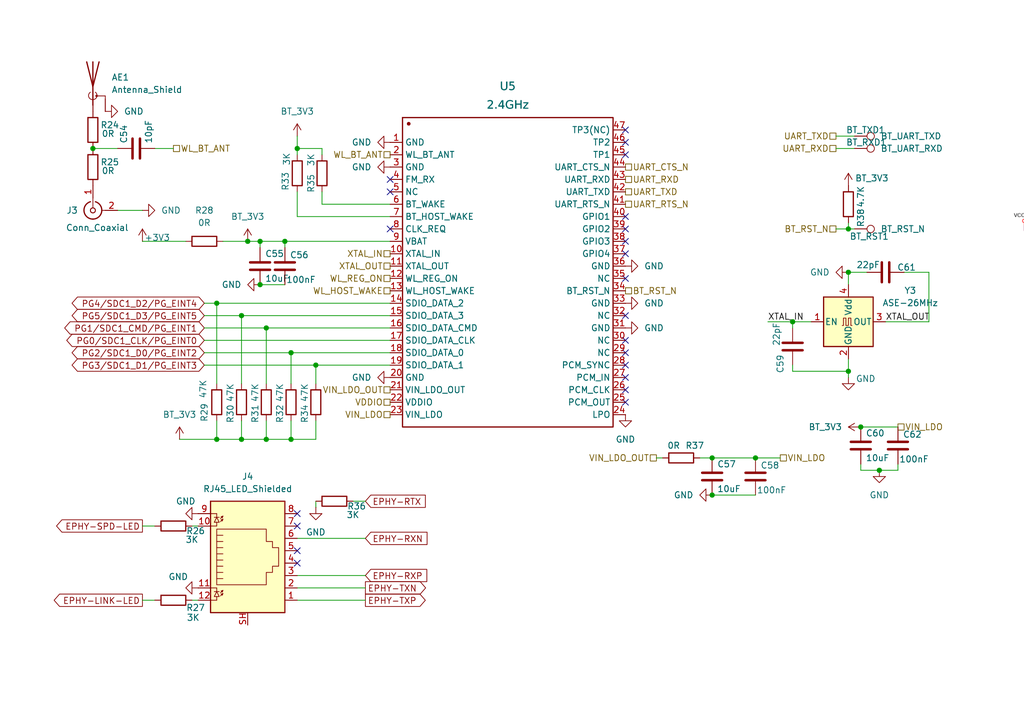
<source format=kicad_sch>
(kicad_sch
	(version 20250114)
	(generator "eeschema")
	(generator_version "9.0")
	(uuid "21e5fba9-dce1-4ab3-9793-6ac2151e6a7d")
	(paper "A5")
	
	(junction
		(at 54.61 67.31)
		(diameter 0)
		(color 0 0 0 0)
		(uuid "158a6006-f741-4f52-ae96-04c55e2a304c")
	)
	(junction
		(at 146.05 101.6)
		(diameter 0)
		(color 0 0 0 0)
		(uuid "176f5bf2-08e2-479d-aa5c-400c8fce7f61")
	)
	(junction
		(at 49.53 90.17)
		(diameter 0)
		(color 0 0 0 0)
		(uuid "220ee4da-8ea5-431b-a358-9dc0a8d0d379")
	)
	(junction
		(at 53.34 58.42)
		(diameter 0)
		(color 0 0 0 0)
		(uuid "25c6f5cd-3e0f-49bd-a6f6-b86ba332733b")
	)
	(junction
		(at 54.61 90.17)
		(diameter 0)
		(color 0 0 0 0)
		(uuid "4808cdfd-32b3-470f-af91-39357beeffd4")
	)
	(junction
		(at 19.05 30.48)
		(diameter 0)
		(color 0 0 0 0)
		(uuid "54b64f97-4931-4d64-8ca8-1f4a793e2a0f")
	)
	(junction
		(at 173.99 55.88)
		(diameter 0)
		(color 0 0 0 0)
		(uuid "5785cea0-d907-4394-970c-8079b38344c5")
	)
	(junction
		(at 64.77 74.93)
		(diameter 0)
		(color 0 0 0 0)
		(uuid "5b808e2f-2931-41b8-a48c-69c2f202d7cd")
	)
	(junction
		(at 44.45 62.23)
		(diameter 0)
		(color 0 0 0 0)
		(uuid "5dfd69dc-8520-4854-bdcb-5cedab0d3d69")
	)
	(junction
		(at 53.34 49.53)
		(diameter 0)
		(color 0 0 0 0)
		(uuid "63a5437f-7072-4b4a-b7d7-936f048b606c")
	)
	(junction
		(at 173.99 46.99)
		(diameter 0)
		(color 0 0 0 0)
		(uuid "63d9d60f-5e69-4eb6-9459-2eb0d0860f6c")
	)
	(junction
		(at 176.53 87.63)
		(diameter 0)
		(color 0 0 0 0)
		(uuid "699a77ca-7626-4331-8a47-da18d42c261b")
	)
	(junction
		(at 58.42 49.53)
		(diameter 0)
		(color 0 0 0 0)
		(uuid "84728e72-4c74-4d06-b60b-5257a1c7d0e8")
	)
	(junction
		(at 59.69 90.17)
		(diameter 0)
		(color 0 0 0 0)
		(uuid "8ff259eb-0d72-4e6e-9597-a89c0e671515")
	)
	(junction
		(at 50.8 49.53)
		(diameter 0)
		(color 0 0 0 0)
		(uuid "8ff9e8ae-86e6-4acd-998f-43b70095ff8c")
	)
	(junction
		(at 49.53 64.77)
		(diameter 0)
		(color 0 0 0 0)
		(uuid "a21de723-8dd5-406f-957e-5b20536572d2")
	)
	(junction
		(at 154.94 93.98)
		(diameter 0)
		(color 0 0 0 0)
		(uuid "a4020b08-badb-4f76-b15a-592f98006219")
	)
	(junction
		(at 173.99 76.2)
		(diameter 0)
		(color 0 0 0 0)
		(uuid "a58b5d4f-5977-49a0-a67d-7fdc00d72983")
	)
	(junction
		(at 146.05 93.98)
		(diameter 0)
		(color 0 0 0 0)
		(uuid "b1b30563-520b-4a66-8014-a178a72d5830")
	)
	(junction
		(at 162.56 66.04)
		(diameter 0)
		(color 0 0 0 0)
		(uuid "c1d8a878-c3c3-4ad3-a96d-3468afd67e57")
	)
	(junction
		(at 180.34 96.52)
		(diameter 0)
		(color 0 0 0 0)
		(uuid "c33fb665-c12b-464c-924a-b2872f33e81f")
	)
	(junction
		(at 44.45 90.17)
		(diameter 0)
		(color 0 0 0 0)
		(uuid "f639619e-f8c7-4181-85b3-c712fa7e0ad8")
	)
	(junction
		(at 59.69 72.39)
		(diameter 0)
		(color 0 0 0 0)
		(uuid "f6a1061d-627b-4128-9b28-44515af46f7a")
	)
	(junction
		(at 60.96 30.48)
		(diameter 0)
		(color 0 0 0 0)
		(uuid "feadbb94-96f1-4770-829f-ce8dafd7ded1")
	)
	(no_connect
		(at 128.27 64.77)
		(uuid "005a20f6-89e7-4ab1-83a9-64de8f763bc6")
	)
	(no_connect
		(at 128.27 44.45)
		(uuid "00762ced-0039-45f2-8ac3-1d9229cd04e6")
	)
	(no_connect
		(at 128.27 69.85)
		(uuid "1380f6ee-37d2-4a7b-9f22-f1bb6c99a94a")
	)
	(no_connect
		(at 80.01 46.99)
		(uuid "39ddc210-114c-4d2b-a466-500001345633")
	)
	(no_connect
		(at 128.27 31.75)
		(uuid "3d0102e7-e1ee-4321-b81f-85d4d2a13eec")
	)
	(no_connect
		(at 80.01 36.83)
		(uuid "61262e09-8087-4783-9ac5-0adb499a631d")
	)
	(no_connect
		(at 128.27 29.21)
		(uuid "65f06e97-4471-4074-bdf2-cc8b66fa6430")
	)
	(no_connect
		(at 128.27 74.93)
		(uuid "733c394e-f59c-4973-bf3a-9590624eead2")
	)
	(no_connect
		(at 128.27 82.55)
		(uuid "7c1f4743-c45a-4e26-a010-a82d2d20965a")
	)
	(no_connect
		(at 128.27 26.67)
		(uuid "95189f84-f445-45df-8e94-4f4e14b63456")
	)
	(no_connect
		(at 128.27 49.53)
		(uuid "a1ae58b6-bc1b-4cf0-92d9-91dddd894d89")
	)
	(no_connect
		(at 128.27 52.07)
		(uuid "acd16c04-8eb0-4b85-a066-1d8a50d71dd1")
	)
	(no_connect
		(at 128.27 46.99)
		(uuid "ba7f25a3-c652-4d74-8949-53f8993c1008")
	)
	(no_connect
		(at 60.96 105.41)
		(uuid "c0eea0da-f55a-4ac5-98d0-76979ccc34a6")
	)
	(no_connect
		(at 128.27 77.47)
		(uuid "c1909b3d-ea27-40b3-8fbf-f7eb94daa8f4")
	)
	(no_connect
		(at 60.96 113.03)
		(uuid "c85a3e9d-f2fb-43c5-8de7-000003128506")
	)
	(no_connect
		(at 128.27 72.39)
		(uuid "d5133db7-21aa-452f-928b-0ebf18a0fa3b")
	)
	(no_connect
		(at 60.96 115.57)
		(uuid "d9dad809-0732-4515-b505-c934ca4f75a0")
	)
	(no_connect
		(at 60.96 107.95)
		(uuid "daddc91c-c0a1-4341-8ee1-7f44b93258e4")
	)
	(no_connect
		(at 128.27 57.15)
		(uuid "e25c5d61-3a44-4120-8d9f-d43610b35cd9")
	)
	(no_connect
		(at 80.01 39.37)
		(uuid "e45c089f-e5b0-4efc-8f6c-95d4fb23f3c7")
	)
	(no_connect
		(at 128.27 80.01)
		(uuid "ed1e897c-ddf8-4a5f-8b4e-c511d89e5030")
	)
	(wire
		(pts
			(xy 54.61 67.31) (xy 54.61 78.74)
		)
		(stroke
			(width 0)
			(type default)
		)
		(uuid "0182220b-0fd8-49bb-9c25-662e32b20133")
	)
	(wire
		(pts
			(xy 41.91 67.31) (xy 54.61 67.31)
		)
		(stroke
			(width 0)
			(type default)
		)
		(uuid "06708c84-3bb3-4e19-bbfc-a1f681841ddc")
	)
	(wire
		(pts
			(xy 74.93 120.65) (xy 60.96 120.65)
		)
		(stroke
			(width 0)
			(type default)
		)
		(uuid "0948d38a-87e7-420f-b34a-46e3117db0da")
	)
	(wire
		(pts
			(xy 190.5 55.88) (xy 185.42 55.88)
		)
		(stroke
			(width 0)
			(type default)
		)
		(uuid "0a5d03ca-6ccd-419d-b21c-79186396c21a")
	)
	(wire
		(pts
			(xy 41.91 74.93) (xy 64.77 74.93)
		)
		(stroke
			(width 0)
			(type default)
		)
		(uuid "0a79aca3-b0bd-458e-b4f3-dfb1825ab9d7")
	)
	(wire
		(pts
			(xy 66.04 30.48) (xy 60.96 30.48)
		)
		(stroke
			(width 0)
			(type default)
		)
		(uuid "0b43def3-b100-4cba-b698-a8f8684ab1e5")
	)
	(wire
		(pts
			(xy 41.91 69.85) (xy 80.01 69.85)
		)
		(stroke
			(width 0)
			(type default)
		)
		(uuid "141d989a-252b-43af-851f-c7588bc89a3c")
	)
	(wire
		(pts
			(xy 171.45 27.94) (xy 175.26 27.94)
		)
		(stroke
			(width 0)
			(type default)
		)
		(uuid "1b912223-58a0-4cee-869b-f152dd285153")
	)
	(wire
		(pts
			(xy 173.99 55.88) (xy 177.8 55.88)
		)
		(stroke
			(width 0)
			(type default)
		)
		(uuid "1e0c9e53-6d76-41b9-b8c1-b96e5f368b88")
	)
	(wire
		(pts
			(xy 173.99 46.99) (xy 175.26 46.99)
		)
		(stroke
			(width 0)
			(type default)
		)
		(uuid "1ecefc9e-3a28-469c-8845-fb8f562d7ff7")
	)
	(wire
		(pts
			(xy 31.75 107.95) (xy 29.21 107.95)
		)
		(stroke
			(width 0)
			(type default)
		)
		(uuid "20721bb3-39f4-42a0-8c61-20bf6c5e15a2")
	)
	(wire
		(pts
			(xy 180.34 96.52) (xy 184.15 96.52)
		)
		(stroke
			(width 0)
			(type default)
		)
		(uuid "21c4a136-a8fc-4639-966e-b094ff2a39b6")
	)
	(wire
		(pts
			(xy 39.37 107.95) (xy 40.64 107.95)
		)
		(stroke
			(width 0)
			(type default)
		)
		(uuid "244cde46-dfd3-4e9f-aa59-4857affbe82e")
	)
	(wire
		(pts
			(xy 53.34 50.8) (xy 53.34 49.53)
		)
		(stroke
			(width 0)
			(type default)
		)
		(uuid "253055ec-9d5d-4a72-a1f5-b2a1c0fa701b")
	)
	(wire
		(pts
			(xy 66.04 41.91) (xy 80.01 41.91)
		)
		(stroke
			(width 0)
			(type default)
		)
		(uuid "28192cc4-41a9-43e5-ae5a-241f4c093797")
	)
	(wire
		(pts
			(xy 44.45 62.23) (xy 44.45 78.74)
		)
		(stroke
			(width 0)
			(type default)
		)
		(uuid "3083e496-ebbc-4651-921b-446775b61da2")
	)
	(wire
		(pts
			(xy 41.91 62.23) (xy 44.45 62.23)
		)
		(stroke
			(width 0)
			(type default)
		)
		(uuid "312634c8-46da-40c5-9aec-065769e65a36")
	)
	(wire
		(pts
			(xy 49.53 90.17) (xy 54.61 90.17)
		)
		(stroke
			(width 0)
			(type default)
		)
		(uuid "3509b8c3-4f07-4e9c-8550-3ff71889b368")
	)
	(wire
		(pts
			(xy 157.48 66.04) (xy 162.56 66.04)
		)
		(stroke
			(width 0)
			(type default)
		)
		(uuid "36904768-b42f-4ad9-aaf6-2bb2e9dda231")
	)
	(wire
		(pts
			(xy 66.04 31.75) (xy 66.04 30.48)
		)
		(stroke
			(width 0)
			(type default)
		)
		(uuid "3a2fd23f-0dd2-46cc-8388-cc59844ab5c2")
	)
	(wire
		(pts
			(xy 54.61 90.17) (xy 59.69 90.17)
		)
		(stroke
			(width 0)
			(type default)
		)
		(uuid "44e41b6e-0ac5-4ca1-a3bc-fd1fd012c579")
	)
	(wire
		(pts
			(xy 74.93 118.11) (xy 60.96 118.11)
		)
		(stroke
			(width 0)
			(type default)
		)
		(uuid "4c1e6511-b4fb-4dac-b44a-c6849f65dc23")
	)
	(wire
		(pts
			(xy 58.42 49.53) (xy 80.01 49.53)
		)
		(stroke
			(width 0)
			(type default)
		)
		(uuid "4c72bfd8-fded-4898-b1f8-3ace130ba249")
	)
	(wire
		(pts
			(xy 173.99 76.2) (xy 173.99 77.47)
		)
		(stroke
			(width 0)
			(type default)
		)
		(uuid "51ecc63d-b253-4d9f-9925-603a1e2bc4cc")
	)
	(wire
		(pts
			(xy 54.61 86.36) (xy 54.61 90.17)
		)
		(stroke
			(width 0)
			(type default)
		)
		(uuid "5413b814-bacb-4067-83f9-8d69bff1726f")
	)
	(wire
		(pts
			(xy 146.05 101.6) (xy 154.94 101.6)
		)
		(stroke
			(width 0)
			(type default)
		)
		(uuid "564504db-e284-49b0-b514-1496e4536cf8")
	)
	(wire
		(pts
			(xy 54.61 67.31) (xy 80.01 67.31)
		)
		(stroke
			(width 0)
			(type default)
		)
		(uuid "5dd15e5f-72dc-4c34-a12c-476327ec1e14")
	)
	(wire
		(pts
			(xy 190.5 55.88) (xy 190.5 66.04)
		)
		(stroke
			(width 0)
			(type default)
		)
		(uuid "621eec70-95c5-4fd8-8740-e09c24bc8b95")
	)
	(wire
		(pts
			(xy 173.99 45.72) (xy 173.99 46.99)
		)
		(stroke
			(width 0)
			(type default)
		)
		(uuid "67ccee70-855a-4354-8399-27f327ae0097")
	)
	(wire
		(pts
			(xy 41.91 64.77) (xy 49.53 64.77)
		)
		(stroke
			(width 0)
			(type default)
		)
		(uuid "723252d3-2d93-49e1-be11-72b72273d42a")
	)
	(wire
		(pts
			(xy 64.77 74.93) (xy 80.01 74.93)
		)
		(stroke
			(width 0)
			(type default)
		)
		(uuid "7715512b-3848-4911-ac98-740324dbe1ff")
	)
	(wire
		(pts
			(xy 64.77 102.87) (xy 64.77 104.14)
		)
		(stroke
			(width 0)
			(type default)
		)
		(uuid "771c62ae-0e20-47f7-84b9-fdeceef49917")
	)
	(wire
		(pts
			(xy 44.45 62.23) (xy 80.01 62.23)
		)
		(stroke
			(width 0)
			(type default)
		)
		(uuid "77555d72-0137-4fe2-bf5a-03bfe6f1c286")
	)
	(wire
		(pts
			(xy 162.56 76.2) (xy 162.56 74.93)
		)
		(stroke
			(width 0)
			(type default)
		)
		(uuid "77685b68-0f5f-4d87-92c0-b5b9f28fa1e8")
	)
	(wire
		(pts
			(xy 59.69 72.39) (xy 80.01 72.39)
		)
		(stroke
			(width 0)
			(type default)
		)
		(uuid "7a52e815-4098-48ac-82cc-f3df14bf7392")
	)
	(wire
		(pts
			(xy 64.77 74.93) (xy 64.77 78.74)
		)
		(stroke
			(width 0)
			(type default)
		)
		(uuid "7b6485ae-09d4-4809-a521-2162d599bccf")
	)
	(wire
		(pts
			(xy 49.53 86.36) (xy 49.53 90.17)
		)
		(stroke
			(width 0)
			(type default)
		)
		(uuid "81cb7437-006f-4edd-ad1b-a7279a215019")
	)
	(wire
		(pts
			(xy 36.83 90.17) (xy 44.45 90.17)
		)
		(stroke
			(width 0)
			(type default)
		)
		(uuid "82150ff8-baba-4155-ac33-00e066dbc1d6")
	)
	(wire
		(pts
			(xy 66.04 39.37) (xy 66.04 41.91)
		)
		(stroke
			(width 0)
			(type default)
		)
		(uuid "86583ae4-cd74-4072-952d-adb763320a6b")
	)
	(wire
		(pts
			(xy 60.96 30.48) (xy 60.96 31.75)
		)
		(stroke
			(width 0)
			(type default)
		)
		(uuid "873048be-935e-44eb-8ce1-84f23c4896c2")
	)
	(wire
		(pts
			(xy 64.77 86.36) (xy 64.77 90.17)
		)
		(stroke
			(width 0)
			(type default)
		)
		(uuid "88027ba8-5dad-4620-a5fa-c700249e3390")
	)
	(wire
		(pts
			(xy 60.96 44.45) (xy 80.01 44.45)
		)
		(stroke
			(width 0)
			(type default)
		)
		(uuid "88e37537-9f6a-4e7c-83e2-d327781c7a8b")
	)
	(wire
		(pts
			(xy 74.93 110.49) (xy 60.96 110.49)
		)
		(stroke
			(width 0)
			(type default)
		)
		(uuid "8ca34e86-6ac8-4018-b637-a1fbb708c2f2")
	)
	(wire
		(pts
			(xy 74.93 123.19) (xy 60.96 123.19)
		)
		(stroke
			(width 0)
			(type default)
		)
		(uuid "8d31c65b-9cf3-465f-8ee4-6487f649e7c2")
	)
	(wire
		(pts
			(xy 19.05 30.48) (xy 24.13 30.48)
		)
		(stroke
			(width 0)
			(type default)
		)
		(uuid "8dba046b-f376-47ff-bfe2-51b9181e76ce")
	)
	(wire
		(pts
			(xy 44.45 86.36) (xy 44.45 90.17)
		)
		(stroke
			(width 0)
			(type default)
		)
		(uuid "94bbac8a-9c45-4dd7-8e32-cebced0c78e6")
	)
	(wire
		(pts
			(xy 171.45 46.99) (xy 173.99 46.99)
		)
		(stroke
			(width 0)
			(type default)
		)
		(uuid "954f3dba-65c2-4a00-8d69-546face930be")
	)
	(wire
		(pts
			(xy 135.89 93.98) (xy 134.62 93.98)
		)
		(stroke
			(width 0)
			(type default)
		)
		(uuid "98191bb0-194d-4b53-b218-46f0d38ed19e")
	)
	(wire
		(pts
			(xy 176.53 87.63) (xy 184.15 87.63)
		)
		(stroke
			(width 0)
			(type default)
		)
		(uuid "9991d67a-ba7b-44c6-8c21-1f67daad8717")
	)
	(wire
		(pts
			(xy 59.69 72.39) (xy 59.69 78.74)
		)
		(stroke
			(width 0)
			(type default)
		)
		(uuid "9bfd2bdc-07af-4b4f-ab58-9de6d7b18c65")
	)
	(wire
		(pts
			(xy 60.96 39.37) (xy 60.96 44.45)
		)
		(stroke
			(width 0)
			(type default)
		)
		(uuid "9d69e6a8-d403-47a6-9923-7622c30bf688")
	)
	(wire
		(pts
			(xy 53.34 49.53) (xy 58.42 49.53)
		)
		(stroke
			(width 0)
			(type default)
		)
		(uuid "a075ea8b-8ab3-4384-adbc-6b6ec66cc9a8")
	)
	(wire
		(pts
			(xy 31.75 123.19) (xy 29.21 123.19)
		)
		(stroke
			(width 0)
			(type default)
		)
		(uuid "a83f94a7-f2e1-410f-b5b0-172a68cd6cd6")
	)
	(wire
		(pts
			(xy 173.99 73.66) (xy 173.99 76.2)
		)
		(stroke
			(width 0)
			(type default)
		)
		(uuid "afe2dd79-fe5f-485c-a116-a25cc3d669de")
	)
	(wire
		(pts
			(xy 162.56 76.2) (xy 173.99 76.2)
		)
		(stroke
			(width 0)
			(type default)
		)
		(uuid "b313749b-cdb9-41a3-944d-19a71b78a4ec")
	)
	(wire
		(pts
			(xy 49.53 78.74) (xy 49.53 64.77)
		)
		(stroke
			(width 0)
			(type default)
		)
		(uuid "b46e5a3d-ef69-43af-a283-dcc48bdad8c9")
	)
	(wire
		(pts
			(xy 31.75 30.48) (xy 35.56 30.48)
		)
		(stroke
			(width 0)
			(type default)
		)
		(uuid "b528b14b-5236-4e3d-bc74-3fd902403081")
	)
	(wire
		(pts
			(xy 45.72 49.53) (xy 50.8 49.53)
		)
		(stroke
			(width 0)
			(type default)
		)
		(uuid "b824e864-27cf-414b-a231-05271a948ba6")
	)
	(wire
		(pts
			(xy 60.96 27.94) (xy 60.96 30.48)
		)
		(stroke
			(width 0)
			(type default)
		)
		(uuid "b8fd9c0c-9727-4ccd-b34a-610828b8a856")
	)
	(wire
		(pts
			(xy 173.99 55.88) (xy 173.99 58.42)
		)
		(stroke
			(width 0)
			(type default)
		)
		(uuid "baf10488-d4c1-428a-9c8b-9185787580d1")
	)
	(wire
		(pts
			(xy 59.69 90.17) (xy 64.77 90.17)
		)
		(stroke
			(width 0)
			(type default)
		)
		(uuid "be231a9c-4deb-406f-913e-1dd7fc428913")
	)
	(wire
		(pts
			(xy 24.13 43.18) (xy 29.21 43.18)
		)
		(stroke
			(width 0)
			(type default)
		)
		(uuid "bf3b3d1d-6160-4ea4-b87d-d7cc646de86d")
	)
	(wire
		(pts
			(xy 44.45 90.17) (xy 49.53 90.17)
		)
		(stroke
			(width 0)
			(type default)
		)
		(uuid "c4f16f29-56c0-4dc9-99ca-01cde3885268")
	)
	(wire
		(pts
			(xy 176.53 96.52) (xy 176.53 95.25)
		)
		(stroke
			(width 0)
			(type default)
		)
		(uuid "c522ac1c-2016-4afa-966f-25b7f6ba34d4")
	)
	(wire
		(pts
			(xy 59.69 86.36) (xy 59.69 90.17)
		)
		(stroke
			(width 0)
			(type default)
		)
		(uuid "c620e386-c4de-44b8-9b70-e94b55131c0d")
	)
	(wire
		(pts
			(xy 39.37 123.19) (xy 40.64 123.19)
		)
		(stroke
			(width 0)
			(type default)
		)
		(uuid "ca249104-23f0-4c0f-9440-20664ff124c7")
	)
	(wire
		(pts
			(xy 143.51 93.98) (xy 146.05 93.98)
		)
		(stroke
			(width 0)
			(type default)
		)
		(uuid "cb43b713-6e8e-45e1-9d9f-fa3027cb238a")
	)
	(wire
		(pts
			(xy 49.53 64.77) (xy 80.01 64.77)
		)
		(stroke
			(width 0)
			(type default)
		)
		(uuid "cd3528c6-c617-4a2b-9f81-36768d91830b")
	)
	(wire
		(pts
			(xy 154.94 93.98) (xy 160.02 93.98)
		)
		(stroke
			(width 0)
			(type default)
		)
		(uuid "d367be8e-869b-4020-8afe-3e79efd6d3d6")
	)
	(wire
		(pts
			(xy 146.05 93.98) (xy 154.94 93.98)
		)
		(stroke
			(width 0)
			(type default)
		)
		(uuid "d8263599-07e9-4e70-abb9-378077552ace")
	)
	(wire
		(pts
			(xy 53.34 58.42) (xy 58.42 58.42)
		)
		(stroke
			(width 0)
			(type default)
		)
		(uuid "df7fc229-a32a-4ba2-bcee-43a03a5ad9cf")
	)
	(wire
		(pts
			(xy 162.56 66.04) (xy 166.37 66.04)
		)
		(stroke
			(width 0)
			(type default)
		)
		(uuid "e0e8dcdb-2e3b-48d8-bc4a-027cab81938e")
	)
	(wire
		(pts
			(xy 171.45 30.48) (xy 175.26 30.48)
		)
		(stroke
			(width 0)
			(type default)
		)
		(uuid "e267883f-571a-4ad5-94fc-1321b6273bdd")
	)
	(wire
		(pts
			(xy 29.21 49.53) (xy 38.1 49.53)
		)
		(stroke
			(width 0)
			(type default)
		)
		(uuid "e78199e9-569b-4086-bcc3-23a7767127f1")
	)
	(wire
		(pts
			(xy 72.39 102.87) (xy 74.93 102.87)
		)
		(stroke
			(width 0)
			(type default)
		)
		(uuid "e9fc4b11-1a9a-431f-a53f-58753df3ad17")
	)
	(wire
		(pts
			(xy 184.15 96.52) (xy 184.15 95.25)
		)
		(stroke
			(width 0)
			(type default)
		)
		(uuid "ec1006db-ea86-4f5e-abe0-6c54644bcb22")
	)
	(wire
		(pts
			(xy 41.91 72.39) (xy 59.69 72.39)
		)
		(stroke
			(width 0)
			(type default)
		)
		(uuid "eceff9b9-846e-4614-a13a-d435d55e2c83")
	)
	(wire
		(pts
			(xy 50.8 49.53) (xy 53.34 49.53)
		)
		(stroke
			(width 0)
			(type default)
		)
		(uuid "edbd469c-42a9-4c20-be21-018c47e9e4ae")
	)
	(wire
		(pts
			(xy 58.42 50.8) (xy 58.42 49.53)
		)
		(stroke
			(width 0)
			(type default)
		)
		(uuid "ee060cf6-42c9-4d6d-9a5f-9f2a33379441")
	)
	(wire
		(pts
			(xy 176.53 96.52) (xy 180.34 96.52)
		)
		(stroke
			(width 0)
			(type default)
		)
		(uuid "f125accd-beb5-4d1b-8210-78ce8ee0df92")
	)
	(wire
		(pts
			(xy 190.5 66.04) (xy 181.61 66.04)
		)
		(stroke
			(width 0)
			(type default)
		)
		(uuid "f2ec688b-54ab-48af-969e-a3f09d29151d")
	)
	(wire
		(pts
			(xy 162.56 66.04) (xy 162.56 67.31)
		)
		(stroke
			(width 0)
			(type default)
		)
		(uuid "ff987aa0-257f-4a22-bde4-da177f53b79a")
	)
	(image
		(at 262.89 48.26)
		(scale 0.373355)
		(uuid "990f9e27-985b-4e56-8b92-1d8fce0601d0")
		(data "iVBORw0KGgoAAAANSUhEUgAABF0AAALaCAIAAABs4LtfAAAAA3NCSVQICAjb4U/gAAAACXBIWXMA"
			"AA50AAAOdAFrJLPWAAAgAElEQVR4nOzdeVxU5f4H8M9BdkY2GRhWB0VSk8INQRBHASUNpUzMjCtW"
			"LpUZZpb1c4HSenXLwtJrXtMwRW+IRmpXZZFRNNDQy+JCpTgQggvLoCCIwPn9MYioCCggqZ/3iz/O"
			"+c7zPOd7jut3nnOeI4iiCCIiIiIioseYVmcnQERERERE1MlYFxERERER0eOOdRERERERET3uWBcR"
			"EREREdHjjnURERERERE97lgXERERERHR4451ERERERERPe5YFxERERER0eOOdRERERERET3uWBcR"
			"EREREdHjjnURERERERE97lgXERERERHR4451ERERERERPe5YFxERERER0eNOu7MTICJ6CMTEnMzP"
			"vwzA1FTfycl86FB7LS0BQF5e2cGDeVKpoY9Pj7tFDh/OP3Om1N3drkcPs849CyIiIrobzhcREbVs"
			"5cojFy6Uy+WmOjpaERGpPj4b6urEtLQCH58NFRXVq1enzZmzG8Cdka+/PvzBB4lVVTV+fj/873+F"
			"nX0eRERE1DRBFMXOzoGI6O9OoYgMDXUPDOwNQBRFK6sv4uKCa2vrtLSE/v2t//yz2Nf3h9zcuUeP"
			"FtwWSUsrsLMzlskkM2fuHDjQZsaMgZ19KkRERNQE3kdHRHRvVCr11avXZTKJTCbRRKKjTwwYYA1g"
			"4ECb2yKDBtlUVl7ftCkzOTlv4ULvzsqZiIiImse6iIioVT79NDkyMr28vLqqqmbLlgkNRdGyZQe2"
			"bDkeFxfc0PK2SElJZXT0CRubrpyeJyIi+tvi80VERK3ywQfDYmKC6upEHx/HgIAnNMElS5JSUvJT"
			"U1+zsel6t4itrfGOHZO9vbt/+mly56RORERELWFdRETUWtraWjExQVFRWWvXHgWQllYQE3Ny27Yg"
			"iURX0+DOyKJF+zIzLwCQSg0rK2s6K3MiIiJqHu+jIyK6B+bmBjt3Th46dJ21dde9e0+XlV0bPXoT"
			"AIlEd9eulzZsSL8t0revdPLkGA8P+337zm7ePKGz0yciIqKmcT06IqKOVVl5/eLFChubrjo6XTo7"
			"FyIiImoa6yIiIiIiInrc8fkiIiIiIiJ63LEuIiIiIiKixx3XXSAialldnZiQkHPpUsXw4XI7O+Mm"
			"IxERqQC0tAQLC0NXV1nfvlJN302bMq2tJcOGdf/11780kX79LC0sDNPTzycm5gwb1t3NzRZAcfHV"
			"gwfzxo/v3WIyubm5ycnJDg4O3t71L4rNzs5OS0t7+umnXVxcANTW1sbHx5eWlvr6+kqlUgA1NTVx"
			"cXEVFRV+fn6mpqYAIiIiAGhpaVlYWLi6uvbt27edLxkREdFDhfNFREQtCwraum3byZKSyqFD1+Xk"
			"lDYZmTt3j1Rq6OBgUl5eHRy8fcmSJE3fzZuznJ27nTp1ac6c3UqlSqlUlZVVFRZemT8/7rnn+ixd"
			"eiA7uwhAaOgec3ODFjM5cuTIsGHDKioqwsPDFy5cCCAxMTE4OLiqqio4ODg2NhbAxIkTo6KiCgoK"
			"Bg4cWFBQACAoKGjXrl35+fn9+/evqqoCMHfuXKlU6uDgUF5eHhwcvGTJko66dkRERA8DrrtARNSC"
			"2tq6TZsyg4Of1tISpkzZ5uvb4x//ePq2yLRp/QUhrLR0gampPoATJy56eq5XqxdUV9cOGbL2f/+b"
			"tXXrifT088uW+WjGTEo6e+BA7pIlin/96zcLC0Nd3S5KpSoiwr/FZCZOnOjt7f3WW28VFBQ4Oztf"
			"vHjxhRdemDNnjr+//4ULF2pqatRq9ciRI8+dO6etrf36669bWlqGh4fv2bPH19dXW1v7iSee2Llz"
			"p7OzsyAIpaWlmrmjEydOeHp6qtXqDr2MREREf2ecLyIiakGXLlpTp7pqaQmXLlUolar+/a3vjNzW"
			"JSPjgr29MYBDh/K8vBwAZGcX/f578dSpP33zzeHa2jpXV1l8fE5c3Jnt20/16mW+fPmvn3zi05pk"
			"MjIyvLy8ANjY2Nja2v75559ZWVmFhYXTp09fv369iYlJRkaGu7u7trY2AG9v78zMTAD+/v6XLl1a"
			"tmyZlZWVk5PTnWPa29u3+ToRERE9xPh8ERFRq+TklD777OZ33x3q6iq7W2TKlG06Ol1KSiolEt3o"
			"6IkAEhJyfH17ALCzM+7WzTAwsHdQ0FZtba3XXx/8448vpKUVrF8//sMPE5csUaxYkXru3JXnn+8z"
			"cqRjM2lUV1ebmZlpto2NjcvKyoqLi48fP75gwYLw8PDZs2crFIrbGmi2T506tWfPHmdn59raWi0t"
			"LQBTpkzR0dEpKSmRSCTR0dHtf8mIiIgeHpwvIiJq2V9/lfn7b/rii1Fz53rcLQIgKmrCqlVjcnPV"
			"b789pE8fKYB9+86OGOEIYNq0/m+8MdjGpuv06QMOHswDYGtrPH5872PHCk1M9HJz1UZGul9+OXrh"
			"wn3V1bXNZCKRSIqKijTbJSUlFhYWBgYG7777bs+ePRcsWHDo0KE7G2i2R44cmZycfPbs2e3bt9/I"
			"NmrVqlW5ublvv/12nz592vFyERERPXRYFxERteyNN35ZtMh7zJhezUQ0bG2Nt24Nevnl7ceOFZaU"
			"VOrodDE21gPw1lv//fPPYgAFBVcsLAw1jYuLr3722cHPPvMrKLjSp4+Frm4XG5uuanVVM5m4u7sn"
			"JCQAyMnJKSsrc3Z2dnFxycjIAKBSqaRSqZubW0pKSmVlJYCEhAQPD4+Kiopp06Zdu3YNgFQq1Xx0"
			"I1vbrVu3vvzyy8eOHWuP60RERPSw4n10REQtuHSp4pdf/iwtrVq37n8AZs92Gz68+22RF164uc61"
			"m5ttRIT/mDFR8+Z5NNwUN3y4fNKkmMGDbZRK1c6dL2mCc+fu/eQTH4lEd8KEvqGhe1JS8vX0ulha"
			"GjWTzOLFi8eOHatZmPurr77S1tZetmzZq6++qlAoEhMTV65c6eDgEBoaqlAoHB0dVSrVqlWrjIyM"
			"jI2NfXx87OzssrOzV69e3XhANze3iIiIMWPGpKSkODo2dwsfERHRI4zr0RERdZTz58v19bU1K9QB"
			"qKy8XlR01dbWWEtL0ETy8y9r3n0EoKqqpqjoqq1tV0EQmh+2trY2JyfH0tLSxMTkRt+qwsJCmUxm"
			"YFC/0ndxcbFare7Ro0fDaKWlpVevXrWxsWlxfCIioscQ6yIienSp1VCp4Op6M6JSAYBc3jn5EBER"
			"0d8V76Mjeuxdvoz16wHA0BC2tlAoYGSEmBjk59/S7JVXYFw/s4EzZ3DyJAIC6nfj4iCVon//+t2Y"
			"GAB44YX63dRUpKbWj29nB4UChoYtjA8gIgIAtLRgYQFXV/Tti/z8+pEb9O2LUaPw11+IiRHPnRNs"
			"bDB5MqwbLZmtUon9+wvff4+QkPpIbKwYFiYolbcUSx1AqWyfceRyFnFEREQPAusiosdeSYn4f/8n"
			"REXh+nXx558RGiqcPAmZDNra4uHD2LlTWLoUALQb/XWRlSVGRgo36iJx82bB1bW+LiovF997D6Io"
			"+PtDIgEg7tmDo0eFV19FdbWYlIQ33xSSk1sYHxDnzhU2bYKRES5eFIOD8eyzwltvaUoEce5c4dVX"
			"0a8fLCxw4YLo5iZ88YXg54dffxWHDxeOHdMcFwBcXYXvvxenTROA+tIoNBTp6aJC0dGl0YgR4tNP"
			"w9S0TYOkpyM0FGFhvO2NiIiow7EuIiJARweBgQCEiRNFIyNcuAAvLwACIKakaD5qrZ9+wogR9RvB"
			"wfXBnj3rxw8KElUqxMQgNLTl8ceO1RQWgqen6OmJ8PD6lmFh8PKCQgEABw5AXx8vvoguXdCvnzBj"
			"xu2DhIQIQOPSSIiMFENCHkBpFBEhaHK8bwoF73MmIiJ6QLhONxEBNTVQKhEfL773Hnx8YGNz3yOJ"
			"GzcKgYFCYKC4cWMTH1dW4o8/YG9/b4NmZNy1i4cHnnxSHDQI336LGy/tuV1IiGbWCJGRmoAQGYnA"
			"QFGhQHr6vWVCREREjyjOFxERUFMjKpW4dg1nz6JrV6jVMDe/n3EKCvDbbxg1CgCCg1FQUF9i7dwp"
			"qlSorkZxsfDii3j++dYMJk6ZAh0dlJRAIhGio5tupKMj7NqFI0fEyEgsXIjnnxe++QZ6erc367xZ"
			"IyIiInoosC4iIkBfXwgL02yKU6bgu+/w3nu3t/n9d3HSJADCjz8CwPXrNz8SxfpSZMsWGBmJo0cD"
			"gJERoqIwfz4ABAQIERHi4sVIScG8ebjLOtHisGG4ckWYPx9TpgAQoqJQUSEOHSr8+9/o06e5/N3c"
			"BDc3fPaZ6O2NjRvx2mtNtGkojSwtMWYMNKXRSy/VDhq81yXwosk9TJE5FJ0ZWHXW2E7aTJskQP98"
			"JCBv/bBNpKwKV0QqReVdG9TV1BaeuZjwhH9bjtJxLp5QzUj7t2l3q85O5D6tX7/+8uXLurq6UqnU"
			"y8vL2to6NTU1VbOIyA2jRo3q27fvnX0PHz585swZd3f3Hj16pKWlFRUV+fvX/zKVl5evX7/+zTff"
			"FEUxLi6uoqLCz8/PtI3PohERUZuxLiKiRurqUFradN3yxBNCw11n167h5EnU1qJLF4gisrI0jxKJ"
			"GzcKq1fXr1O3c6e4cKGgqYsAAEJ4uPjCC+IrrwgbNzZ5CCE5+faQra2wdas4dqywdy8GDGgiq1On"
			"kJmJSZMAQCKBsXETk0U3iEolJBLY2dXvq9U4ebKmm9Rc4W5o0u1uve4kOd9NrLKDXNZMG+V++Era"
			"+j/d05Kn5RborrhrAy2gSvKH3L3/XVt0KtX+DPXZwoe3Lvroo4/efvtta2vrkydPzpo1Kzk52dTU"
			"VC6XV1RUvPzyyz/99BMAScMiH418/fXXsbGxL7/8sp+fX0xMTG1t7YwZM3JzczVvjtq1a9e2bdvm"
			"zJnz/PPPy2SyXr169e/f/9SpU/r6+g/6DImIqBHWRUQEVFSIgYGorkZhIZ56CrNmtdD+qafg4yN6"
			"eWHQIGRkwNERI0fi+HGcPVt/Ex2AUaPw8svIyrrZSxCEH34QPT3FBQuEzz5rbW5ubkJEhDhmjJCS"
			"AkfH2z+VycTQUKxdiz59kJYGV1dMntzkMGJICGJjheRkPPUUAKjVokIBQO/3k+4d8FV9eLiokLR1"
			"HbmDFoHaikBFs+vROQFObTxMh1GGR3Z2Cm01YsQIV1fX55577tdffz127NjLL7/cu3dvtVoNIPDu"
			"65EMHTo0KChIJpMdPnz4t99+mzFjhp6e3uHDh93d3QFs3bp1ypQpAGbMmOHr66utrf3tt9/m5eU5"
			"Ozs/sPMiIqI7sS4ieuzJ5ULjm+IaCwwU7vKfP+G776BW48IFWFrCzAwA+vUTysputtDT0+wKLi43"
			"g0ZGQuOlDpoZv/Erp6dMEaZMuflR4xHMzIS9e1FUhEuXYGt7yxuQGqkvihoeJbpRFAlKZVvX0qZH"
			"WlpaWmlp6alTpwoKCnx8fFrZa9CgQZWVlZs2bUpOTl64cCEAzfySu7t7eXl5YmLiunXrAPj7+xcW"
			"Fq5fv97KysrJ6W9b3hIRPS64Hh0R3S9TUzzxRH1R1LksLNCnD4siandpaWn79u07fPiwtbX1xYsX"
			"W9+xpKQkOjraxsZGFEUAU6ZM2bZtG4Ddu3ePHDmy4WmiU6dO7dmzp1evXrW1tR2RPxERtR7rIiJ6"
			"lHViUTRihCgIbfrZv79DE6SWzZo16+OPP96wYcNzzz33wQcftL6jra3tjh07vL29P/30UwBOTk5S"
			"qfTo0aPbtm0LbnivFzBy5Mjk5OSzZ89u3769/bMnIqJ7wbqIiB5dSuUtRREgRkTggRRFoii0y09Y"
			"sw8X0QNTXFws3GUdxTstWrQoMzMTgFQqrays1ASDg4P/85//HDp0aMyYMQAqKiqmTZt27dq125oR"
			"EVFn4fNFRPToUigEtbpxQAgLw40VyYlaNHfu3K5du54/f97U1HTFihWt7NW3b9/Jkyd7eHjs27dv"
			"8+bNmmBQUJBcLp8yZYqenh4AIyMjY2NjHx8fOzu77Ozs1atXd9Q5EBFR6whi44ebiYiI2kmYoAhJ"
			"ipArHuXX5qpUKpVK1TjSu3dvmUxWWVl58eJFGxsbHR2dZrqXlpZevXrVxsam9ZNRRETUQThfRERE"
			"dJ+qqqrUt85JVldXAzAwMOjevXuL3c3MzMz+DiuXEBER6yIiIqL71rt37969e3d2FkRE1A647gIR"
			"ERERET3uWBcRERG1lRgWJpqa1q+wHhKCW2+uIyKivz/WRURERG0ihoYiIkKIiBDOnhV++gnp6aJC"
			"wdKIiOjhwueLiIhaFhNzMj//MgBTU30nJ/OhQ+21tAQAeXllBw/mSaWGPj497hbJzi5KSyt4+mkr"
			"Fxerzj0L6hAqFVasEJKSoFAAgFwuKBSiqysiIxEa2sm5ERFRq3G+iIioZStXHrlwoVwuN9XR0YqI"
			"SPXx2VBXJ6alFfj4bKioqF69Om3OnN0A7owkJuYEB2+vqqoJDv4pNja7s8+DOoBKBROT+qJIw9QU"
			"CoWYnt5pKRER0b3jfBERUasMGWIXGNgbwEsvuVhZfZGZeUEQEB09sX9/a4VC7uv7w8qVY+6MLF+e"
			"8vHHI/39nQICnGtq6jr7JKhjlJXdHlGrIZd3QiZERHS/OF9ERHRvVCr11avXZTLJwIE2/ftbA4iO"
			"PjFggDWAOyNZWRcKC69Mn75j/fr/mZjod27m1CFcXWFigoiIm5H0dPz8s9B4BomIiP72OF9ERNQq"
			"n36aHBmZXl5eXVVVs2XLBJlMookvW3Zgy5bjcXHBDS0bR4qLK48fv7hggVd4+P7Zs/8bGRnYOdlT"
			"xzE1FSIixGnTkJ4uDB0qnjyJyEhMnYpA/loTET1MOF9ERNQqH3wwLCYmqK5O9PFxDAh4QhNcsiQp"
			"JSU/NfU1G5uuTUYMDLTffXdoz57mCxZ4HTqU12nZU4cKCRGSkqBSibNmQakUwsKEyMjOzomIiO4N"
			"54uIiFpLW1srJibIzW2tnZ3x9OkD09IKYmJOHjs2U0+v/u/SOyMuLlYZGResrbuqVGqp1KjzcqcO"
			"plAISqUoCEJEBHgHHRHRQ4h1ERHRPTA3N9i5c/LQoeusrbvu3Xu6rOza6NGbAEgkurt2vbRhQ/pt"
			"kWXLRr766g6FQp6YmLNy5ZjOTp+IiIiaJoii2Nk5EBE9yqqqagoLr8hkEgMDnc7O5YEKExQhSRFy"
			"hWtnJ/LgiIJw80VGRET0UOF8ERFRx9LX13Z0NOvsLOgBKT9fIunsHIiI6D5w3QUiIqL2sR/d1eBq"
			"7EREDyXOFxERtayuTkxIyLl0qWL4cLmdnXGTkYiIVABaWoKFhaGrq6xvX6mm76ZNmdbWkmHDuv/6"
			"61+aSL9+lhYWhunp5xMTc4YN6+7mZguguPjqwYN548f3bjGZ3Nzc5ORkBwcHb29vTSQ7OzstLe3p"
			"p592cXEBUFtbGx8fX1pa6uvrK5VKAdTU1MTFxVVUVPj5+ZmamgKIiIgAoKWlZWFh4erq2rdv33a+"
			"ZI8lJeRymU1nZ0FERPeD80VERC0LCtq6bdvJkpLKoUPX5eSUNhmZO3ePVGro4GBSXl4dHLx9yZIk"
			"Td/Nm7OcnbudOnVpzpzdSqVKqVSVlVUVFl6ZPz/uuef6LF16IDu7CEBo6B5zc4MWMzly5MiwYcMq"
			"KirCw8MXLlwIIDExMTg4uKqqKjg4ODY2FsDEiROjoqIKCgoGDhxYUFAAICgoaNeuXfn5+f3796+q"
			"qgIwd+5cqVTq4OBQXl4eHBy8ZMmSjrp2REREDwPOFxERtaC2ti4gwDk4+GktLSE1NX//flX37ia3"
			"RXr0MAMwdqyzqak+AE9Pe0/P9eHhI6qrawsLr9jbm6Sm5gcEOIeFKTRjJiWd9fJy6NHDzN/fKTPz"
			"QnZ2UbduhsOGdW8xmc8//3z+/PkzZ84MCAhwdnb+8MMPly9f/vHHH/v7+wcEBNTU1Jw4ceLQoUPn"
			"zp3T1tY+ffr0mjVrwsPDZ8yY4evrq62t/e233+bl5Tk7OwMYO3asZu7I09PT09MzPDy8464hERHR"
			"3xzni4iIWtCli9bUqa5aWsKlSxVKpap/f+s7I7d1yci4YG9vDODQoTwvLwcA2dlFv/9ePHXqT998"
			"c7i2ts7VVRYfnxMXd2b79lO9epkvX/7rJ5/4tCaZjIwMLy8vADY2Nra2tn/++WdWVlZhYeH06dPX"
			"r19vYmKSkZHh7u6ura0NwNvbOzMzE4C/v/+lS5eWLVtmZWXl5OR055j29vZtvk5EREQPMc4XERG1"
			"Sk5O6bPPbn733aGurrK7RaZM2aaj06WkpFIi0Y2OngggISHH17cHADs7427dDAMDewcFbdXW1nr9"
			"9cE//vhCWlrB+vXjP/wwcckSxYoVqefOXXn++T4jRzo2k0Z1dbWZWf3qdsbGxmVlZcXFxcePH1+w"
			"YEF4ePjs2bMVCsVtDTTbp06d2rNnj7Ozc21trZaWFoApU6bo6OiUlJRIJJLo6Oj2v2REREQPD84X"
			"ERG17K+/yvz9N33xxai5cz3uFgEQFTVh1aoxubnqt98e0qePFMC+fWdHjHAEMG1a/zfeGGxj03X6"
			"9AEHD+YBsLU1Hj++97FjhSYmerm5aiMj3S+/HL1w4b7q6tpmMpFIJEVFRZrtkpISCwsLAwODd999"
			"t2fPngsWLDh06NCdDTTbI0eOTE5OPnv27Pbt229kG7Vq1arc3Ny33367T58+7Xi5iIiIHjqcLyKi"
			"9hMVhVGjIJUCwOXLiIrC66/Xf5SaiiNHMHs2tLQAID8fMTEAoKsLS0t4eUEmuxls0LcvevRAfn79"
			"rkSCQYOaOG5qKlJTAcDQEHZ2UChgaIiKCnz3Hf7xD2gmT5KToVYjIOD+zuyNN35ZtMh7zJhezUQ0"
			"bG2Nt24NGjs2au/eYLncVEeni7GxHoC33vrvnDlDevXqVlBwxcLCUNO4uPjqZ58djI//x1dfpbi7"
			"2+nqdrGx6apWV1laGt0tE3d394SEhEGDBuXk5JSVlTk7O7u4uGRkZFhbW6tUKqlU6ubmNnPmzMrK"
			"SgMDg4SEBA8Pj4qKitmzZ3/77bd6enpSqbSysrJRtrZbt24dO3bs3r17BwwYcH8Xh4iI6BHAuoiI"
			"2o34+efCk0/W10UlJeIHHwg36iLx/fdRUiK4uGDECAA4fVpcsUL46ivU1eH0aXH+fOFf/8LgwZDL"
			"AYhz5wqvvop+/WBhgawscf9+ADh5EhKJcGOu45bj7tmDo0eFV19FdbWYlIQ33xSSk2FnJx4/jkWL"
			"hJUrUVYmTprUZN/WuHSp4pdf/iwtrVq37n8AZs92Gz68+22RF164uc61m5ttRIT/mDFR8+Z5NNwU"
			"N3y4fNKkmMGDbZRK1c6dL2mCc+fu/eQTH4lEd8KEvqGhe1JS8vX0ujRTFAFYvHjx2LFjNQtzf/XV"
			"V9ra2suWLXv11VcVCkViYuLKlSsdHBxCQ0MVCoWjo6NKpVq1apWRkZGxsbGPj4+dnV12dvbq1asb"
			"D+jm5hYRETFmzJiUlBRHx+Zu4SMiInqECaIodnYORPSIEF1dhchIuLoCgEoluroKajUA5OaKvr7C"
			"4sWiUimsWwcASqUYGiqkp9f3XLVKjI8XYmNvjhMRAYXilsFDQgQfHwQHN3HcsDCo1UJERP3uxImC"
			"pydCQ3H5sujqKvz0k7huHfT0hM8/74izbsb58+X6+tqaFeoAVFZeLyq6amtrrKUlaCL5+Zc17z4C"
			"UFVVU1R01da2qyAIzQ9bW1ubk5NjaWlpYmJyo29VYWGhTCYzMKhf6bu4uFitVvfo0aNhtNLS0qtX"
			"r9rY2LQ4fnsJExQhSRFyheuDOdzfwWN4ykREjww+X0REHS8qCuPGYexY/PwzGt3EVU8UxcxMNL8e"
			"WmUl/vtfjBvX8rEqK/HHH/WjGRsL//63OGUK9u8XPv74frO/fzKZpKEoAmBgoGNvb9JQFAFoKIoA"
			"6Otr29kZt6Zo6dKlS69evRqKIgD6+vqOjo4NRRGAbt269ezZs/FoZmZmtra2D6woIiIierjwPjoi"
			"6nDixo3C+vUwN8eAAdixA5MmAcDZs2JgIOrqcPEi+vUTli5tbohffsGAAWhUCdxu505RpUJ1NYqL"
			"hRdfxPPP18effhrnziEwEPr6d+1LREREjz3WRUTUrq5fr98QRejpAcDRo8jPFxcsgCDg0iXxhx8E"
			"TV3k6CjExiI+XnztNWHr1uZqHkDcskWYOLG54wYECBER4uLFSEnBvHm4MSsivvGGMH++GBWFuDiM"
			"GtX282slhaJ9blEOCRFCQtplJCIiImoO6yIiaj89eiArC4MHA0BmJnr1AiBu3IgZM4TlywGgpES0"
			"s8PFize7+PkJ8+aJ/v7CoUMwNW162LIy7N6NNWtaPL4QHi6+8IL4yivCxo0QBERH4+RJbN4sDB0q"
			"Tp0qZGXB2LjFQdrF/v2YOlWzisT9i4yESiUCvPONiIiow7EuIqJ2I/zf/4kvvojkZHTpgqQk4bvv"
			"UFuLLVuEn3+ub2FuDm9v/PgjXFxudpszB1lZ4rhxQnx8/RTTbbZtg4cHbryHp9kMBOGHH0RPT3HB"
			"AmHuXPGNN4Rt26CjA4UCXl7inDlCZGQ7nGfrhIQIt64ccc+USq6LQ0RE9ICwLiKi9jNwoHDqFM6d"
			"gyhi9Wro6AAQLlxo3ETYs6d+o2ExOkBYu/aWNo0+AoBXXhFeeaV+W63GbZ/KZEJY2M1dI6OG7sKN"
			"15sCEKKi7uOEiIiI6DHBuoiI2qRKXX4+/XQTH6jUHXE4rTK1ftb/GkdqrGTV56s64ljNsCkv1JUY"
			"NNPAFSZA/zYeRVKjlqvSoWzuPrpLV4UKw+Yezeog1eWVli49TLtbPfhDExERdQTWRUTUJqkRMcrw"
			"yM7O4oFyR353nGn+FrdjwNHT/0Pb3mOz4Pdpnod+Fjc018YCWIXhbTnKfZMPdw1RRnTKoYmIiNod"
			"6yIiahNFWIgiLKR+JyoKo0ZBKgWAy5cRFYXXX6//KDUVR45g9mxoaQFAfj5iYgBAVxeWlvDygkx2"
			"M9igb9Gh6ZgAACAASURBVF/06IH8/PpdiQSDBt2eQZO95HLs34/p0+sjW7agd2/0b+sETusJgpjk"
			"1Nb1EhY++ZNCgbCwFsYJa+Nh7osyLLIzDktERNRR+F5XImo34uef49y5+p2SEvGDD25+9P774tq1"
			"2L+/fv/0aXHFCsjlkMmQkyN6eGD3bujrQy6HXC6uWIHycsjlsLBAVpYYGyvGxoqffCJ+8kkTR22y"
			"V/fu4ooV9fVSSoo4fz4cHTv25ImIiOhhxvkiIup4ubkoKBAWLxY3bRJGjKgPmpggMFCzKRgZiWvW"
			"CM88Ux8JC4OXFzSruQ0YIDz3HAAxJETw8WlicAuLJnoBQmSkOGmSMHq0+MYbwpo1d10EnIiIiIh1"
			"ERE9CFFRGDcOY8di7lysXAmDW1csEEUxMxP29s2NUFmJ//4XK1bcw0EHDcJLL4leXhg0CGPH3k/a"
			"bRMZKSqVbRpBpWqXRIiIiKhlrIuIqMOJGzcK69fD3BwDBmDHDkyaBABnz4qBgairw8WL6NdPWLq0"
			"uSF++QUDBsDk3hZeE7y9xaVLhXfeaUPu92n4cKhUbS1s5HLI5Xyp68NEhnKt8iudnQUREd0P1kVE"
			"1K6uX6/fEMX6l7QePYr8fHHBAggCLl0Sf/hB0NRFjo5CbCzi48XXXhO2bm2+5hG3bBEmTry3TMrL"
			"xVmzhKgocf58YfRoyGT3czr3q8XFElpJLm+XYegBmYmjpefzOjsLIiK6H6yLiKj99OiBrCwMHgwA"
			"mZno1QuAuHEjZswQli8HgJIS0c4OFy/e7OLnJ8ybJ/r7C4cO3fURoLIy7N6NNWvuKRfxvffg44OX"
			"XhL+/FOcNUuIjb2/c7o/I0Y0v453ay1Z0m4lFj0Y5k62nZ0CERHdD9ZFRNRuhP/7P/HFF5GcjC5d"
			"kJQkfPcdamuxZYvw88/1LczN4e2NH3+Ei8vNbnPmICtLHDdOiI+vn2K6zbZt8PCAhcU9pBIXh61b"
			"hd9/B4D338eTTyIyEiEh93tm9yMpSbixBsR9Uijap7iiv5uYmJP5+ZcBmJrqOzmZDx1qr6UlAMjL"
			"Kzt4ME8qNfTx6aGJaIJlZVUuLlYA0tIKysurNXE7O2MnJ/NOOgMiokcQ6yIiaj8DBwqnTuHcOYgi"
			"Vq+Gjg4A4cKFxk2EPXvqN9LTbwbXrr2lTaOPAOCVV4RXXqnfVqtx26cyGXr3vr3XqFHCpUv12/r6"
			"wpkz931ORO1u5cojHh52Q4bYVVRUR0SkLlq0LzFx6rFjhZMnx7z3nmdMzMmff/595coxeXllixcn"
			"7djx+z/+8XREhD+ApKSz585dARAXd2bWrEFz5gzp7FMhInp0sC4ionalrY3u3Ttw/JoaqNW3RIyN"
			"O/BwRB1jyBC7wMDeAF56ycXK6ovMzAuCgOjoif37WysUcl/fH1auHFNdXTthQh9v7+6ZmfVfLsyf"
			"7wlAFMWePb/WdCciovbCuoiI2kSlTFcp01tu13HS1diR+SAPaKrKtqu62K23QzNtlgD650MAeVsO"
			"5FUUq1BmiGF3bVBbVZ2felKlCGzLUe5UU1Wdn3oyRBnRvsNSk1Qq9dWr12UyiUwm0USio08MGGAN"
			"wMnJ3MnJPDLy9j9fKSn5lpZGDg73tjwjERE1j3UREdHflKRG3XKjDlB+vkS1v1Nr3cfAp58mR0am"
			"l5dXV1XVbNkyoaEoWrbswJYtx+Pigpvpu3lzFieLiIjaHesiImoTucJVrnDt7Cz+dsLDRYWsrevI"
			"7ZGFVCmguPt6dNqAvI1zUk1RKdPTN+xp71HpFh98MOzZZ51Hjdro4+MYEPCEJrhkSdLRo4Wpqa9J"
			"JLp361hbWxcdfSIl5dUHlSkR0eOCdREREVEn0NbWiokJcnNba2dnPH36wLS0gpiYk8eOzdTTa+6f"
			"5vj4HGtrSc+eXImOiKidsS4iIiLqHObmBjt3Th46dJ21dde9e0+XlV0bPXoTAIlEd9eul5rssnlz"
			"1gsv9H2waRIRPRZYFxERtaD1b5s5fDj/zJlSd3c7wPTGq10LgYuALXAv71+64c43IB09evTEiRNu"
			"bm69e9c/YXLgwIH8/PwRI0ZYW1sDqK2tjY+PLy0t9fX1lUqlAEpLSxMSEiQSiZ+fn7a2dn5+fkxM"
			"DABdXV1LS0svLy+ZTHZfF4buk1IZ0rDdp4+0tHQBgGefdf7mmzF3Ng4JueU+1R9+eK6DsyMiekxp"
			"dXYCRER/dytXHrlwoVwuN9XR0YqISPXx2VBXJ6alFfj4bKioqF69Om3OnN0Avv768AcfJFZV1fj5"
			"/fDvf59PShLeeutI796/zJtXa2u75bPPziQlCff6ExJyy8NFX3/99euvv37t2rWAgIA9e/YA+Oij"
			"j77++uuysjJ3d/e8vDwAEydOjIqKKigoGDhwYEFBQXl5+aBBg/Lz83fs2DF58mQAp0+fXrFihVwu"
			"l8lkOTk5Hh4eu3fv7ozr+iiIjIRCITb8AAgNFW+LEBHRQ4HzRURELWvN22aGDrUPCnpSJpMcPpwv"
			"igXDh8uCgg4kJv7DxcVq8GC9f/0r+b33nNqSgyiKS5cuTUxMdHFxMTY2/vTTT319fb/55pvTp0+b"
			"mJiMGjXKxMTkxIkThw4dOnfunLa29unTp9esWTNv3rzvv//e29u7sLBw4MCBmqFMTEwCA+tX9zYy"
			"MlqzZs0zzzzTxkv0eFKpRJUKISH1uz/Ktsvkrgp9zUfYsKHzMiMionvEuoiI6B4087aZQYNsKiuv"
			"b9qUmZyct3Chd2Fh+bVrNS4uVgC8vbvPmrWrjYcuLCy8du2ai4sLAG9v71mzZuXm5pqbm2/cuDEj"
			"I8PT03Pq1KkZGRnu7u7a2tqaNtHR0cbGxt7e3sePH1+2bNm0adNuG1MUxczMTHt7+zbm9jiTyxF2"
			"c83Amze5KZXYsKG5+aI//yy+cqVa85tHo6jo6vHjFxt2vbwctLW1IiJSX399kJ6edmXl9bVrj02a"
			"9KSVlaS2tm7mzF3ffTcOQF5eWVlZleZ32rVrNZs3Z1VX1wYHP21oqAPgl1/+GDTIxspK0o6nTET0"
			"SOJ9dERELfv00+TAwP/4+v4QHPzTnW+bWbVqrGa3pKQyOvqEjU1XUUR1da2ZmYEmbmysV1Z2rY05"
			"VFdXm5mZ3RjQuKysrLi4+MyZM2ZmZu+8886XX365YcOGO9totpVK5Z9//mlpaanZPXv2bGBg4Lhx"
			"4zw8PGpra5cuXdrG3OheXb9eO378f77++nDjYGHhldjY7NjY7B9+yJg4MVoQAGDu3D2VlTUAZszY"
			"mZFxXlPhHD1aKIpiXl5ZSEisq+u369b9TzPC++8nGBrqODqazZy5E8Dx4xe//TbN0tLoAZ8dEdHD"
			"iHUREVHLPvhgWExMUF2deNvbZlJS8lNTX7Ox6aqJ2Noa79gx2du7+6efJkskukVFVzXxkpJKCwvD"
			"NuYgkUiKiopuDFhiYWFhYGDQs2fPKVOm9OnTZ9asWYcOHbqzjWZ79uzZSUlJS5YsOX/+PABHR8fY"
			"2Ni33nqrsLBwyZIlJiYmbcyN7tWKFYflctPbgi4uVhER/hER/t7e3ceNe6JLF61G7VNzc8tWr35W"
			"sxsXd8bXt0d1de2ECX2++GJUQ7OMjPNBQU+OGtXzr78u19TUzZmze9WqsYLQ1ldpERE9DlgXERG1"
			"iuZtM1FRWWvXHgWgedvMtm1BDa/gXLRoX2bmBQBSqWFlZY2FhaFMJklNzQeQkJDj4WHXxgQsLCxk"
			"MllqaiqAhIQEDw+Pnj17FhUVlZaWAlCpVFKp1M3NLSUlpbKysqHN0aNHP/roIwCGhoaGhoZVVVUN"
			"A/r5+c2bN8/f31+tVrcxN7onhYVXtmzJeuWV/ndrsHlz1sSJTzbsHjyY99FH+2NignR1u2giiYk5"
			"vr49nJzMAwKe0KyFqDFihOOyZcmrV//21FNWn312cPLkfg4OLHqJiFqFzxcREbVW82+b6dtXOnly"
			"jIeH/b59ZzdvngBg5coxr7zys7u73a+//hUdPbHtCaxcufKVV15xd3f/9ddfo6OjDQ0NFy9e7Ofn"
			"5+Licvjw4b1799rb24eGhioUCkdHR5VKtWrVKkEQ3n777ePHj1+4cEGhUMjlcpVK1TDgnDlzsrKy"
			"xo0bFx8fr6en1/YMqTXefTduyRJFXV3TTx9duFCellYwYoS8ITJv3l47O+O4uDMvv/wUgIqK6qtX"
			"r0ulTdwdt2iR9/79udev13p6OixYkBAWpnjrrf+amRksWOCledyIiIjuRhBFriJKRNQ+KiuvX7xY"
			"YWPTVUen/nv9iorqgoIrDg4menrt8z1URUVFQUGBg4NDQxmjVqvVarWDg4OWVv0tAMXFxWq1ukeP"
			"Hg03UBUUFOjp6XXr1q01h1Ap0yNHhIaJymbaKMMiASjCQpppEyYoQpIi5ArXZto87MLCRKUSSmUT"
			"N6oplRgxQhTF2z/KyrowdOi6V18dcOZMyZkzpV9+Odrf/5aFCr/55vCRI+c2bnxesysIYQcOTDMz"
			"Mxg5csNvv03v3t30l1/+2L8/95//9NM0iIxMT08/HxHh3zBCTU2dr+8P338//uWXt+/dG7xjx+95"
			"eWULFni155kTET1yOF9ERNRuDAx0une/5aERIyPdXr1aVY20kpGRUa9evRpHTE1NTU1vOWi3bt1u"
			"K4FsbGzaMQdqC0dHs+TkVwAkJZ0VBMHVVQbg/Plyc3MDzW1yUVFZ77/v2biLi4uVqan+228P+cc/"
			"fkpKCklIyBkzpleTg2t89tnBiRP7du9uqqPTRSLRfeopq4MH8zrynIiIHgV8voiIiOjBkUh0XV1l"
			"rq4yR0czc3MDzdqGL74Yc/LkJQBnzpScOHHxthkkjfff96qouP7554eSk/OGDet+t/FPnryUnJz3"
			"xhuDtbSEPn0s/u//Ej/8MDE4+KmOOyMiokcD54uIiFpQVycmJORculQxfLjczs4YwOXL1xISckRR"
			"HD3aSSLRzc+/HBNzEoCubhdLSyMvL4eGhbw3bcq0tpa4uFhp/teLGy+lSU8/n5iYM2xYdzc3WwDF"
			"xVcPHswbP753J50idYLAwN6alwUDUCpDNBs9e5pfufJh42aiGKbZ0NbWSkubAWD8+N76+jf/+Q4J"
			"ueVORRubrjExQZpbKFevfraw8ErXrnoNq4MQEdHdcL6IiKgFQUFbt207WVJSOXToupyc0suXrw0e"
			"/O8zZ0qOHi309FxXW1t3+nTJihWpcrmpTCbJySn18Phu9+4/NX03b85ydu62ZUvWl1+mKJUqpVIl"
			"CCgsvDJ/ftxzz/VZuvRAdnYRgNDQPebmBp16lvTQ6N3boplPTU31G1dB1tZdWRQREbUG54uIiJpT"
			"W1sXEOAcHPy0lpaQmpq/f79q1KieERH+zzzTC8CGDel5eWUATEz0G777NzLSWbPm6DPP9Kquri0s"
			"vGJvb/LHH8VvveXm59dT0yA7u8jLy6FHDzN/f6fMzAvZ2UXduhk2c2cUERERdTTOFxERNadLF62p"
			"U121tIRLlyqUSlX//ta2tsaaoig5ObeuTrS1NW7cXhTFzMwL9vbGAA4dyvPycgCQnV20c+cf06bF"
			"7tr1BwBXV1l8fE5c3Jnt20/16mW+fPmvn3zi0xknR0RERPU4X0RE1LKcnNJnn9387rtDNauHAdiz"
			"5/SMGTv/858XNGuInT1bGhj4n7o68eLFin79LJcuHQkgISHH17cHAFdX2dixzhYWhn5+PyQmTu3X"
			"z/LHH19ISytYv378hx8mLlmiWLEi9dy5K88/32fkSMdOPE16MGpra+Pj40tLS319faVSqSZ44MCB"
			"/Pz8ESNGWFtbA7h8+fLevXt1dXX9/f01a7KfOXPm8OHDTk5Obm5uAPLz82NiYgDo6upaWlp6eXnJ"
			"ZLLOOyciooce54uIiFrw119l/v6bvvhi1Ny5HprI3r2n33ln7759U4cPl2sijo5msbEvvvWWW2Hh"
			"lSVLhpuY6APYt+/siBGOAJYvHz1ypONTT1mNGdMrJeUvALa2xuPH9z52rNDERC83V21kpPvll6MX"
			"LtxXXV3bOSdJD9DEiROjoqIKCgoGDhxYUFAA4KOPPvr666/Lysrc3d3z8vLUavXAgQN///33uLg4"
			"Pz+/urq6tLS00aNHV1VVvf/++6tWrQJw+vTpFStWyOVymUyWk5Pj4eGxe/fuzj4zIqKHGOeLiIha"
			"8MYbvyxa5N3wxpiKiurp03cmJU3t2dP8tpZ+fj3nzRvq77/p0KFX6+pEHZ0uxsZ6ly9fmzVr1w8/"
			"PKetrVVQcMXCwlDTuLj46mefHYyP/8dXX6W4u9vp6naxsemqVldZWho90NOjB+vEiROHDh06d+6c"
			"trb26dOn16xZs2jRom+++eb06dMmJiajRo0yMTHZtGnTU089tXDhQgB9+vTZv3+/o6NjbGxsv379"
			"DAwMdu7c+eabbwIwMTEJDAzUDGtkZLRmzZpnnnmmM8+NiOhhxrqIiKg5ly5V/PLLn6WlVevW/Q/A"
			"7NlugoCSkspXX92hafDdd+Mat58zZ0hW1oVx47a8+eZgzU1xxsZ6dnbGo0dvtLAwrKys0TybBGDu"
			"3L2ffOIjkehOmNA3NHRPSkq+nl4XFkWPvIyMDHd3d21tbQDe3t7R0dG5ubnm5uYbN27MyMjw9PSc"
			"OnVqRkaGl5eXpr23t3dmZuaIESMAJCQkRERELF68+LYxRVHMzMy0t7d/wOdCRPQoYV1ERNQcqdSo"
			"rm7JbcEJE/o23nVyMk9Pn9Wwu3btOADnz5ePHl3/ds5//tOvtLSyurrWykrS0OyTT3w0b0Pq21e6"
			"Y8fkoqKrtrZdO+gs6O+jurrazMxMs21sbFxWVlZcXHzmzBkzM7N33nln0qRJTbbRbG/durW2ttbA"
			"oH5J97NnzwYGBtbV1V28eLFfv35Lly594GdDRPToYF1ERNQhGl7tqmFmdvvriTRFkYa+vnbjXXqE"
			"SSSSoqIizXZJSYmFhYWBgUHPnj2nTJkCYNasWYcOHbqtjaNj/Woca9asOXDgwMyZM0+dOgVAc3Nd"
			"fHz8a6+9tnXrVhMTk844ISKiRwTXXSAiInpw3NzcUlJSKisrASQkJHh4ePTs2bOoqKi0tBSASqWS"
			"SqXu7u4JCQkAamtrk5KSPDw8oqKioqOjAUilUk3fBn5+fvPmzfP391er1Z1xQkREjwjOFxERET04"
			"Dg4OoaGhCoXC0dFRpVKtWrXK0NBw8eLFfn5+Li4uhw8f3rt3r7W1dVRU1HPPPVdcXOzv79+/f39d"
			"Xd0JEybs3bs3NTV1/vz5t405Z86crKyscePGxcfHaxb1JiKie8W6iIiI6IFatGjRG2+8oVare/To"
			"IQgCgLfffnvq1KlqtdrBwUFLSwvA7t27c3Nz9fT0NG8levLJJ48fP15QUNCtWzcjIyMACoUiPT29"
			"Ycy1a9d20tkQET0iWBcR0eNEqYRajRtLGwNAZCRcXeHq2nk50cNNpUJYmKjZdk+NyO4dqDaVa+LN"
			"6NatW7du3RpHTE1NTU1NG0e6d+/eeFdbW9vBwaEdMiYioqawLiKiO5w8ibg4ADAxgZMTPD2hpYWI"
			"iFvaGBvjlVdu7p45g5MnERBQvxsXB6kU/fsDQF0dVq6Emxvc3es/jYlBfj4AmJrCyQlDh7Y8PoCa"
			"GmzfLv72m2BqiqAg9OqF1FSkpt7SZtQo9O2LtDTs3Suq1UKfPpg8GQaNFjxQq8XnnhO+/x4hIZqA"
			"mJ6O0FBBqezo0qjhv85tFBIiyOXtMhLdoFaLN377CaGhuLU4aZ5CIQA3f2VH733nvMxVUxfJ5Vhy"
			"+0KGRET098W6iIjucOSIuGWL8MEHqKgQFy2CXC5ERkIuByCuWwcjI+HFF2FoeEuXrCwxMlK4UReJ"
			"mzcLrq71ddH+/eLatdi2Tdi/v/7TlSvh4SEMGYKKCjEiAosWCYmJLYx//bo4ZgyefFIICUFurjhi"
			"hLB5MywtIZejokJ8+WXhp58AQCLB7t3iO+8IX38tWFmJ//439uwRoqNvjhMYKHz/vThtmgBoSiMh"
			"IkJUq0WFoqNLo/BwDB/e1kH274dCAdZF7UythlJZvx0Sco91kaY0qieGIyREQKMIERE9LFgXEVFT"
			"rK01N5sJzs7i5MkA6u89UyphanrLfWgtETdtEt57T/zoI+Tm4sZ9QcKQIfXjv/SSaGWFzMwWxt+w"
			"AdraguZLfVdXwcwMajW8vdG7NzRrcDV0iYzE4MHw8wMgrFzZREIhIQJwS2kUGSmGhDyA0kipbOt/"
			"lwWhfSad6BZyudBQFxER0eOK63QTUVOKiqBU4pdfxGXLhNdeu/9xKivx888YOxbjxiEqqokGKhWu"
			"XoVM1vwwYkJCw2QUAHh7Y9y4pptOnYrDh8Vx47BtG65da7pNSIhm1giRkZqAEBmJwEBRoUCjB9mJ"
			"iIjo8cG6iIiaUlQkKpViUhIqK8WKCoj3O02xYwcGDoS5uTBhgrhxY0NY/PRTMTBQ9PUVg4OFLVta"
			"rItw5QokkhbaaHTvLhw/LkyfLm7cKNrb45tvmm7G0uixJwYGioJw1597mRQlIqJHAO+jI6Km9O4t"
			"hIUBQE2N2LMnAgLg5nZ7m99/FydNAiD8+CMAXL9+8yNRhJ4eAHHTJpw7JyoUEEX89Rd++w2DBwMQ"
			"PvgAzz4rjhoFHx80ngi62/j29sjNvfnR9esQBGjf5W8wHR0EBAgBAfj9d3HAAOGZZ+Dk1ESzkBDh"
			"6lVx2jTBwACaA0VGiuPG1Q0Y8IP3Wy1eocZcVYd7Sa4ZWpg00yYJAJT3NOydfsJzT4eqxbs//1Jd"
			"XnnmfPURJ+9mBik5fe6p4NG+n05vYzIPOyEiAqGhd/2YT3ERET1mWBe1RKUSNetWmZoKkZH39Dwu"
			"0aOgvBzXrkFo6sGYJ54QGqZWrl3DyZOorUWXLhBFZGUhOBiXLiExUcjPh7k5AHHePHHTJmHw4Pou"
			"2tpCTIzo5gY7O0xv6v/ojcYXpk0TJ00S5syBiQkA8b33UFIibNjQRK/4eBgawtMTAKysoKMDHZ2m"
			"T02tFv/9bzg731woLz0dBw5UDfJQhE1rzbVpoH1+tI5EECQGzbQJHyEq7mnQJgfBku9Dyszu/gyU"
			"UF5pev6ywumJZgbZE7ry/icAHyVyOYsfIiJqwLqoFRSKzs6A6IE7fFgMDER5OYqLhdmz0VDM3M1T"
			"T8HHR/TywqBByMiAoyNGjsS//gVvb01RBECYOFEcPx7Ll9/sZW4u7NwpDh0qWFvj2WebG3/IEGHR"
			"InHYMAwbhj/+gJmZ8P33TbeUSsXgYPTrBxMT/Pqr8NlnuPUlMPXUalGhACAcPlz/fUd6uqhQIDDQ"
			"MDJSfkfzmJiT+fmXAZia6js5mQ8daq+lJQDIyys7eDBPKn3CxqcHtAQAZ86UHD58zsnJ3M3NVtM3"
			"O7soLa1ACavmTrB10uGqdhWguGsDXcCmpUH0TY209XXbnsxDStRMhN6Le128m4iIHkaCyG8Niai9"
			"qNW4cAGWljAz65Dxr19HTk7L44sizp1DeTl69IBuUwVAQ1GkWf4ON4si4cbjRrdRKCI9POyGDLGr"
			"qKj+6afs4uKriYlTjx0rnDw55r33PHfvPm1j03XlyjFpaQUvvhjz4YfDNm7MeOGFvm++6ZaYmLNg"
			"QcLMmYOmTz/8008jAgN7t+UCCIKYlCS08buaSMXbckV/RVjI3RqolOmRI0LDRGUzgyjDIgE0MwiA"
			"MEERkhQhV/yd3pmrVoshIfVrGLZawzr1LRIFQUhK4rdpREQPI84X3YVK1dy7yl1d+d0hURNMTTv2"
			"j4aODp5o7g6xeoIAO7u7fnrvRZHGkCF2mqrmpZdcrKy+yMy8IAiIjp7Yv7+1QiH39f1h5coxFhaG"
			"sbEv9utnaWCgvXPnH2++6bZ8ecrHH4/093eaPt25pqaOy0F3MlNTITa2s5MgIqK/I9ZFTRNDQ/Hz"
			"z3f9+O23hRsvRyeih8n9FkWNqVTqq1evy2QSmax+ibzo6BMDBlgDkMtNASQk5EREpC5ePBxAVtaF"
			"wsIr06fvAMwmTnQDOEVPRET0d8S6qGn8QpHokSRGRKBxUaT5EqR1RdGnnyZHRqaXl1dXVdVs2TKh"
			"oShatuzAli3H4+KCG1pu3XqitlY0MNABUFxcefz4xQULvK5d26+ltTsykqs/dwIxNBQrVrTDQFOn"
			"Nv9b5ZqWjjr9tIz30RERPYRYFxHRY0QIC8Otj90Lrb6z7YMPhj37rPOoURt9fBwDAupv51uyJOno"
			"0cLU1NckkpsPMq1ZE3DgQO7MmTtPnZptYKD97rtDra27LljgNX78lvY5DbpHQlgYWnofUeSI0JCk"
			"lm4EcG3hWalv6wYEug66p9yIiOhvgnVRIw1LcrceF+8mepxoa2vFxAS5ua21szOePn1gWlpBTMzJ"
			"Y8dm6unV/10aFZWpo9MlKOhJqdSwsrIGgIuLVUbGBWvrriqVWio16tT0H2Ompi2uhaBCy21apIZ+"
			"G0cgIqLOwrqokVb8w9l0LyJ6bJibG+zcOXno0HXW1l337j1dVnZt9OhNACQS3V27XnJ1lU2YEL13"
			"7+nU1Pz584cCWLZs5Kuv7lAo5ImJOStXjuns9ImIiKhprIsaMTUV7v29FkT0OFAqQxq2+/SRlpYu"
			"APDss87ffHNLqfPkk5bHj79RUHClWzcDIyNdAJ6eDunpswoLr3z11WjNE0dERET0N8S6qKUluQEA"
			"JafPmTvZtjBOJy3enZ9/OSbmZONI377S4cO7r16dBkBXt4uNTVdPT/vGN/CkpPxla2vs4GDyoHMl"
			"emjV1YkJCTmXLlUMHy63szNuMhIRkQpAS0uwsDB0dZX17SvV9I2JOWltLbG1NVYqVZpIv36WFhaG"
			"6ennExNzhg3rrnkDbHHx1YMH88aPb/kFR7m5ucnJyQ4ODt7e3ppIdnZ2Wlra008/7eLiAqC2tjY+"
			"Pr60tNTX11cqlQKoqamJi4urqKjw8/PTdImIiACgpaVlYWHh6urat2/fdrxcREREDx2tzk6g84mh"
			"Dq9W4wAAIABJREFUoeKIEc3/mE1/ucU2aPUiv+1LX19bLjeVy01XrEgtL6+Wy00tLAwrK2vmzt0j"
			"l5taWRllZV1wdf326NECTfszZ0pGjNiwb9/ZTsmW6CEVFLR127aTJSWVQ4euy8kpbTIyd+4eqdTQ"
			"wcGkvLw6OHj7kiVJmr6bN2c5O3c7derSnDm7lUqVUqkqK6sqLLwyf37cc8/1Wbr0QHZ2EYDQ0D3m"
			"5gYtZnLkyJFhw4ZVVFSEh4cvXLgQQGJiYnBwcFVVVXBwcGxsLICJEydGRUUVFBQMHDiwoKAAQFBQ"
			"0K5du/Lz8/v373+9rhbA3LlzpVKpg4NDeXl5cHDwkiVLOuraERERPQw4X9TyktytefV7J7KwMNS8"
			"azIsTOnl5aBQyAGo1VUANPEJE1BWdm3TpsyBA20AzJsX5+3dvTMzJnrY1NbWBQQ4Bwc/raUlpKbm"
			"79+v6t7d5LZIjx5mAMaOdTY11Qfg6Wnv6bk+PHxEdXVtYeEVe3uT1NT8gADnsDCFZsykpLNeXg49"
			"epj5+ztlZl7Izi7q1s1w2LCW/2x+/vnn8+fPnzlzZkBAgLOz84cffrh8+fKPP/7Y398/ICCgpqbm"
			"xIkThw4dOnfunLa29unTp9esWRMeHj5jxgxfX19tbe1vv/22+NqVXgCAsWPHmpqaAvD09PT09AwP"
			"D++oK0hERPS3x/mix0JurlrzPfQvv/xhZqbfcHtPZ1Grq/71r9/mzdv7zTeHS0srG+Ll5dX796sa"
			"dq9dq/n55+zt209VVl4HcPp0iea7dqVSlZZW8ODTpsdWly5aU6e6amkJly5VKJWq/v2t74zc1iUj"
			"44K9vTGAQ4fyvLwcAGRnF/3+e/HUqT99883h2to6V1dZfHxOXNyZ7dtP9eplvnz5r5984tOaZDIy"
			"Mry8vADY2NjY2tr++eefWVlZhYWF06dPX79+vYmJSUZGhru7u7a2NgBvb+/MzEwA/v7+ly5dWrZs"
			"mZWVlZXB7ffQZmRk2Nvbt/k6ERERPcQ4X/QoCwmJra2tO3WqyMrK6M033aqqaj78MHH37pf/+c9D"
			"nZhVXl7ZqFEb58wZMm1a/4SEHFfXb48enWloqPPPfx5av/5/5uYG6emzAIiiOHbs5iFDbLW1tZYt"
			"O/DbbzOysi7s358L4OTJSxKJ7vbtkzrxLOgxlJNT+uyzm999d6irq+xukSlTtunodCkpqZRIdKP/"
			"n737jmvqehsA/lxGWDGEKUsIggtRAygiWgiKijtWtNZRcVtFSe3SViVttdX+2hpHq9bXGusWq6na"
			"OkCJE1SUAG4RIzIFIZG9ct8/Lo2RkQRFCfB8P/6R3Dw559x8VHhyznnOoYkAEBOTFhzcGQCcnBhW"
			"VqZcbvdJk6IMDPQ+/rjfwYOhCQlZf/wx7quvzkZGcjZsiM/MLHr//R6DB7uqGUZlZaWFhQX1mMFg"
			"yOXy58+f37p1a9myZd988014eDiHw6kTQD2+e/fuqVOnunbtqkgl/xvtVENDw4KCAjqdfujQoWb+"
			"vBBCCKFWBfOitozP5xgZ6dvYmBkY6AHA5s3XKipqfvzx8vnz0jt38gYNcnZ3t3z3o/rqq7MzZ7IX"
			"LuwHAJ6etpaWJllZRR4eNo6OHU6dmjZlyl9U2PXrWcXFlWvWDAGACRM8FApy/Pge48f3AICwMNGQ"
			"Iep+cUSo2T19Kg8J2SMQhIwc2aWxKwCwd++EkpJKf/8dv/8+pkcPGwA4d+7xl18OAoCZM72omLlz"
			"vc+cefTxx/0cHRmOjgyR6J65udGTJzIzM9ovvwzncIRicRiNpt/YSOh0en5+PovFAoCCggJra2sT"
			"E5PPPvvM3t5+2bJl48aNGz16dH5+PhVMBVCPB//HKN/IDXwAYO/evSUlJf7+/r///nuPHj2a+zND"
			"CCGEWhNcR9eWsVhMe/sOVFIEAKGhHgcOhIaFsT08bAYNcrazo7fIqGJi0saM6aZ8+tFHfXr37mhg"
			"oDd3ro+p6csqxikpua6uzK++Ohse/m9BQZnyLsrKqv799+HYsd3qtovQ27Rw4T8rVwaopkD1r1Ac"
			"HRlRUZOmTTty82Z2QUGZoaE+g2EEAIsX//vw4XMAyMoqsrY2pYKfPy9dt+7SunVDs7KKevSwpgpI"
			"UvsDG+Pn5xcTEwMAaWlpcrm8a9euvXr1SkpKAgCpVGpjY+Pr6xsXF1dWVgYAMTExAwYMKCkpmTlz"
			"ZkVFBQDY2NhU1tSojNYxKipq2rRpN2/ebI7PCb0TMhmIxXWvSCQtMxiEEGorcL6oHbGzo1O5kI2N"
			"mbOzOZ1Oa5FhFBVVaNP18+dlFy48WbKkf0VFzfjxB65dm9ulixUA/PPPQ29ve3NzPFQevTt5eSX/"
			"/POwsLB8x45EAAgP9w0MdKlzJTT0ZZ1rX19HgSBk5Mi9n346QLkoLjCQ9cEHh/v1cxCLpcePT6Eu"
			"fvLJ6e+/H0Kn0yZM8ODxTsXFZRgZ6dvamtUbwkurVq0aNWoUVZh7/fr1BgYGa9asmT17NofDOXv2"
			"7ObNm52dnXk8HofDcXV1lUqlv/76q5mZGYPBGDJkiJOT07179+ZZ+6k26OvrKxAIRo4cGRcX5+qK"
			"M7E6TyYjORyQSgmZ7JUrLBYxdiy8eAE0GtjYwKBBYG8P8fEQH//K24cNg/o12ZVhpqbg5AQcDpia"
			"AgA8fQqHD5OZmYSDA3z4Idjbw+HDkJHxyntnzQIGAwDg+nXo2RMeP4aePd/CbSOE0FuHeVHbQW3L"
			"oTCZxiTJbyxSIAh5FwNqRKdO5k+eyJSnJ5WVVTV42KWJicHo0V0HDOgEAEOHul27lknlRfv3p0yc"
			"iAetoHfKxsZMoahbxrr+FdV/dFOn9p46tXdOTrGxce1/s6GhHqNGdcnPL92yZbSeHkFd/P77IdTZ"
			"Rx4eNseOfZifX+ro2EH9YJydnSUSSVpamq2trbm5OQAMHDhQIpFkZ2evX7/exMQEAFauXLlw4UKZ"
			"TNa5c2eCIABgw4YNhYWFpaWlDg4Ou4J4AECSpMpop06dOrWpHwtqAcqkSDlfRF0BIIRCks0mIiLA"
			"3h7u3CEXLCAuXgQmE1gsKCkhp00jjh4FAKA3sFKAPHUKbtwgZs+GykoyNhYWLSIuXgRDQ9LXl/jp"
			"J2LoULhyhQwMJG7eBDs7MDAgr16F48eJ1asBAAwMAADKy8mNG4mJE0Eux7wIIdRKYV6E3rVZs7x+"
			"+SVu0CBngiAqK2s4HOGCBX2VWy+UevXquHdvCvVYKpVR59LK5eUnT6Zu2zbmXQ8aoddSZ7WqiYlh"
			"p06v1IKjkiKKsbGB6lM19PX1u3R5Zf2esbFxnakeKysrKysr1SsWFhbKegyoVVJNitjsl1cACLG4"
			"9mDxoCBgs2H8eLhyBW7ehGnToHt3oGaWuFx1jbu5UQHEpEmkVAqHD4O3Nxgbw+TJoK8Pnp7EvHkA"
			"AIMGAQABQMbFvdLg5cvEe++RZ88Sy5e/jVtHCKF3APMi9K59+umAiAi5v/+Ovn0d4uIyuNzuYWHs"
			"+mGBgS7OzuajR+8jSdLGxpRajPTXX3cHDHBS7s1ACCFdcQnIUDISYmsmVMNKAF5zt69NUgQACQlQ"
			"WAh370JWFgzRqvJ7XWVl8OABTJ4MAwZAz55k377E/PkQGgr/FfBowMaN5KZN0L8/XL5MyuXEr7+C"
			"mbq1oAghpJswL3opMTExISEhJCSEJMl169aVlJQsWLDAz89P8ztRU+jr623ePLKoqCIrq+jHH4eq"
			"LqJjsZjK1YAEQRw6NDEnp1ihIB0calcWzZrlNWtW3ZklhBBqcWQwCRUAAPoFBuQnJDGegGY8QFvL"
			"pAiATEiAJ08gPR3s7eHZM7Cve7JWo44fJ6VSqKyE58+JyZPh/feBIIgTJ+DaNVIohBUr4P33iU2b"
			"wMiogfcuWQIXLxLff09u2ED8/POb3ixCCLUQzItqpaWlhYaGBgcHr1+/3sHBISAgwMbGZsqUKffv"
			"39crLuKAtKUHqC2pFIRCUmMYh0NwOG9/NI3r0MGoW7eGfr6+qqWK5iGEUBNcAiopUsoLeXL7g9jm"
			"at5nG9+sKF/v0qXapAiA7N4dbGxqdxCpIBYsqI3Zvp1cvpz4919t+xgzhhAIyFWrIC4OPv0UiNot"
			"cODrS/j6wrp1ZEAA7N4Nc+bUfWNqKvn55/D4MTl+PDg6wl9/wYQJr32nCCHUgrBOd634+Pivv/56"
			"27ZtX331lamp6apVqz7++OPBgwdnZWXZQXEgPGnpAWpLKoVvvtEQIxaDWKw5d0IIIaSVTnUvVJtU"
			"NBT3mqpMm/4N0fPnL3MbrRHffAMMBjlrFpAk3L0LBw/WvkCnA4PR8GSRuzsxcSIRGQmensSBA5gU"
			"IYRaL5wvquXm5rZ8+fKRI0dOmDAhKCgIAJKTk+Pi4mxtbWn0x60uh+Dz1f045PNb/oZu3sy2t6fb"
			"23cAgJoaRXR0WmFhWXBwZ6q+Qn0CwctSszY2plOn9gaAPXuS7e3p773ncuXKU+olT09ba2vTOg2K"
			"RPfc3S09PW2pmHv38lNScidOxIpJCKFm4gLgCJD531MC7G92tYeuzdY+P4wMCyM5HOU6OuLePZLD"
			"qb2iuo7uk0+gQwfIyQEmk9iwockdEQTx55/kwIHksmXEsmUkjwfbt0OPHpCQAGw2fPhhg28iY2OJ"
			"devgwIHa6t4IIdQ64XxRrf79+3O53MzMTBMTE0dHRwCIiopasWIFVfQWNaMrV54OHrwrIGDn1au1"
			"v0RMnBi1d29yVlaRj8/vWVlFDb7rk09O2diYslhMFoup3G60b19K165Wd+/mLVlyUiyWisVSuby8"
			"foP37+evW3dJ2ZRAEH/r1rO3fJcIoUblpErKi2WqV8qLZTmprxxLKpWI67xLliNVfVf9t9R/V4ON"
			"yHKkzT5aACAyCOIDohoqq9zLicdNnqjRiBAKgcslOZza81uZTKpUN8nhwH8HGRFSKREbSxw7Rly7"
			"Rpw5Az161L6ZySSUZdmpM2FV/9y7R/D5hEBQG2BmRkgkxLp1YGFBnD5NHDhALFxInD5NbNlSW5Ib"
			"ALhcQuVgWWL7drC0JJSTSwgh1DrhfNFLS5YsUX363XfftdRI2rby8uqffx62YcNV6unt288uX07P"
			"zPzUwEAvNbVg27aEZcsGrV17ydTUMC4ug8NhRUT0pw5gGTWqK5P58jjXysqa7OyiTp3M4+Mzxozp"
			"yudzGmtwzhzv3r23VFRUGxkZ1NQojhy5e+nSrHd+3wihWnbu7JxUCdOOZUxnAkB5sUyWI7Vzf6Uu"
			"JYvNkUrELDaHekolM1Q8xZjONKYzZTlSph2LuqIar6YRZXwzjrbWAVhzcHjYdgHLpaFX3xghFL4y"
			"a8RkEmJxg7NG6lRXK/OoWgy11eGtrdVVokMIoTYE54vQuzZ4sKuX18sSSUlJuX5+TgYGegAQEOCS"
			"nJxbUVGzbt1lb2/7nTvH/fXXnd27k6nIlJRciSRHIsmhnl6+nD5okDMA3LuXf//+8xkzjm7adLWm"
			"RlG/wU6dzNlsu3PnHgOAWCx1dWV27WoFCKGWY+fOpuZ/1KQZVFYDjecz1BXq1fpJkZaNNNdo3w1t"
			"Zo00sLYGLveVP97eb3HECCHUemBehFpYZWWNhUXtYkUGw0gurwAAOzv60KFuFhYmYWHsU6dSqVf3"
			"7UsRCiVCYe3ylZiYtODgzgDg5MQYPNj1hx+CDx68/fvvNxpscNq03ocP3wGAI0fuUnuTEGq3fFMv"
			"WN+7qSbAICcrDJLUN2InuWQnuaQ+JgySDHKyGm3BnZ2767fcT+aqSTNYbE7KjJFw505j+QzTjgV3"
			"7qSM7NdgUvSykYWhcPiw+qRI/S3XjnblUvVJ0WS4TUu9rybgzb1MjSjK1Cgs7K32ixBCbR6uo0Mt"
			"jE6n5eeXUo8LCsrqnNnaoYNRdbWCevzDD8Gq6+jOnXv85ZeDAGDmzNoTjebO9T5z5tH48T3qNxga"
			"6rFyZWxFRfWJEw8iIzlv95YQ0m1udjR9lrr6Zk52piRomHxgsTSv2nIBGWHX6Eb88mIZ7XE6PHxc"
			"XixTXSCnSpYjdXpSIEt/wISRjbUjS3/gFJuguqCugUbuZBTSbqkfsYvaW64dbWKymtECQDfIr7JT"
			"uyytORBCIahs76lNjaTSt90vQgi1bThfhFqYr69jXNzTsrIqAIiJSRswwAkAysqqKitrAODWrWed"
			"O1vUf1dBQZmhoT6DYQQAixf/+/DhcwDIyiqytjZtsEFzc+NBg5zXrr3Us6etrS0exI7aNRrdRN+Y"
			"9oaNGDHpRszXP16sdkEa3c4O6HUKKijVrnwDYxaLXb+CAkUqEbNYbGb5y/hGG2GyGmukWUarRKO/"
			"k2o9dU6gYzKVRxshhBB6PZgXoRbm7GzO4/lxOMLJkw/fv/987lwfACgtrQoNPTRnzrGoqNuLFvWr"
			"/65z5x4PHuxKPQ4MZH3wweH5848LhZJFi3wbbBAApk7t9f33F6dPx0V0CLWwOrt0lLt3VGPqbAdS"
			"bhNSpbqnSHWvUZMaaZbRIoQQagNwHR1qGUIhV/l45crAhQv7yWTlnTtbEAQhk5VbWZkePjwpM/OF"
			"kxPD0FAfAEiSr/r2QYOcqc1FABAa6jFqVJf8/NItW0br6RH1G6TCxo3rXlGx8t3cHUJIjfJiWZ1d"
			"OlSyobo+rX4Mi81RXSwny5HW2VPEtGPVnzKqs7iOxebkpEqaVDhBm9EihBBqAzAvQjrBysrUyuqV"
			"fQg0mr6rawMr6Ch2dq8s4DExMezUyVx9gwghHdHgRqA6FxtMXVRjtGmkwZimVpPTpiOEEEJtAOZF"
			"DRCJQCIhqU2tUilYPDG/CUAQZGAgAACLBWw2weUCi9WSg1SPIEjlYx4IxsHfQRCrGhAZ+c7HpDUa"
			"TT801KOlR4EQQgghhNoRzIteEolAJCJFIpDLYdy42k2tHA4B4HUeyFgAmQwkEhIAhELyk0/AxQW4"
			"XAgLI3RqsyuHAyT5ylHrJF8OYiDFzX/++ltiamr400/DWnoUCCGEEEKoHWmVeZFAEM/j+VGPi4sr"
			"b9zICgxkUU/z8kpiYtI6dqQHBbGUG0s0EgqBzydlMuByQSgkOJxGzw3ncgkA4PNBKgWRCMRi0suL"
			"DAwEgUC3siMdd+PGjdu3b/v6+nbv3p26cuHChYyMjKCgIHt7ewCoqamJjo4uLCwMDg62sbEBgMLC"
			"wpiYGDqdPnToUAOD2r+3Fy9ePH36NAAEBwdz6lRnQgghhBBCSGutsh7dJ5+cAoDS0io+X+zh8WtE"
			"xCnqem5uMYcjzM8v3bo1YenS09o0JRYDh0PyeGRYGEilhFBIcLmNJkWqWCzg8UAkIh4/JgDAy4sM"
			"CyPx9AhtbNy48eOPP66oqBgzZsypU6cA4Ntvv924caNcLvfz80tPTweAiRMn7t27Nysry8fHJysr"
			"q7i4uG/fvhkZGceOHfvwww+pdvh8/rfffjtixIgRI0YsW7Zs7dq1LXlXCCGEEEKoNWuV80UUGk3f"
			"0bHDqVPTpkz5i7qya1fSmDHdFi/uP3u2d3q6XGMLPB65YQPMmAFCIfHam4VYLBCLCbEY+HySzSYF"
			"AgLPHFeDJMnVq1efPXu2V69eDAbjhx9+CA4O3rRpU2pqqrm5+bBhw8zNzW/fvn358uXMzEwDA4PU"
			"1NRt27Z9+umnO3fuDAgIyM7O9vHxAYAHDx789ttvjx8/NjMzA4CoqKgjR4609M0hhBBCCKHWqlXO"
			"F1EMDPTmzvUxNTVUXklJyTUy0g8P/5fPF9No+mreK5MBh0MKhRAbS7xJUqTE4YBYTPB4MHMmyeeT"
			"mt/QXmVnZ1dUVPTq1QsAAgICkpOTnzx5YmlpuXv37rlz5168eJHBYCQlJfn5+VGL5agYBoMREBBw"
			"69atpUuXzpw5EwDOnTvH4XCopAgAOnXqFBER0YL3hRBCCCGEWrVWPF9U3/PnZZmZRVu2jDpz5tGQ"
			"IbvS0iIa3GIkkUBYGAkAYnEzbwri8wk2G8LCSImEFAoJbdbjtTeVlZUWFrXVtxkMhlwuf/78+aNH"
			"jywsLJYuXfrBBx9QL9WJoR6LxeKHDx/6+fkBQFFREZ1Or9c8QgghhBBCr6P1zReVllZRZ3fWZ2Ji"
			"MHeud7du1osX9y8pqcrKKqofI5MBl0tSi9/eRqUELrd2WR2VeqE66HR6fn4+9bigoMDa2trExMTN"
			"zW3q1Kk9evRYsGDB5cuX68dQj8PDw2NjYyMjI3Nycjp16vTkyRPVlsvKyt7ljSCEEEIIobakNeVF"
			"FRXVAJCQkNXYcZ+9enVMSsoFgMLCstLSKibTuH4Mh0MymfBWJ3PY7NrUiMfD1Kgua2trOzu7+Ph4"
			"AIiJiRkwYICbm1t+fn5hYSEASKVSGxsbX1/fuLg4Ks+hYm7cuPHtt98CgKmpqampaXl5+ejRo+/c"
			"uXPjxg2q2b///rtXr15VVVUtd2cIIYQQQqgVazXr6EpKKkeO3OvpaXv69KNvvuE0GLNoUb+hQ3c/"
			"e1aSmJi9fPkgMzNanQCqZJxU+tZXuLHZIBQS48eTbDZgGYY6Nm/ePGvWLD8/vytXrhw6dMjU1HTV"
			"qlVDhw7t1avX1atXT58+3alTJx6Px+FwXF1dpVLpr7/+ShBERETErVu3cnNzORwOi8UCAJFINHv2"
			"bC8vr8rKyocPH548edLQ0FBT5wghhBBCCDWg1eRFZma0mJiPHj4sWLNmiOpEEIvFlEgWUI9tbMxu"
			"3pz/9KmcwTCysDCp04JQCLt2QWLiO9r2w+XC+vUEj0dyOM1Q10Gj7Ozsq1evNjQM7lvvu4lCQkLe"
			"e++9rKwsZ2dnIyMjAIiIiJgxY4ZMJnN2dtbT0wOAlStXLly4UCaTde7cmdokdunSpaysLCMjIysr"
			"K6qd/v37SySSx48fGxoaOjk5teAdIaTjNm/eHBIS4u7uXud6YmJiQkJCSEgISZLr1q0rKSlZsGAB"
			"tYVPKSoq6sSJEz4+PosWLdLX1weAFStWrF69ukkDOHXq1A8//JCSkiKTyaytrQcMGPDdd9/17t1b"
			"GXDhwoWNGzdKpdLKysqOHTsOHDhwyZIllpaWqo0cPHjw5MmTgYGBnp6ey5Ytq6qqWrp0qep/camp"
			"qf/++y+Xy3V2dm5sJCKRqF+/fubm5uHh4VeuXLG2to6MjBw+fLgyID8/Xy6Xu7m51dTU/P7775cu"
			"XbK2tl60aFHXrl0bbLCxzxYhhFCr02ryIgAwNNT38LBRH6OnR7i4NJD3yGTA55ORkdCkPUVSqfIP"
			"yWYTTCaw2VqdbkTh8UAkAh6PFIm0PWH2tWVnZ0+bNi00NLTOdS6XWyErrsmXm73tETSFmZlZly5d"
			"VK8wmUzmq5+slZWVMgWiODg41G/K1dX1bYwQoVbtzJkz8+bNUz4tKCj4/vvvaTSaVOWQtbS0tNDQ"
			"0ODg4PXr1zs4OAQEBNjY2EyZMuX+/fvKiVeJRLJ69erw8PC//vrr0qVLBw8eJAji0qVLyka0+Ubm"
			"3r17ixcvXr16dUBAQIcOHagzmidNmpSUlETN6aempi5evHjlypVWVlZ8Pn/BggWJiYkjRoyIi4uj"
			"vigBgNu3b//www9Lly6NiorasGHDmjVrqqureTzeyJEjlQsDMjIytm7dun79+o4dO44fPz40NNTN"
			"zU11VMnJyXw+//Tp05s2bVIoFCKRSCqVhoeHJycnm5jUfpV269YtsVjM5/N/++23Q4cOzZkzJzMz"
			"c8yYMXfv3iW0/mwRQgi1Rq0pL3oTAgEJADyetvmJQABCIZmUBObmtamUSEQmJQEAjBsHPB7B4WjZ"
			"DuHlRYrFoGX8a/P29vb19Y2IiPDy8qrz0j2ZARQbvYUaEwghHdWvX7+hQ4fm5ORERka6u7svX758"
			"ypQpVH18pfj4+K+//nrWrFl79uw5dOjQqlWrAODGjRtZWVku/8UkJydHRETMmjVr1qxZEyZM+Pbb"
			"byMjI1UbUfONjPLxtWvXli1bpqw2SafTZ86cefHixfT0dGqSJS4ubtGiRVQjGRkZxcXFq1evzszM"
			"zMjIUM78JCUl8Xi8jz76yNPTc9u2baNGjQKA48ePZ2dnu6j0O2zYsPXr18fFxe3bt2/AgAH29vah"
			"oaErV65U3k54eHjHjh3T0tIiIyPd3Nw8PDyOHTuWk5NT/xuWhISEgwcPUl/HSKXSzMxMJ60/W4QQ"
			"Qq1Ru8iLZDIQCEAg0GoFHVXFWyoFPp/gcqHOEjixGIRCMiiIjIgAPl9zg2w2zJgBfD4pFmtOydLT"
			"0+Vy+Wv/fF29ejVVvaAOGau7lFX2LvMiqbTu5wYAMlkTptp0TkYGHD4MAECjga0tDBoEdnYAAIcP"
			"Q0bGy7CPPwYjo5YZIUIqLCwstm/ffu3aNR6P5+vrW15e3qFDhzpTsm5ubsuXLx85cuSECROCgoIA"
			"IDk5OS4uztbWFh4/pmI8PT2XLl06YsQIe3v7ffv2jR07dvbs2cpykaD2GxklDw+PhQsX9u/f39PT"
			"k7oSHx8fHx+vnAF2dHRcv379+++/X11dfejQoYULF6akpFy7dk11xtjNzS0yMtLT03P37t0JCQmp"
			"qakAEBcXZ2NjoxwthSAIf39/f39/gUAQExOzb98+5Ut9+/adPn26k5OTv7//b7/99tlnnyUlJYnF"
			"YoFAoNrCkSNHqqqqSktLRSLRwoULHz58mJCQoCyMqc1nixBCqDVqTfXoXptAQDKZWtU/4PNJLy+S"
			"xQKplODxGvjlnsMBoZCIjSVEImCzSbFYmzaJ8+dBfWR6enpYWBibzd6xY4fmFhvh7+8/ePDg1357"
			"c2mwRrlYDFxua67Ol5pKbtgALBbY2UFaGjlgAJw8CQDk5s1kbi6wWLV/9NrFPyjUWvj6+l64cKFH"
			"jx7Hjx+v/2r//v25XG5mZqaJiYmjoyMAREVFrVixQrmiDAC8vb1DQ0Nv3rwJAKampidPnvTw8Khz"
			"Llxj38go9e3bd9q0aYMHDzY3N2exWHQ6fdq0ab/88ovyXOagoCAWi9W5c2c3Nzd3d/fhw4fQAsIX"
			"AAAgAElEQVRHR0evXbtWGUCN1s/Pb9GiRSYmJitWrAgICPDx8Zk/f76pqakyhk6nUzdCMTAwCAkJ"
			"+fPPP5VXunfvvnbt2o0bN65atWrLli2enp5r167dsWOHsfHLPav+/v67d+9ms9m9e/emPoqNGzd+"
			"9dVXqh+Lxs8WIYRQq0S2A336KNav1xwWEaEwN1ccPapVm4WFZESEAkCr+HHjFDNmKNQEPHz48Nix"
			"Yzt27IiIiNCq+6aIjdy5M3BJszfbaHexZGBg3Ztt8GJrEhur6NPn5dPNmxXjxpEkqQgMJLX8G4OQ"
			"zlAEBioiI9VFxMYqNP10UERGamiEJBUAZGxs7WOFIjMz8/Hjx3l5ea80EhiocbTKRl5/tBpvmRqt"
			"+gBtRqtyywghhFoXHf16+/DhO4cP31E+PXPm0W+/XSfJ2gmHvXuT8/JKDh++IxDEq/558aKiflNS"
			"KSQlgcaqbGIxbNgAIhGhZf02JhMEAiIiAsLCSJlMQzCXS6ifL3J3dx8zZowezja0CiRJJidDp061"
			"Tx8/BokEJBIoLm7RYSHUqM2bN1MLz952jJoAgiAcHBxYLNaBAwfqxyQmJm7fvv3p06fp6emLFi0K"
			"CwujTjlr9ph31ghCCKFWRxf3FxUXV37xRTRJkiEh7nQ6DQD27Us5fPiOtbXppEk9AeB//7vSs6et"
			"nR3dwEDv6tWM48cfrF49GAAMDBrIK0Qi6NOngRVxqmQyCAsjIyKaXB1BICDEYjIsTEPFOS4XZs4E"
			"iaRp1fCQbnn8mORyQaGAZ8/A05P4r04xee4cPHkCAER4OGCtXqQbtKmZ1iwxzdKIusp4/x1Kpk31"
			"PDUxBs3RkfaNIIQQao10MS86evRuUBCLejB9eh/q4sKF/VauPPf++z2Uyc+gQbV1iuLiMrjc7o21"
			"JhKRGrMdPp8EAD7/dappC4WElxcpEqmbkmIyITAQhEJSIHjrBbvR2+LqSohEEB1NzplDREWBuTl1"
			"mZg9W/N0JELvljY105olplkaUVcZz8VFc4wW7Tg3R0faN4IQQqg10sW8aPfu5MWLfQFg06ZryrzI"
			"w8MmPV2+c2fi3Lk+5uZNKPl1/rzmhGfDBjh69DXPe2WzISIC+HySy1XXC4ejofQCah2GDiU+/ZQM"
			"CSEuX27N9fXakYqK6j/+SPz4437U0zt38h49KhgzphsApKfLL11Kt7ExHTKks55e7b/fwsKy69ez"
			"hg1za7TF1kCbmmnNEtMsjairjKdNzH/16DS286Ydad0IQgih1kjnNrRkZRVdv545bJjbsGFu165l"
			"ZmUVKV9avXrw6tUXysqq6lRDekMiEZibv9E3/mFhRFISqN9lxGS22EyRsZxuK+/cUr23QUuWgL8/"
			"OXYsVDSwnw3pmrKy6uXLzyqfXruWuWNHIgAkJGQNGbKrpKRyy5aEJUtOKgO++CJ63rw2UmFMm5pp"
			"zRLzho1oUxmvWWLeWSMIIYRaI52bL9q/P8XMjDZ8+B4AMDMz3Ls3+fPPB1IvubtbhoS4b958TfvW"
			"qOXr6tfRSSSaF9qpx2aDiwtIJOo6YrOBz9fQTpg2pcSbiLQj++dOAADSgiSOEzCo2XtoHzgcQiJR"
			"PiO2b699gJOArRZBwKFDE7287DkcVnDwn5s3jwSAa9cys7PbVP0MPT29uXPnzp07923HvGEjS5Ys"
			"UX363XffvaWYd9YIQgihVkfn5ot2707esmWUWBwmFodt3Tp6z55k1VcjIzkbNlyVycq1bE1l66+6"
			"mDcvh8BigcqvzQ2Ty9+0lyabDJD732MZkONb8wlCCDUrHx8HLy97ADh06La3tz0AKBTk0qWn+XxO"
			"C48MIYQQQi1Bt+aLbt169vhxoXJl/7BhbtOmHUlJUf5qDw4OHaZM6fW//13Wvs3/tsc3SirVUK1O"
			"SzIZCdDoYjk2G2IhiOSoa6FcVvw4v+aae0AzjAYAAKZcWmsIL88rhHwQciJerynL4jy/J5dterqq"
			"iXkihQPGMw4Yh+Xn130pNRWSkoDDIQVJQX36qOuoOKfgUbmphNX/9capm0IEi+3YWKpOF61Zc2H/"
			"/ltnzkwHgB07bvr6Orq7W7b0oBBCCCHUAnQrL/L0tJXLlyufGhkZUE+Fwpe7f378ceiPPw5VPuVy"
			"u6spRgdazNK8m83zEgl8AusT+epGo19cxsx5wXHv1lydVq2sMLz0Mi8ijRQc/szXbs0g9Tbh7qgm"
			"wDgHOMAyziH27Kk7MWVnBy4uwOcTIOETamfnjIrLrItJjp3Da49TB2FS1LKqqmqUj0mSNDLSpx5H"
			"RsbeuJEdHz+HOg9g+fKzo0d3Xb48pqCgbPPma+Hhvi0zXIQQQgi1BN3Ki5qdNjkPm63Vcjv1ZDLg"
			"cDRUVpAAG9TG0ACaORvYA6QrCf8lKXpr9VmcN1gyqOm9dgB2AOViEInqvkSnA5MJHI6mzV4ANACn"
			"1x8iQnWZmxsZGxukpRV27mwBAMnJuV26WAFAQkLW4cN3bt6cb2RU+99gTMxHAFBUVPH33/dDQjCV"
			"RQghhNqXNp4XURuH1B+oymIRQuEbbbyRSiEpScNiPKkUAgPfpJPX4gKEgoA5AM8BBAB4tAZqfwiC"
			"+PHHoSNH7h082DU/v/Tu3Txq1dyuXRK5vIIq8UKn006cmMJm2wGATFZOo+njajqEEEKovWnjeRFF"
			"fQVtLhdmztSQO6knEoGLi8a8qOVqHvxfi/WMkC6YPdt76tTeT57IzM2NO3Y0owr9b9o0ctOmkfWD"
			"mUxjqZT3zseIEEIIoRamc/Xoml2fPhoqxTGZEBgIPN5r5i0yGfD5pMYK2xJJ81R3QAi9BmNjg27d"
			"rO3s6M17+hlCCCGE2oy2P1/E4YBIRPJ46n4ZEgoJNpsUCIDX9K+Jw8JIFgv4fA2/bInFIBTiL2QI"
			"6RyCaHf162MB/j5vLvim0Rtng/lNTZ9MJAAAfNN4IwCgAPAKMpdAozE8MB8HEKS2o1iAb4JIceON"
			"cIA8CuYWahs5CkzJec2jVX/LPDAPBOZ4tTGFYD5e7WjbpMhIzT8EEUJI9xEk2cb/+5ZIwMuLLCwk"
			"1NdgEAiAzyclEqJJszoiEYwfTyYmEurX4IlEEBZGymTt4seGWAx8PikWExovIqQLCIKMjSXe8HBn"
			"hNotDofkcDAvQgi1BW1/HR2bDS4uDVRIq4PHAzYbuFxS+9p0YjGEhZGRkZo3JolEJP7WhRBCCCGE"
			"kM5q+3kRAHA4oE3FOZGIYDKBWlCnnkwGPB4ZFESGhWn+kkwmA5EIuNz28l0amw31Vy02eBEhhBBC"
			"CCEd0S7yIj6fOH8exGINYUwmiMUEn0/w+aSaiSORCNhsUiSC2FhCIND8u75AQDKZoLEwQ5vBZAKX"
			"q9VFhBBCCCGEdETbr7sAACwWzJih7f4WHg84HILHI11dyT59gMN5eTisVAoiEcjlEBEBfL6GDUsU"
			"mQwEAtAmfUIIIYQQQgi1lHaRFwEAn0+4upJCoVbzNmw2iMUElQVJJKSyzDeHAwIBweWCNhkRhccj"
			"Wax2NFmEEGrz7kjz6CY0547mLT2QV5Akmf282JxuZGZMe70WKqqqyyqqzc2MsJg7Qgi1T+0lL2Kx"
			"qEKiJJer1TwP9RYeDwBe/wekWAy7dkFsLP6IRQjphONX7u/4J7H+ddGayVoGAMCZhEcsO6aavEib"
			"RrShUJBLNp08fuW+T1eHX3kj7a06AMDoZftOrJ2iDPj0t9Pzx/alGegPWbqrpLyqtLxq+dRBX08P"
			"UDaSmlnwJFc2xLtzYVHZgl9OXEpJtzY3XflRYGighzLm+r3MJRtPXr2bSZJkB1OjKcG9flk43NTY"
			"UBmQcD/r+z0Xx7/XfezAbuZmxm/1rhFCCLWU9pIXAQCPR4hEJIdDSiTvIlGRSoHLJWfMAKxEhxDS"
			"ER4sm7ARbABgmBrp6RHFZZXro+Ku3snUPqBZegGAlLTcHf82kEUIwkOUj2NupGXlF8X8/NGh2NvD"
			"Ptsd99scugmtuKxSGSCWSDPzi5xtzflC8dJJAxa/37+wqGzwJ7sWcvtZdDChYjLyXlxMTh/i3fnH"
			"/ZcdrRlXfp2dmVc053/Hxvp3oxnqA0BRacWEVYciZwSK1ky2ZZo9zCiI3Bn7+dYzv/JGKTsqLqss"
			"LquMuZH26W9nfLrahwZ6jBvU3drctKl3jRBCSJe1o7yIKqvAYpFhYeTbPmJVJgMul2Sz8SxXhJAO"
			"cXOwdHOwBIDKqpqtxxL+d+Dy+wE99q8M1T6AMn7FgfqNk2K+9o2Ymxn/eTrpp4+H6ek1+p9kvrx0"
			"pF+XLk5W1PzP5G8O//XdJNWA3MLi93o7mxobllZUDevnBgAWHUy8uti/KK1Q5kVKefLS72YF2Vt1"
			"cOnIDOjjklNQTE15nb35eMbwPrNHeVNhXTtZ7f76fZ952+q83YNlIwgPKauo+if+4b6YlMUbTw7o"
			"6XT2lxlN/egQQgjprHaUF8F/qZGXF8lmU2vk3gqZDMLCSAAQiTApQgjpFoWC3BOd/M0u8Xu9XS5t"
			"nuXSse7CYo0BALDn6/dHDej6Jr04dzQfO7CbDdN0jH+3xhoZ1Ms5+NM/fbrae3Wx/3p6QOTOWO+5"
			"2+TFFcqAYJ/OHJ4wM7/IimHy8S//zB3tnfQo9+aD7E42L9f4mRoZ7jyZGJ3wqKaGXB8V/+OCoUcu"
			"3L1y66mDdQcqIDPvhU83B9V+DfT1VFtQZWJkGBroERroIS8p/+v83abeNUIIIV3WvvIiAGCzYedO"
			"YuZMUiJ5K5M5MhlwOKRMVnsaEkII6Y4bD7JmfC9yd7Q8/v0UD5bNawRQzExoTHrD22y0b+TbmUGV"
			"1TVqRuvc0XzfygkKsvb0uW9mBo3x77brlEQZYMM0O7d+xq5TSSlpucY0g8Pn7/Tq3DH65+mqc1C+"
			"PRyfHPwkT1ZyLz2fWjiXLy+N+maigX7tMRVVNYr6XStfpTjZMAL7uKheMTcznjXS6zXuGiGEkM5q"
			"d3kRAISFAZtNcDgkm02Kxc2ZvUgkwOGQLBZIJJgUIYR0zsXkdGmOrLpGMfLLvarXpQd5WgYAgJ+H"
			"k5qkSMtGAIBaxpYnKykpr7KzpBvTGvh51Lebg2pM324OfV+d2+loQZ8zytuSUbtq7mHGcxumWf12"
			"9PX03utdm9gEebG6OFmpvtrgskBV7o6W7o6WBS/KVDuq04iWd40QQkhnEeR/X8W1N1RdBJmstvT2"
			"G5LJQCAgBQLgcnFPEUKtCUGQsbFEO6mP8qKkoqCorP51O0u6QkGaGhs2FsCye/lNT+LD7PNJT5RP"
			"jQz1uzhZDfZyVc7SaOyFenr2Ztonm0/ff5pvQjMsq6yaEODx2yej6mRc6mOqqmvGLN/P8WItmzII"
			"AMoqqjpNXL9z2TjVtXkaY6jy3PVHqzoSbTrS8q7bHg6H5HCAz8cffAihVq89zhdRWCwQiwk+nxw/"
			"ngwMBD7/9X8xEgqBz69NsfCoIoSQzmKYGTHMjOpfF0uksuJy7qDuL0orpDmy+gGqeVGerFSSmqN8"
			"qlCQ20/c7GxvcfjbSVr2AgBPcmWz1v29acnIkX5dDPT18mQl6/Zf/uj7o8e+/1AZrzHm8Pk7DtYd"
			"vpg8kHpqYmR4Y/u8Mcv3j+jfRbkQTmPMi5KKzPyi+qNlu9spH2vTkTZ3jRBCSJe137wIAJhMEAgI"
			"Hg/4fDIoiJwxA7jcJswdUQe/CgSkTAY8HvB4uHYOIdS6nZdI/3fgSv3rkh0LlI+H9XOjir8pkSQZ"
			"GCEsLCqrXwWuMQfP3f5x/tCxA2vnW2yYZj99PGzI0l2qa9U0xiQ+zIkI7a+6m8ilI3NATydpjszd"
			"0ZK6ojHmzPVH1C0zzIz0CAIAZMXlSY9ylOX1tOwIIYRQa9eu8yIKiwVCIREWBkIhGRZGyuUwbhxw"
			"uQSLBWw21El1pFKQSkEiAaGQTEoCFxfgcoHPx4wIIdQWTB3ae+rQ3vWvl1dWq1kMRhBEH7eOz2Ql"
			"2udFWc+LRteraOfpaptTUKzMizTGWHQwTs+V93GzUw3IKSg2V5m30RijestlFVWbj17bcPjq5/9N"
			"DWnZCEIIoTZAT3NI+8DhgFBIyGTE0aMEk1k7g2RhQRIE2du58JRdGEGQBEG6upJBQaRQSIaFEYmJ"
			"hFRKCASYFCGE2rj4OxlnEh419mqNQpFwP6ujBV37Bt0cLGJupNVp5Mqtp1QxBi1jJnJ6Lvs95urd"
			"DOppRVW14HB8aXmVaukFbWIAoLpGsf3Eje4fbU7NLLi2de6PC4aqvqplIwghhFo1nC+qi8sFLrd2"
			"sYRMBhIJMCVJfT7ZFRsrBIB2sjkbIYQac/zK/R3/JCqfVtXU3JHmDfHprL5IXR0fDunVb/7vJeWV"
			"4wZ2Z5gZpWUVrt13qV93R7oJTfsYd0fLnxcOnxgZVV5ZTTeh5RQUc9isvSsmqHakMYYkySjxnZV/"
			"nPPqYn/2lxkNrovTpiOEEEKtXfutR9cEYjEZFETgB4VQW9Su6tE1JuF+VlFpRZCXa2MBqsUDHmUV"
			"pKQ9U33V1Z5ZZ42ZNr2kZhZ8tf2sWCItLqvsZMuYPqzPsimD6hwcpE2MQkE+yHheVFrRydbczrLh"
			"OSs1Mb+Jrn+xNXrR+H49XF45dCgshK19I9rfdduD9egQQm0G5kVawLwIobarveVFNx5k+XR1AID0"
			"XPlX/3fWyFD/u1mDHaw7qH9Xg0XV1Bw99Hq9NFWerERjKTmNMWeuP9p3NqV+gHDZyyI82nT0x7+J"
			"TjaMOhUp2gPMixBCbQauo0MIofYi6VHO5G8OP9y7BABmrhO5OVjaWdLD1orO/DS9Se2oP1ZIm14O"
			"n7+z+ci1+i2LN4RpH6NNKTmNMfXL69WnTUcvSitKK6rUt4MQQkiXYV6EEELtxdGL9zYuGQEAD54+"
			"T80siP7pIz09YvSyfc8KS2wtzADgRUmFgb5e/bpzdBOacnGBxmOFNPYCAF5d7HgT/dSPVmOMNqXk"
			"tIm5fCu9i6OVrYXZjn9uHr/yAABmjmSPG9i9SY0AwIFzt1RPdqLwwzjqbxMhhJCOwLwIIYTai7KK"
			"KqqY24Fzt+aM8qYO5HG1Zz5/UUplLH+cTGTZMesfQtq3m4PyscZjhTT2AgBuDpa2TLPYRKlFB+NB"
			"vZwJooFVWNrEAEB1jWLnycTVuy+E+Lpf2zq3wdV6amKy8oumfnfkzE/TbS3MUh4/G9Tb2drc9Ic9"
			"l1TzIi07KimrlBWXNzhIhBBCug/zIoQQai+6OlntP3tr1giv7SduXNw0CwAqq2oupaT/MC9Y+0Y0"
			"HiukTS/lldV95//ewcQot7B4UlDPnxcOr9+RxhhtSslpjNl/NmXd/OCunayop6GBHiw7ZsyNtNzC"
			"YmXlcW06AoDZo7zrp5QIIYRaC8yLEEKovZg8xHPIJ3+u3XspMiyQZccEgP/752Ygm6VaHXvF/50T"
			"RMXXeaPqth/qWCEP1svqbdSxQmvmDNG+lwtJTwZ7uW5ZOrq8spo9e2uDeZHGmC1/JyhLyV1KSb+U"
			"kk5dVy0lpzHmad6L4L6dqcefT/a3MTcDAGtz04IXZcq8SJuOEEIItXaYF71UU1OTnp7u6OhIo9X+"
			"8E5NTXV3d2/ZUSGEUHMxM6bFb5mjUJDU2jYAmBLcq865Q2P8u/b3cFLTiMZjhbTpRZoj47BZAGBM"
			"M/DqYpcnK6l/RqrGGHdHy1COR25hSW5hiep11XRFY0xne4sLSU+oOuOO1gwAIEky/nbGtzODmtQR"
			"L/SVrVCpmQWGBnouHfHYb4QQajUwL6pVXFw8cODA/Px8kiQPHDgQEBAAAHPmzBGLxS09NIQQah71"
			"a0nXP4y1v4eT+sVg1uam0T9/9NX2s+uj4lWPFWpSL6UVVcq9RkY0g5LyKhuoS2OMNqXkNMZMCurp"
			"M2+bFcN0IsfD0EA/T1ay8o/Yzg4WDDOjJnVUVlEVtlZ0MHIiAGw6cnXZ7zGG+vrr5gfPH9tX/RsR"
			"QgjpCMyLap06dWrUqFHff//9xYsXp02bdvbsWZwpQgi1MRprSTvZMKzNTTW24+5oeYg/sc7FnILi"
			"yqoa547mWlasVi7Yu5eef+9JPnUIkuqCPS1j3pCdJf0Qf+K8n47PWvc3w8xIVlz+QVDPLUtHNbWd"
			"fTEp1HRWRVX1d39euLl9fkcLemDEzpkjvGiG+s04YIQQQm8J5kW19PT0rKysAOC9997btm3b2LFj"
			"jx8/Tr2Un1tk1aJjQwih5qK+lnRooIdCQUpSc+ws6XaWtbtrTsQ9qF9oob576fmy4nJlJTr1FavH"
			"+Helth6poU1Msxjo6XxbuCgrv4gav+o+KO3dS89fMLYvAJyIe+Dfs1O3TtYAMKBnp7Tswu7O1s08"
			"YoQQQm8B5kW1goOD+/Xr5+HhMWLEiJCQEIIggoKCCgoKAKC4Y6fNEMhv6REihNCbU19LWqEghyzd"
			"dVuaV1petX/VhDH+3bafuPHF1ujCE8uasRcAcHOwdHNouKpbk2KakYN1hwZrfGuJSTfOfl7k6Wq7"
			"61TS3NHe1EV5cfnrZVkIIYTePcyLajEYjOvXrxcVFVFPhw8ffvfu3VOnTrXsqBBCqHmpryV95fZT"
			"a3PT3KOfSXNk09ccTbiftSc6+cqvs5u3F8rGv66O6O/exclq+e8xW/5OAIDPJvuvmB7Q1BgdMdzX"
			"ffqaI/26O95/mh/i6w4Al2+l33r8zPENci2EEELvkl5LD0CHMBgMR0dH5VMzM7MJEya04HgQQugd"
			"S80s4A7qThCEq72FMc3gYnL69a3zerjUr4nwpiSpOTtPJlK1Dcoqq0+snSLZseD4lfsKBdmkGN3R"
			"t5vDL4uGuztanvlpuqGBPgCUllft/vr9xo6jRQghpGswL0IIofaCF+rHHdS94EWZ8srDjOeqAbLi"
			"crP/1n3RTWhnfppOHdXa1F7G+neTpObkFBQrL56Ie6Aac/Ti3fXhIdQBQSY0A2dbc5Yds4+b3dM8"
			"eZNidMrwfu5jB3YzMqxdiDG0r1tG3ouWHRJCCCHtYV6EEELtRVV1Tcjne34/cYN6WlZRNWDhjuNX"
			"7qvGXL2TIbp0T3TpXnZB0Ym4B9Rj1YA70rz03AYyEycbhpuDBfy3SWnYZ7vdp2ykGt9+4sb0NUdU"
			"g0vKq8yMDanHP8wLpqo1GBrolVdWNylGd2hz1wghhHQZ7i9CCKH24vD5Ow7WHb6YPJB6amJkeGP7"
			"vDHL94/o38VAXw8AnGwYoov34m5nAIAJzZCqkQ0AqpuFziQ8YtkxqSxFlbtjbY0EbTYp9XHruDcm"
			"pV/3l0uXi8sqxRLp+kUhTYrRHc21NQshhFBLwbwIIYTai8SHORGh/fX0Xu54cenIHNDTSZojo7Ka"
			"0ECP0ECPOu+qrlE0qZcGNynVWY8XGujx/Z6L8346Pn1YbyuG6d30vO/3XPwgyFP1qB9tYnSHNneN"
			"EEJIl2FehBBC7YVFB+P0XHkfNzvVizkFxeZmRg3GX7+XuTcmZf/ZlNyjn6teH7/iQP1gUsynHsiK"
			"y5XnDtFNaIe/nURNRqkyMTK8sHEmXyie/eMxWXF5Z3uLheP6zRrp1dQY3aHNXSOEENJlmBchhFB7"
			"MZHTc9zX+20tzPr3cAKAiqrqLX8nlJZX2TDNVMOe5Mr2RqfsPpP09NmL+WN9/l7zYZ129nz9/ii1"
			"J71evZNBPaA2KVGP61TutmGa/cobpX7A2sToDm3uGiGEkM7CvAghhNoLd0fLnxcOnxgZVV5ZTTeh"
			"5RQUc9isvSteHkgQfyfjy23RWflFYwd22/HFuOXbY35eOLx+O2YmNCbduLFetNmk1Pa0z7tGCKG2"
			"BPMiAJGIlEjUvM6U5nBASvL56pshOBzgcJpxXAgh1OxCfN2lB3gPMp4XlVZ0sjW3s6QDQHlltUJB"
			"mhobXrubWfCiLDKMM7J/F0uGCQENnL3j5+GkJimCRjYpqfbSXPeiU9rnXSOEUFuCeRGAVApisZrX"
			"O1TX9HI0VB8DAMBmN9+YEELobdHTI7o7W6teib+TISsu5w7qHj7et1dn291nknmbTvXt5pAvLy0s"
			"KrPo8ErxAD8Pp4y8F4LD8Z1sGe+/14MgCJIkl/0es27+UPX9Kntp/lvSYe3zrhFCqDXCvAiAxyN4"
			"PDWv6wNYvbPBIIRQy9HTI4K8XIO8XMsqqo5dvr8nOtkx9JeA3i6n/jdNGVNaXvXe4j/6dnN4kPH8"
			"wdPnn07yn/Xj37fSnmnMixBCrUtqakFU1O3CwnIvL7vQUA/D/0pBpqfL5fLyXr06Uk/z8kpiYtI6"
			"dqQHBbEIonaSubCw7Pr1rGHD3Fpm6Ai9FqyWgxBCqC4TI8MPBnse/2HKk4O80f6vlFgQS6QTOT2j"
			"vpkU/9sc0aV7o5btLS2vuvzrrJYaKkLobTh1KnXs2P09e9pOndorOjptzJj9AJCeLg8LE7HZW3fs"
			"SKTCcnOLORxhfn7p1q0JS5eeVr79iy+i58073jJDR+h14XyRCrGYDApq6puIwkJgMt/GcBBC6B3L"
			"k5Vk5hcpnxoZ6jt3NA8f76sak5H3om83BwAwMTK0Ypj27ebwzUyO8ktihFAboFCQ8+Ydj4qa2L+/"
			"EwD83/+N/fHHywUFZZWVNRMm9AgIcElOzqUid+1KGjOm2+LF/WfP9k5Pl1MXr13LzM4ubrHRI/S6"
			"MC9SweEQJNnSg0AIoRZz/MqDb3edVz5VkGTBizL+TM5nH/grL5ZWVNla1Nb1phnofzuryV8nIYR0"
			"3IMHz8vLq6mkCAD09IhlywYBgKWlibu7pVD4slpVSkpu584W4eH/mpoaLljQFwAUCnLp0tMCQUho"
			"6KEWGTxCrw3zIoQQau/oJjSSJAFg1kivOgen5stLORHCRdx+JkYvK6rt+OemWCIFgJTHubzNp6iL"
			"gvAQLXtpV9rnXaPWrqiogk6naRP5/HlZZmbRli2jzpx5NGTIrrS0iB07bvr6Orq7W77tQSLU7DAv"
			"aoRQSEqljb1IsNnA5b7D0SCEUDP4499EJxvGsH51d0JT6+IaZG1uGsh2SX8m79aptsS/dZMAACAA"
			"SURBVISdn4eTrLicejx9WJ9m6aUNaJ93jdqqTp3Mc3KKKyqqjYxqf1EsK6syMWmg3LyJicH06b27"
			"dbPu1s36u+8uZGUVLV9+dvTorsuXxxQUlG3efC083Lf+uxDSTZgXIYRQe/GitKK0oqqp78rKLzI3"
			"e3lgkZ+Hk5+HU52YlLTcN+yltWufd43aKjs7OofD2rIlgcfzA4AnT2Q+Pr/Hxc3u0qVugd5evTom"
			"JeV++GGvwsKy0tIqJtM4JuYjACgqqvj77/shIe4tMHqEXhfmRY0IC8NNxAihtufAuVuS1Jw6F/lh"
			"HOpB4sPs80lPlNerqmtS0p5l5hdRx7/Wl5VftDcmeW90yuOcQvk/y7Xspa1qn3eN2iqhkDt16l+x"
			"sY/t7OhxcRk7d46rnxQBwKJF/YYO3f3sWUliYvby5YPMzGhsth0AyGTlNJo+rqZDrQvmRQgh1I6U"
			"lFUqV8HV96K0QpojU73i09V+45IRdcKKyyqPXry7+0zytbuZZiaGW5eOrrN+TH0vbVX7vGvUVtna"
			"mkVHf5SXVyKXV7BYTAODlye7hIW9PMjexsbs5s35T5/KGQwjC4uXZ0AzmcZSqbrDIRHSQZgXaaJS"
			"vJt4/BhYrBYdDUIIvZHZo7y5g7o39mpgH1ZgH5b6Fg6fv/P5ljODvV0Xv+87rJ/b8M/2jPHv1qRe"
			"2qr2edeobbOxMbOxMVMfo6dHuLjggSWoLcC8SBMs3o0QQq8iCAIPLEIIIdTGEFg/FCHUnhEEGRtL"
			"cDgtPY53RaEgk9Ny7Szpyi1DJ+IejB7QtUmNFJdVHrlwd090csL9LFMjw62fjh7at7OR4csv2pql"
			"l9aLJMnr97IIAvp1d2zpsbx1HA7J4QCfj3kyQqjVw/kihBBqLxQKcsjSXbeleaXlVftXTRjj3237"
			"iRtfbI0uPLGsSe3QTWgfDe/z0fA+WflF+8+mrPi/c1NX/6Wsu9BcvbQuCgU568e/LyWnzxntXVJW"
			"+eeZpIrKmvD3fVdMD2jpoSH0OhQKMiYmLS+vJDCQ5eTEAIAXLypiYtJIkhw+3L3B040yMl4cPnxH"
			"+dTLyy4wkAUAn312ZvnyQc+fl2VlFQEAnU7r29eBavD06VQaTT8kxN3IyGDz5mvTpvVmMmurX8bE"
			"pJmZGQ4Y0Ont3ytCtfQ0hyCEEGoTrtx+am1umnv0s5SdH6/bdzlyZ+zafZeu/Dr7tRt0sO7w6Qf+"
			"kh0LLm9+2Uiz99IqXEpJl2bL9q+aEH8749q9zEf7Iu7tDv/r/B3N70RIJ02aFPXXX3cKCsr8/Xek"
			"pRW+eFHRr9/vjx4V3LiRPXDgjpoaRf23pKYWbNgQz2IxqT+WliYAUF2tOHs2zcrK9Msvo48cuSsW"
			"S5OScgBAJiv38dl2//7zM2ceDR26W6Eg//nnwV9/vfwnEx7+b3l59Tu7X4QA54sQQqj9SM0s4A7q"
			"ThCEq72FMc3gYnL69a3zLBkmmt+p4viV+zv+SVQ+NaLpd3GyWsTt17y9tDqPsgrmjvbu191x7hhv"
			"caLUQF+PSTe2Ypi29LgQeh01NYoxY7pOn95HT4+Ij884f146bJibQBAyYkQXANi1S5KeLi8uroyN"
			"laamFmRnF82c6TVyZBcAMDc35nJfqT4SH5/h6+sIAKmpBQcOhCoPit27N7l3744rVgQAQI8em8+f"
			"l06b1nv37uTZs70BICUlt7i4kppuQuidwbwIodZAJgMmVvtBb0pWXM6yq/2LRDehHf52koF+k1cN"
			"uDlYct97+XuPQkGmpOUO/3xP0o4FVDGGZuml1ZGXVFB3bWZMMzOpXWJEN2lgrRHSLfi/a0P09fVm"
			"zGADQF5eiVgs/fzzgY6ODEdHBgBcvPhEoSAdHRn//vtw8+ZrJ09Ora5WBAYKL1+eBQBlZVUSSQ4A"
			"0Ok06vCi6OhHw4a51dQo8vJKv/76XHFx5eLFvj172iYl5Q4a5Ex1FxDgkpycO2eO9+LFJ+XycnNz"
			"40OHbk+d2ktPD/etoXcK8yKEWgGSyyW4XODhWRDoTV29k0E9yC4oOhH3gHrcpOrSHiwbD5ZNnYuT"
			"+FG5hSXKKgtv3ktr9MPei8KTknx5ab68VPIwBwCu3s1o6UEhDUgLCyIxEdhszaHtT1pa4ejR+z77"
			"zJ86qhUATp1KnTfv+IEDoTSaPgD4+3dyc7MEgKFDO589+7hrV6uCgjKhUAIA7u6W4eG+ABAbK42I"
			"8CsurgwJcV+woO/Nm9nDhu1+8uSTysoa5XlHDIaRXF5hZkYbNarLsWP3p0/vc+TI3f37Q1vmtlE7"
			"hnkRQq0DKZPh92boDTnZMEQX78XdzgAAE5qhICqeuv7mGYu1uam8pJzKi95eL7psWF83Jt24zkXV"
			"iTWku2QyzTHtz9On8pCQPQJBCLVADgBOn05duvT0uXMzqIkgVR06GFVXKwDA0ZEhEIQor8vl5dXV"
			"CmqjkVDIBQB3d8svv4x+/LiQTqfl55dSYQUFZa6uFgAwbVrvzZuv9evnaGCg17t3x7d/lwi9AvMi"
			"hFBblp6eLpfLe/Xq1dID0QmhgR6hgR51LlY3tH+6SdKyCs/dfPzLouFvtRcd1+A0GiosLIyJiaHT"
			"6UOHDjUwMACAR48eXb161d3d3dfXt6VHh9RZuPCflSsDlElRSUnl3LnHY2NnUBNEFLm8nHpw69az"
			"sWPrnu8MAGKxNCiIBQBXrjyNiUlbtSqwrKxKJiu3sjL183Pasyf5s8/8a2oUsbFSanIpOLjzggUn"
			"du2STJ3a+y3fH0INwLwIIV0llZJCIcHnt/Q4Wqv09PRVq1YdO3bso48+EggELT0cXXT9XubemJT9"
			"Z1Nyj36u/bu2/H19+e9nlU+ramqMaQY/zh9qTGv4B8rr9YLagOLi4r59+4aHhz948OCPP/6IiopK"
			"SEiYPHnyV1999eWXX4aGhi5atKilx6hCJAIA4HJbehw6IS+v5J9/HhYWlu/YkQgA4eG+BAEFBWWz"
			"Zx+jAv7v/8YCQGJizgcfRFVW1piYGAQHd750Kb1OO9HRaaGhHgDg5WW3YsW5Bw+eP3kimz3b29LS"
			"ZPJkz717k8ePP/D8eVlIiLuXlz0A6OvrcbndBYL41NQl7/SGEQIAPNcVId0lFpNBQQRJAgDJ4QCH"
			"gzlSk6Smpt69ezcvLy85OVlNXtTeznUFgCe5sr3RKbvPJD199mL+WJ+JnJ5+Hk7av72iqrqs4pXi"
			"uQxTo/rbo9+wF9RaqDnX9cWLFxKJJCAgIDs728fHJysrSyqVFhcXe3p67t+///jx4/v27Xv3A66D"
			"JAgiNhY4HJLPBwD8b1Z7ItE9kejexo0jZLJyZ2fzBmNSUwtYLKaBQW3llaysIjqdxmAYKQOePJEZ"
			"GRnY2dHfxYgR0gTnixBCbZO7u7u7u7tQKGzpgeiQ+DsZX26LzsovGjuw244vxi3fHvPzwuFNbcTI"
			"0MDIUN3PjmbpBbUBDAYjICDg1q1ba9asmTlzJgCwWCwAiImJEQgEq1atauHxoebAYBip5jl11NmJ"
			"5ODQoU6AiwsWA0Q6BPMihHSMVApMJtaNRW/DtbuZBS/KIsM4I/t3sWSYEPBWanm8m15QayEWix8+"
			"fOjn56e8EhUVVVNTY2Kiw0daSaXAYrX0IHSds7O5stA2Qm0D5kUI6RYyLAyXzKG3JHy8b6/OtrvP"
			"JPM2nerbzSFfXlpYVGbRoZl/PX03vaDWIjw8fMaMGZ06dfrggw/s7OwAYNu2bRcuXJg/f/7du3db"
			"enQNI11dCdxloIm3t723t31LjwKh5oR5EUIItRd6ekSQl2uQl2tZRdWxy/f3RCc7hv4S0Nvl1P+m"
			"tbpekO67cePGP//8s2rVKlNTU1NT0/Ly8r179xoaGk6aNMnGxqasrKylB4jUqampiY6OLiwsDA4O"
			"trGxAYCKiopTp07V1NSMGDGCmu578eLF6dOnaTRaSEiIkZERNFRvUCaT7du379GjRywWa9q0aRYW"
			"Fi14Uwiph3kRQgg1oKyi6q8LdyWpOXQTGndQd7a7HQDckeadSXj04RDPjhZ0ADifJGWYGnl1sd8b"
			"nZwnLyUAbC3M3uvt4mTDaOnha2BiZPjBYM8PBnvmyUoOxt5u1b2gJiFJMjohTSyRKkjyvd7OI/t3"
			"IQjiRUnFHycT3+vt7NPVAQAeZRXckeaN8e92Pkma+DAHAMzNjLy72vdxs2tSX927d4+IiLh161Zu"
			"bi6Hw2GxWCUlJRMmTDh9+nR8fPznn2N9Qp02ceJEMzMzNpvt4+MTHx9vb28/atSo/v37GxgYrFmz"
			"5vr16y9evPh/9s47LIqr++Nn6GWlIwsIrLACIuiCgKi4rCJFkYCKYg0gYoxiTSwxFvQX3hhNIvHV"
			"oEYFX8WCBaxBRVkEO8gKCEpz6Yu0BZbO7vz+GFwREOlF7+fhyTNz57YxszNz5p7zPRYWFh4eHoWF"
			"hX/88QeTyXzx4kUrvcGcnBx7e/u1a9d6eXlFRkbSaLT4+HgVFZWBPjkEon2QXYRADALYbHz9eoxQ"
			"iUX0Kp6ent1oVcytpq8NcrCkLrI1qalv9Nob7jXDdO3cCc9e528/fj8tt/TvDU4AEBbzmkJWMB2l"
			"vv/8IzeGkfHI4bnvKmzWBW1dZO0za3wvn0lvUMytzi+pEu5Kiotqq8n7zu7lNDL9MwqiGwgE+II9"
			"l7i8ui2LJisNk957NvZ/t1+e3TG3rKp2+/H7FLJC4snvRUSwpKx3wf+ynCcZhMW85pTxFkwzruDV"
			"+Qbc0tNUCtrigmGdDRiTlZWNjY0tKCiQlJRUVlYGgDFjxiQnJxcUFCgrK8vKyvblufYSX6t496tX"
			"rx4+fJifny8mJpaRkXH06FEnJycej+fv7w8Ac+fOFQgEISEhY8eO3b59OwCMHj06Ojp65MiR4eHh"
			"xsbG0tLS169fX7169bZt27y8vFatWgUAxsbGSkpKBQUFyC5CDFqQXYRADALYbLh6tYPjPE5ZKZPF"
			"9gvurwkNPCqvX4yQapCndO37dDfYBSDF8QSgtCz0C2ZOGasT4NuctT1i/5IKXj2xPYc++uaTtIz8"
			"iVTNj3SWrE20GTQKADhYUM18jrrZGA3CiJrrj9L2nIoW7gpwvKyy1s+L8aP7pCE3CqIbXH6QksIu"
			"fvHPdxLiogBw5uc5CekcQhhDU3UYVVPpzN3Ebx3GtWxiqK3iam0IAAtsjcd4/H37eaajJbVlBUdO"
			"sBUzG/f75KBEAIowWEcUQOvjkk6SzWTlWdk3Scl0sd1nsAFo4NVKfOIozmIBAPb12UUvX760srIi"
			"UvHS6fTQ0FBtbe2RI0du27atsrLSzc1NTEzs5cuX1tbWRH06nZ6YmDh16lT4WG8wMjJy27Ztwm6/"
			"/fbbgTgbBKKzILsIgUAgWnM3LuvE5m+Eu2qKJMJxDgBERLCfFk/ZFRQVsn2uvGw76rT6Wspaw+Xi"
			"3hTYmev103Q7zbKZpstmmrYsKamoYawLXu1qIS0pPrRGQXSDu3FZ7tPGEEYRAIiLiVqO1iS26xv4"
			"//Gxdd52dsE043YvbElxMTtz3ZjE7FZ2EeKLpKGhQRgIJCcnV1FRUVpa+uDBg7Vr19bX18+ePfvZ"
			"s2dt6xDbLfUGq6qqSCSUmwgxZEB2EQIxCKBQwMWlg+MkshKJQaP4efbaiJcuQV4eAICCAlCpMGkS"
			"iIgAALTMf6qqCosX99qIXcaz513k5OTExsaqqqra2tqKiIi0W2f3bpxBbu0XxOXVKcs1f5b+6Vhk"
			"bUOTtITYryumEyXLncz+DH3MyuB8yqFITZFUXdfY8/n3AyryMjY0nZx3FQZafejZ0j+jID4Ll1dH"
			"RMoBwImbL5LevgOATQua1/GMKKpTxuocuRY3Vk+t3eZqSiQur65VYQTZs44BjPbyugJAeXl5ZGQk"
			"iUSys7MjFh8686tsF0qrVd1eAt/tJUH65NIu9rWqdZNIpJKSEmK7rKxMRUVFWlp61qxZEydOBAA7"
			"O7tnz56RSKTc3BJC0rysrGzkyJFE/d9+O3rnzoPVq79LTU3V0tLKzs7W1m6W866trR3U+uy9SEoK"
			"3LkDACAvD1QqTJ4MIiIfnrxCli0DufbiUV+/hsuX8dJSzNAQFi6EYcMAAKqr4fx5PC0Nk5EBV1cY"
			"935pNyMDLl7Ey8sxU1NwcwPx9j4/ZWZCQgK4uTVPbOFCUFMDAIiOBjk5MDVtp8lXSRduSQgEoq+g"
			"UPo5uAg/dAgvKgIKBcTF8YAA3NYWBAIAwDdsAFVVoFCAQgENjf6cUq8TFxdna2tbXV0dGBi4du3a"
			"LrXVVVdMzSkmtr93sXCzMQq8Gic8KiYqstuL8fPxe+22xXE8Pb908EsvCCkoqZKXlfoyRkF0jK6G"
			"Ymp284XtPMlgvZvVJWZKMbdGWGG3F2P/+Ye82oZ2m6fldu3C5vF45ubmeXl5165dW7hwIfTsVzkw"
			"eHpCt2IUhzqWlpaPHz8mNAMjIyMnTpxoYmLy8uVL4iibzVZVVbWysjp7NtLTE+fz+VFRURMnTgwJ"
			"CQkNDQ0IwH//XYVou2zZsj///BPHcQBoaGhgMBhBQUEDeF79x7Nn+LlzQKGAhAS+Ywe+bBkAAJkM"
			"FApeVIQfP978nBVrb33iyhXc2RmMjLBly6C0FKfRoLAQAHBbW/ztW2zJErC0xOfOhfh4AICICPyb"
			"b2DMGGzxYvzuXdzZuf35JCXhhw41T2z7dnz3bqIYDwuD6Oj2m3yVoPUiBOIrBZswgQgmxhYtwtXU"
			"IDERaDQAACenLyOrLIZhoaGhpqamDAZj+vTph4hHQufwmWX2nzMxDhZUkrSEtpq8oE0mE/epxvvO"
			"PYxJzHaeZNDq0N/hz+VlpcxGDca0HgnphdEvs4W7jU38pKx3+SVVZKXedHTpn1EQ3cDDYdyUNUG+"
			"cywNtFSGK8oCgJjoR59HddQU5tBHH7j4eJh0a1e6uDcF/z5N/4+PbeeHEwgEQUFBdDq9sLBw/Pjx"
			"0LNfJaI/0dbWXr9+PYPBGDlyJJvNPnz4sKysrLa29qxZs3AcV1VVnTZtGgDs3h3y6tWcqVNLHR0d"
			"TU1NJSQk5s6dKyNz+82bJ/v2bQKAH374Yd26dZMmTTI3N3/8+LGrq2v3tHCGJOrqzQ9ZfX184UIA"
			"AGtrAMAA8MePPynmwefjq1djV67AxIkAAMbGUFyM+/tjBw9CXBx29izo6oKJCZaRAQAgEOArVmAX"
			"L8KECQCAHT8O+/ZBWRkoKbXfOcGcOXDzJmRkABX5xLYG2UUIxFcPmw01NUB+r3CQlNS8ZE+YSUMW"
			"4j0MAEJDQ83MzLrUdtlM0/ySqgnf/8OgURqbBC8zOT8u+EgzQEQE819u67Q1RGgXbT9+X0VeJr+k"
			"Uk2RdHPvIhGRzmp29SeVNfVsDrdlyXh99YNrZwzFURDdYLSO6vHN38zefsFytCZJWuLV23c2NB1d"
			"dcWyqg+phH5eQtdd+Nf08brE7vl7yax0Tjmvtr6Bf2nPfAq5Cx9N5OTk6HR6cnKyv7+/l5cX9OxX"
			"iehnduzYsWrVKi6Xq6urS/gMh4aGcjgcgUCg8d6bYPHiWxER2aGhUkTGXkJvcNOmfFlZ5dWrSQAg"
			"Kip66NChqqqqgoKCffv2fS1OdAQlJcBkQnU1/s8/2PLlnW315g3w+c1GEQAAYLNn4999ByIi2K5d"
			"uI0N5uMDCxaAvj4AQFoa1NURRhEAgIgIbN36+SFERLCffsJ37cJCQkBevmsn9aWD7CIEYnCBBQf3"
			"z3IN/uuvEBwMPB7U1WHnzgntIvzsWZCUBACsZazRkMXf3//cuXN3CD/vToNh2E4Pm62LrN9yyqUk"
			"xLRU5Qk7x9OR5unYbC7OtBqFM/2IbdaJlb06677CZhzFZhzlyxgF0T1crQ1dJhtkF1U0NPJ1yPKS"
			"4mIAICcryb6wnqgwXFGWF9EsIBbg6wi+PR2RyWSmp6dbWVkJS7r3q+xPsKiogZ7CoEBZWZkQWBdC"
			"JrfWCJWS0iG3CNEUExOTl9cWFf2ozrBhwwwMWi+tf/mUlOBMJvB4UFuLV1djOA6d0bjn8VpHHA0b"
			"BjU1AAA7dmBLl8Lp07idHVCpWFAQVFVB92Qtli+HP/8EFqtTU/qaQHYRAjHI6K8wX+ynn2DWLNze"
			"HmxtoYVHMvbrr1+GHx0A7Nq1Kz4+/smTJ90TRJIQF0U6AYgvDwzDurTs00N8fX09PDy0tLTc3d3J"
			"ZHIPf5X9BIMx0DNADH0MDTE/PwCApiZcTw+cncGyE2nctLQgPx/q64kPlAAAGRnwXrgCKBTYsQP7"
			"+Wd85Up82zbs99+Bw/mocm0tdGZRTkwM270b//lnsLDo6ml92SDdBQTiK0ZMDLt0CUJC4J9/Bnoq"
			"vU9cXNylS5cuX748qF+/EIgvl/j4+D179gCAjIyMjIxMXV0d+lUivkZ4PKiv7+zKjLo6TJ4Mf/7Z"
			"vNvQgP/5J7ZkCXC58Pff0NAAACAiAmQySEoCmQwMBgQGNlfOzsa1tCA9vVMDubtDQQHExHT1bL5s"
			"0HoRAjFY+Zx4d++gpIRdv45PmoSpq8OsWX0+XD9y6tSpiooKBwcHACCRSDdu3OhkQzaH+yQlb8E0"
			"YwDglPHO30/2cBhHJGk9FcGyM9c7ci1uuZOZiAh2KTpF2Mp0FNnCQPPHwDt/b3ACgDN3E9WVSXw+"
			"npJdLIJhynLStFHkMZThecWVLVsBgJGOqr1F+5mOnqTkPUvN951tSXjxpbCL78RlLrQ1JpIpRb9k"
			"y8lI1jfyn6R8JPxqb65nRFHt9L8T4mvk5K0EZXlpl8mGAFDf2HTyVsL3LhYA0MQXXHmQ+vx1vgJJ"
			"av7UMaNGfPChSs8rrappMNPvgqCIoaHhunXrkpOTi4qKGAwGhUL5448/uver7AcwGg243M/XQ/Qz"
			"AQCzAXQGehrd4OlT3NUVeDwoLcV8fTu/MoOdPo1/+y3ExACVCtHRMHMm+PgAhuFpaTBhAlhbw9u3"
			"UF+PnToFAFhwML54MURFAZkMjx9jQUEwalSnhhERwfz9cScn+JSE3VcJhrfRWUIgEIMNnMEABqN5"
			"RR7Rq2AYHhWFtfSaKSipMlj6X+7NraIiIidvJaw/FBG01WUu3aimrlHFZV/hlR9epBWa6asnpHO8"
			"9oYf8HUkWulpKBpqq9yJy3Sy0geAmVtCjv4wa8fJKFERzHmSAaeM99vZ2F2ejFkT9WOTcgBgw6EI"
			"bycz45HDtYfLf+pd02ZdUFll7cG1M6aajgSA4AiWb8Ctbx3GEabX+kMRFLKCoyX1dU5JdW3DEv8r"
			"Yb8sAACzUeraaiiUFtERFPcAXm3Di3++01aT5/LqKO4B3JtbG5v4M7eEjBk53NORll3EXX3g1tkd"
			"c+njdACgsYk/zvuI5WjN4K2tRbQYDJzBAL9P5C8CgIKCAklJyVZhKoMHHMOwqCjkONc9/PxwJhOY"
			"TOyzhd1hAeAX3r+jWgH2+EuMhGGxWlvjVlYgJQUAUFICxcWgowMyMh+O8niQmwvKyjB8+Eetiouh"
			"ouKD8DeT+dFRKSloEeCH6AC0XoRAIBAfoaEyjEJWSEjnmBtoxCblfOswLiYxZy7d6ElKnukosrys"
			"VNybAn0tZQCQl5VytTYUNqytb4xNzHGy0m9o5BeWVmkNlwcAE101ok5VTX1sUo6nI43Y9QtiWpto"
			"M2iUT00ju4hbUFK108PmzN1Ewi4CgDn00TefpGXkT6RqNsuwGmqrGGqrENk2W04GgegYbydTv2Dm"
			"yS0fFqVP3X4pJioS4OsIADQqWZEkLczi+tflp90OSdIY4pnQEAPFB6MIAJ4AZA/NVaOO4fFa20UC"
			"QfOGigqotAlwJZFg9Oh2+lFVBdUWbgKt+mxpWSE6BNlFCMRQ4NUrrIvvFq/DY8/P3t5H0+kHHCFj"
			"AuT3w0ACgPiMBGB8JEpuZ64XzWKbG2g8Ss699p+Fi/7vMgA8SMy2N9cDgJC7SXbmegBQ29DIyuAA"
			"AElagqqpVN/ID7wa9+uK6Q+Tc6xNmsNkM/LLmCx2URnvcnTqL8undX5iIXeTvpls4GSlv+HQ7UPr"
			"GqUlxYGQV108ZVdQVMj2ufKyrTPMIBCdx3ummePmM6nZxYbaze9ekfFZLfNxEStFAFBYWnXuXtJP"
			"i6fceJzWtp9fXs2eHH0V390PUwasvLxPVGFqaj5f54tmt+hUXPDBCCED7zuI/2yrjfBnAKxv++r+"
			"5AlER4MiVl4GHWbRAQCA26D3BEa0LbcCNwdY3bLkBeXmNdj/2Q6HPn2kBPufzlSi2IzzZP7VNxMY"
			"GiC7CIEYCujp4fr6XfIhMHS19owawkLbIryqRuBJkPo82cXUqfguautMTfYWekevxS21Hycqiulr"
			"KZdV1VbXNcQm5uxZNrVltbLK2uAIFgBQNZV8Z38QGoqMz5pu3pz+JSOvjMlivyuvlpESL2+RJeaz"
			"nL7z8uQWFyU5aTN99WsP37hPMybKlzuZ/Rn6mJXBwZC+KqIHSIiL7vSw+fn4/Sv/506UVNXUk6Ql"
			"2tb8MfDOLg9G2+zGBIf0DmQ4rfP07JersY+kMr/6r+m4AG/1vKjmZJHIHVk1HA7MJdHKL8Hr160P"
			"0WjA4UBAgGJaUYKBWkchWw28WiMgGZKGtX/4o9stqB/U9zQZwg+1IYECpbUO+9cGsosQiKEA4W3c"
			"RSiMoZ2YtedkZmY+ffqUSqVaflodlQn4rjaF9LE6PvuvPUnJm2ysDQCWozUfJuW+zimZYKTZspqm"
			"ilzA+/iiltx/8XbLQmti23ECdb2bFQCk55WaLj86l27UmZSv8WkFecWVW49FYoAVV1T/785LoV0k"
			"Jiqy24vx8/F7FoaaHXeCQHTMUvux+88/fJbavDCrNVw+u+jDW2xjEx/DsNTs4msP36gqyGbml2UW"
			"lEc8y3C0pLbshCNFYVMowGj/qi4vL4+MjCSRSHZ2dmJiza8cOTk5FRUVJiYmfXNaiO7Q5nnxmccH"
			"GYAMEBmHs9mtD0lJgYICEbH1mU4kALQ/fRS3wuHJ+x0jUF/TOTkBBKIHIJ1ugRuJdgAAIABJREFU"
			"BGKwwuXCF5FZdaCIi4tzcHCoq6vbsmXL4cOHu9RWRkrcQEvl5K0Ewh1uiol24NXnlqM1RUU+f88s"
			"q6wVFxOVa+PkVlpZ2/kFntN3Elc4j4/+y4v5l2fMwWVRCex35dXCo+5TjQtKqmISszvbHQLRHqIi"
			"Ir94T/vpn0hi12sG7cTNhIrq5piizUfueu+7OlJdMea/yzwdadPMRlI1lWjULnxO5vF45ubmeXl5"
			"165dW7hwIQDk5OR4enrSaLQTJ070+un0FBardbQ6YkDBHmMYG7sKv+UfTMVeoeVxRH+A1osQiMEK"
			"i4Vv2ICtXz/Q8xiqqKiohIeHGxsbS0tLX79+ffXq1Z9v0wIHS70tRyP/XO0AANZjtdcc/JdQgfss"
			"9xPeTjMbKdw9cfMFM4FdVlVb19B0ZvucziwW8QWCc/eSrvovJHaV5KTpY3UuRCUPk2m2tUREMP/l"
			"tk5bQ1pGgyAQ3cDV2nDv2Vhie8LoETu+pU9ZEzRlrHZabqniMOmgrS6yUhKELcTmcF9mFpGVupB3"
			"SCAQBAUF0en0wsLC8ePHA0BDQ8PcuXPpdHpiYmJfnE5PwMPDAQBDwnSDCh1gQQTNpJ1leQSiL0B2"
			"EQKB+DKhUCgAEBkZGRAQsHPnzq4237Rg8qYFk4ntcXpkQdQHbzvWiZWtNggUSFLcm1s5Zbzp45uD"
			"i9qKGrfthMurI8QbhJCVSEVhm1qWROxfQmx4Ojb7pcy0GoUz/VoO3XIXgegY9oXmDy4Yhj0N9BGW"
			"ezuZfeswLquwfLiCLJGzS4irtWFXBQ/l5OTodHpycrK/v7+XlxcAUKlUKpUaHBzc0xNAIBCIPgDZ"
			"RQgE4kvm4sWLfD5fWrrP9RuEdOmDOgA08QVCNWQCORkkNIcYMMTFRA202kiM9QAmk5menm6F0qcg"
			"EIhBD7KLEIjBBe7qijEYgNzneomjR48+ePDgu+++S01NHei5tI+KvAzKO4T4gvH19fXw8NDS0nJ3"
			"dyeTh4baFY5hGMp6j0B8fSDdBQRikMHl4tyOhE0RnSQkJCQ0NBQAVFVVa2u7IJCNQCB6hfj4+D17"
			"9gCAjIyMjIxMXV3dZ5sgEAjEAILWixAIxJcJjUabO3fu7du3nzx5smnTps83+Jja+sbLD1JZGRyS"
			"tISrtSERep7CLr4Tl7nQ1lhNkQQA0S/ZcjKSpqPUQ+4mFlfUYADDFWWnjNUZoSrX++eDQPQGOI7f"
			"jctistgCHJ8yVnvmhFEYhlVW15/8N2HKWO3x+hoAkFlQlsIudp5kEP2SnZDOAQB5WUkzffVxel1b"
			"7TE0NFy3bl1ycnJRURGDwSBC/hBfEuvXY65tgijXr8c8PQdgMghEz0F2EQIxCOByITgY+c71LmPG"
			"jElOTi4oKFBWVpaVle1S22JuNX1tkIMldZGtSU19o9fecK8ZpmvnTnj2On/78ftpuaWENl1YzGsK"
			"WcF0lPr+84/cGEbGI4fnvquwWRe0dZG1z6zxfXNaCET3EQjwBXsucXl1WxZNVhomvfds7P9uvzy7"
			"Y25ZVe324/cpZIXEk9+LiGBJWe+C/2U5TzIIi3nNKeMtmGZcwavzDbilp6kUtMWl8wmFZWVlY2Nj"
			"CwoKJCUllZWVheWeQ+itmVDuRiJ1n0BBAWhtchQpKHQ5AW9dXV1ubq6enh6fzw8PD6+urv7mm2+U"
			"lDpKLItA9AXILkIgBgGfk+Su4/KKmCy2X3A/zmmAIXFyjKUqJRW6pmHQClEALQAA6CBQYD3Ii/G8"
			"AD56jPsFM6eM1RHmbI3Yv6SCV09sz6GPvvkkLSN/IlXzo2e2tYk2g0YBAAcLqpnPUTcbo1ZyXgjE"
			"gHP5QUoKu/jFP99JiIsCwJmf5ySkczDAAEBTdRhVU+nM3cRvHca1bGKorULEvy2wNR7j8fft55mt"
			"8rrSuEwGMxr3++Sg6gDQ4W+wkxSkcdL1e1+8wabDoziTCUi8u4/hcrmmpqYSEhJqamqjRo16+/at"
			"qqrqgQMHWCwWhmGGUDLQE0R8RSC7CIEYAtSUVHC5YmxmwkBPpP8wymM1ipVLkvv8e6ELgBRnaqu8"
			"7Hfjsk5s/ka4q6ZIIhznAEBEBPtp8ZRdQVEh2+fKt0neCgD6Wspaw+Xi3hTYmev16cwRiK5yNy7L"
			"fdoYwigCAHExUcvRmsR2fQP/Pz62ztvOLphm3O6FLSkuZmeuG5OY3cousi65SuGygNnHUwcQf/W2"
			"JKueJ9XLTqo2AA28Wone7RTRFe7evbt27doNGzb4+/tHRETExMQAwIIFCwoKCjQ1Nd3hVTUnq9Ut"
			"GoHoI5BdhEAMAhQUQF6+g+NKVE0lBoPm59dfE/pywHH85s2b06ZNk5GRabfCVAyPorb2C+Ly6pTl"
			"muv/dCyytqFJWkLs1xXTiZLlTmZ/hj5mZXA+5VCkpkiqrmvspTNAIHoNLq+OiJQDgBM3XyS9fQcA"
			"mxZMIkqMKKpTxuocuRY3Vk+t3eZqSqRWmvIAcIh6gMEAP7/2fwvl5eWRkZEkEsnOzk5MTAwAsrOz"
			"Y2JitLW16XR6lyY/HMCtSw06B44dlCB9cmkX66pDGKLryMrKpqenNzU1LVu2bOLEiQBQX1+fl5cn"
			"vGmT+v4DGQJBgPToEIhBAI2GIQ26vuHs2bPOzs7v3r3rUitddcXUnGJi+3sXCzcbo8CrccKjYqIi"
			"u70YPx+/125bHMfT80uR9AJiEKKroZia3XxhO08yWO9mdYmZUsytEVbY7cXYf/4hr7ah3eZpuV27"
			"sHk8nrm5eV5e3rVr1xYuXAgAz549mzJlSnV19e7du7dv396DU+kv1q9HkZ99jb29PYfDuXfvnrq6"
			"+rRp0wBg5cqV48ePV1RUHOiptSYtrfSff+KFu+fOJSUkFBLlTCabyWTHxRUM3OwQvQBaL0IgEF8s"
			"VVVVhw4dGj16dFcb+swy+8+ZGAcLKklaQltNXtAmk4n7VON95x7GJGY7TzJodejv8OfyslJmo9S7"
			"P28Eom/wcBg3ZU2Q7xxLAy2V4YqyACAm+tHnUR01hTn00QcuPh4m3dqVLu5Nwb9P0//jY9v54QQC"
			"QVBQEJ1OLywsHD9+PADs379/06ZN3333nbOzs76+/rZt2z61kIv4ehATE7ty5UrLkkOHDnVVLKd/"
			"0NGR/+uvp4qK0m5uRo8f527adDc5eRUAbNlyV0tLXklJWktLztxcY6Cnieg+yC5CIBBfLHv27Fm5"
			"cuWBAwe62nDZTNP8kqoJ3//DoFEamwQvMzk/vvc1IhARwfyX2zptDRHaRduP31eRl8kvqVRTJN3c"
			"u0hEpLOaXQhEvzFaR/X45m9mb79gOVqTJC3x6u07G5qOrrpiWdWHBF8/L6HrLvxr+nhdYvf8vWRW"
			"OqecV1vfwL+0Zz6F3AW/Mjk5OTqdnpyc7O/v7+XlBQAvX77ctm0bAGhoaGhqaqanp48bN+5z3SC+"
			"OganUQQAkpJiwcGu7u4XHRz0Vq26efToLAUFKQDIyCg7f95NUhK9VA950P9CBGJwgfn5Acry0Ruk"
			"pKTExsb+9ttv3bCLMAzb6WGzdZH1W065lISYlqo8Yed4OtI8HZvDf2dajcKZfsQ268TK3ps4AtGH"
			"uFobukw2yC6qaGjk65DlJcXFAEBOVpJ9odlbbLiiLC9iG7Ed4OsIvj0dkclkpqenW1lZAUBDQ4PQ"
			"OUpOTq6ioqKnvfcNWFDQQE8BMUgxN9dYtMjE2vqkubmGk5M+APD5guLimp9/vs/jNaxZYzlmzPCB"
			"niOi+6D4IgRikMFgILuoV9i5c6esrOzGjRvz8/P37NnTjR4kxEUNtFR01BTQ4g/iSwLDMApZQV9L"
			"mTCK+hpfX9+oqKhdu3ZxOBwSiVRS0iy7XFZWpqKi0g8T6A5DKMMSot+h03USE4vodB1il8drcHSk"
			"rlxpPm3aSHv7001NgoGdHqInILsIgUB8mezdu/f333/39PRUUlJyc+sLISsEAtER8fHxxCcJGRkZ"
			"GRmZuro6KyuryMhIAMjKyqqoqNDX1x/oOSIQXYPHa1i58kZIyNxt2+5xODwAkJeXCg52pVKV5s8f"
			"IyEh+vZt+UDPEdF9kB8dAjFYUVAAm45TDn6BsFlMCo3RsoTLYQOAApnS1a6o1OYsK9LS0kZGRj2f"
			"GwKB6BKGhobr1q1LTk4uKipiMBgUCmXnzp1OTk6vX7+Oi4s7cOAAodzdMW3vCZwMlgKZIkXqZQVt"
			"JMmN6AybN9+1tdVdtMgkPb105cob4eELHj3KjYzM2rnTpra2kcutU1ZGUiJDGGQXIRCDFRoNYzIH"
			"ehL9DYXGaPka1G2jqCUsFqurTZ6k5D1JyRPuOk/SB4Drj9KcJ+nraTRn0oh+yU5I53zvYt7WGUnY"
			"XEZSfISqHINGkZEST8stjX7J9pk1nqhz7l6SobaKKZKtQwwEJ28lKMtLu0w2BID6xqaTtxK+d7EA"
			"gCa+4MqD1Oev8xVIUvOnjhk1QpkovPM8s7quwc5cT4Ek1flRZGVlY2NjCwoKJCUllZWVAUBbW5vF"
			"YmVlZQ0fPly+w6RtQshUGieDRaY2x/X1kVEEAEiPG/FZ7tzJvHjx1Zs3awBgyxbrMWMOBwez3N3H"
			"bN9+Py2tNDub6+1tpqT0yXRYiMEP8qNDIBCDC8I0gl4yirpHxLOMe/FZFLIC8ScjKZ6U9W778fsB"
			"F58I6/xw+M7Px+/V1jd10FyBJBWV8HaM5+G84kodsvxfl55eik4BgMevcjcF3h2pPuiycyC+Evac"
			"ivb+7VpOUQUA1NY3/XTsHgA0NvFnbD7z6FXuYruxxrrDp64/9eBlNgDM97t443FaXnGl6fIjdQ3t"
			"XPAdo6GhQRhFBKKioqNGjeqkUQQAUiQFBTKFk8GCPjWKEIhOYG+vV1y8mbB8pKTEMjPXeXrSpKXF"
			"79/32LfP7ubNxb//bj/Qc0T0CLRehEAgBh0UGiNplduIlDwFkGqdOai3iQIgZQQAg9aqXE9TydXa"
			"sGWJnbnujcdpf62ZISKCZRaUiYmKqMp/UkxW2Hz+1DFsDvdSdMp6N6vgn1zdd190sNBbdeDm0R9n"
			"denTOwLRu3g7mfoFM09ucRGWnLr9UkxUJMDXEQBoVLIiSZrLqwOAFc7jp4/XFRMVOXItLqeoQl9L"
			"uWU/vhkbzNksnNmHU5UEkIemZCij/n0eGUU9B3d1xfz8gNb6pjcYWL8eb7XAH0UUKnx4FCgoQHj4"
			"oNPC0dAYNtBTQPQCyC5CIIYAWEDAVyVSx+WwtZat5ybHKVL6/Mm9eyr+f+0tSRVzq1kZHAAgK5HI"
			"SiQAkCdJ0ajkh8k5U8bqnLuXvNjO5I8Ljz/bf219Y1pe6QJbYwAwN9BYZGtiveakuYGGkxWKOEcM"
			"JN4zzRw3n0nNLjbUbhaFi4zPapmnmD6uWW7L0ZJaWFp18laCmiKJqqnUqp8IsgfP2MXTs2/fUys4"
			"GSOkhnElBOTe7hmLigIGo7d7HdxcvTponQY9PTEu96OS+IwEVyrNdYDmg/jaQHYRAjEUGJQf9vqI"
			"Zvc5c2sFc+u2Iddd4tmzZzU1NQAwYsQIoQxDK5iAN5HaeaVLYRcHR7AAwNGS6mjZ3NZ9mnFo1Ksp"
			"Y3UuMl/9+9uSDuyi64/esAu5DU380sqaBdOM50wZTZTTx+n8cvrBxnkTu31SA4tAgB869MzSUtPK"
			"agRREhKSWFxcIyKCqanJmpqq6+s3LyY8eJCdl1c5dSpFXX0YAFRW1kdGZuE47uBAJZEkiDo8XkN8"
			"fIGNDYXYzcmpiI3NUVWVsbXVFWqjX7qUAgBubkg5o5eREBfd6WHz8/H7V/7PnSipqqknSUu0Wzk1"
			"uyTiWYa+ljJfIBAREW15KINEG0EBYLRvF1VWVkZGRuI47uDgQCKRAODVq1dxcXH6+voTJ3b2V8DJ"
			"YCmYu0mRFOp43JaxRr3D12YU9S+PHz/W1NTU1tbuZP12nnVtFvO7hEAgiIyMLC4utrGxGTFiRE+6"
			"Imh7Kysuro6MzFJTI02dSsEwLDqanZDA+f57c2Ga15CQRABYvHjsnTuZqqoypqbqwnJ7ez1V1UGa"
			"xPbrBMUXIRCIQUSrmCJhrFH3mDdvHpPJZDKZ2dnZXW1rQ6ME+DoG+DoKjSIAcJ6kf/t5Zgq7WEVe"
			"RkOlI68J50kG4f4LzA005GQkf5g/CcMwAODVNqz880bI9rnbjt/jlPG6cUYDTnQ0+59/4rdsuSss"
			"2b//EY/XoK0tX1JS4+x89siROADYsyf64MGnFRV1VlbHc3IqKivrLSyOZWaWxccXTp58gs8X1NQ0"
			"+vkxjYwOr1sXQfQTF1dga3uqurohMDBu7dp/iUIer2Hz5rubNt3h8Rr6/2S/eJbaj32TW/IsNZ/Y"
			"1Roun1304Vt9YxO/id+ciWWa2ciY/y57W8i98iC18/1XVlZaWFhkZmbGx8dPnjyZz+dfvnx53rx5"
			"DQ0N/v7+e/fu7UwnLWOKWsYaIboGlwtdV6DpIZmZmVOnTr1//34/j9uS+fPnX758uaysbNKkSVlZ"
			"WT3sre2trKiIx2AEl5TUHDkSt3HjbQAIC3u9ffv9GzfSiCZlZbW+vrf2738EAGfPJkVHf3gY7d//"
			"KD+/qodTQvQuaL0IgUAMLloJLVBojO59IS4uLh4xYoSfn19vTQwAZKUkzPTV1x+KmM8Y05n6u70Y"
			"brtCl+27enrbbAzDNh+5a2umu2i6SXpe6co/boT7L+jFufUPZ84kbt48ec+e6Oxsro5Oc6SHtbU2"
			"g0EBAB0dhR077i9fbvbf/z7NyFgrLy9lb68nLy9ZVVUfEOA4Y8YoADh1ipWTU6GlJa+pOSwiYsmi"
			"RZeJTjAMQkPnmZqqMxiU6dP/d+jQTAAIC0udOpVCbCxdOm4ATviLRlRE5BfvaT/9E0nses2guftd"
			"Wjt3grysFABsPnK3rKr27w1OvgG3jvwwS1JcTFVBprYrugtVVVUBAQEzZswAgFOnTuXk5Jw6dWrP"
			"nj1ubm6zZ882NDTcunXrZzuRIim0jCkiTKM6HhcFGnWN4GA8PLyfNU5/+OEHOp3eQYXeMtZoNGhX"
			"ZZ3P5zs7Oy9dulREROTJkyfR0dG6uro9GajtrezixRRnZ4M1ayZ4e5vl5FQQ1WbN0r94MWXuXCMA"
			"CAtLdXCgvn5d8qk+o6PZYWGviW1NzWGbNk3uyQwRPQTZRQgEYhDRrvpc99xmXr9+3dTUtHz5clVV"
			"1c2bNysq9lT8rbGJDwALbY3ddoae39mpRLEYhv1v2+zJq09uPRZpa6Z7kfnqzek1ALBlkfUYz8PB"
			"ESxPx6HkIVlb23j16pv9++1ZLE5ISNK2bVNaVcjO5iopSRP/PX068eVLzuTJ2h4e4+TlpTQ15QAg"
			"JiZbIMA1NeXExER8fMaz2R9WJ8aP1yA2QkNfmZk1+5mcPp24Zo0lAPz3v8+QXdQXuFob7j0bS2xP"
			"GD1ix7f0KWuCpozVTsstVRwmHbTVRVZKQk5W0nbD/0YMl3udUxK4YVbnO9fU1NTU1ASAmJgYgUCg"
			"qanJ5/ObmpoAQE5OrrKyksfjEc51HdD2noAsom6At4ra6Xtu3rypqKhI6TAyNiAA3727F8ZycWlf"
			"iUFUVNTDwwMAiouLmUzmpk2bejiQpqZcq1tZUlKRrq6ir+8tGRnxlSvNiWq2tiN//TW2trZRWlr8"
			"3Lnkdesm7NgRRRzKz69ksTjEdm1tIwBYWY0YN47M5wumT/+ft7dZD2eI6CHILkIgEF8mEhISNjY2"
			"GzZs2Ldv38qVKy9cuND5tn6ejFYlrtaGhL6cy2TDxns7iUL2hfVcXh2TxW5Zk6xEatlcVkqCdWIl"
			"sV18dTOxISUhlnl2XVfOZlBw7dqb8ePVlZSk58418va+KrSL9u6NDQ5m5eZWlJXVnjjhUlpam5lZ"
			"rqgotXHjRHf3SwDg6UkDgIiIjBUrrp8/7yYhIfqpIfz9H5w7l3znzlIAKCioev48395eDwCWLg0r"
			"KKhCik+9BftCc9g9hmFPA32E5d5OZt86jMsqLB+uIKs4rDkNy19rZpRX1dbUN2ooDyM8QrtERETE"
			"ihUrzp8/LyEh4ePjs23btvr6+qioKBzHGxqQe+SXSV1d3bZt2/799999+/Z1XHPXLvDz65FoB5MJ"
			"fn4dCZdmZWXNmjXrxx9/pPVSpG7LW1lpaW1+flVgoNOdO5m2tqeystYBgLi4qL293q1b6VOm6BQW"
			"VpmYqAnbJiW9Cw9vXh2qqKgHAElJMUlJMX//B2pqpNWrLXplhohug+wiBALxZTJhwoQJEyYAwPr1"
			"6ydNmtRHozTxBYSWsRA5Gck+GmvAOXMmMT+/isEIxnE8N7fy+fN8CwtNAPD0pE2erKWqKislJQYA"
			"SUlFenqKixePBYCVK80fPszx9KTdvp2xcePt+/c9qNTWgmZCdu2Kio8vfPJkORHNfO5ckqyshIPD"
			"GQCQlRUPCUlEHib9gLiYqIGWSqtCxWHSQjOpS9y+fXvjxo33798nhE9cXV21tLRYLNbmzZvPnz+v"
			"pPTJiwHRK+Dr12Oenv2v3HP8+PH6+vp9+/ZFR0enpKRYW1t/Svmmr8nNzXV0dAwICJg5c2avdNjq"
			"ViYtLbZ06VgDAxUDA5X/+78HBQXN8UILFxoHBsYVF9csWGDcsrmjI3X9eitiW2ggxccX/Pe/z+Lj"
			"V3TjuwOid0F2EQKBGERwOey2bjPdiyU4duyYiorKnDlzCgoKVFRav+f1FiryMq3SHH2pFBdX37v3"
			"Ni9vI5HT8Icfbp85k0jYRWQySUvrQ5pOPT2lkpKa8vJaRUVpNpurqipbXd3g43M9KspDT++T78Fx"
			"cQWXLqW8ePGdUMTp9OnEwEAnZ2cDALh+/c327feRXTS0qK6u9vHxiYqK0tPTI0pu3bpVXV3t7e0d"
			"GRlpZWXVmU7a/vzreFxA3nSdhMWCfvegAwA3Nzdra2sAKC4uNjAwIJN7XV+9s6xatWrHjh29ZRS1"
			"vZWZmKi9fFm0cKFJeXltTU2jgkJzVropU3R8fK7n5FQEBbl8uj8AgJqaxsWLrxw8OIPw0EMMLMgu"
			"QiAQg4tWphGhRtWNfmxsbObNm3fnzp2YmJjdXfRhv/M8MyO/7HsXc+LrXcjdRHsLPVUFWQCIScy+"
			"/TwTAKaP12XQPkwsp6iiorrORFftE10OeS5ceEWn6xBGEQDMmzfGxeXcH384tK0pIyO+c6eNnd1p"
			"E5PhT5/m3769JCIio6ys1tv7GlHh+PFv2q4anTrFqqioJ1aHSCSJvXunv31bTjjRAYC9vd6SJVeS"
			"kopaeqQgus3JWwnK8tIukw0BoL6x6eSthO9dLACgiS+48iD1+et8BZLU/KljRo1QBgCBAI+Mzyrm"
			"VtvQKCNUu/DqFhERUVZW5u3tTeweP37cyMhoxowZt2/ffvbs2fHjxzvTCSeD1VKsv47H5XLYvSzV"
			"/ZUTAJ4QALEA1r3WJZlMJmwhVVVVbW3tz0aR9RHFxcU3b94sLy8/ceIEAPj6+rq5dSo09FO0vZWt"
			"Xm1hZ3f63bvqhITCn36ylpWVAIDGRr6ICObkNOrBg2wDA5WWgZRt+fPPxwUFVbdupd+6lQ4AwcEo"
			"V9NAguF4X2eTRyAQiC7QUqq7pURvN2hqaiooKCCTyRIS7WdlAQAMw6OisFYpTDz3hl9ippzc4jJ/"
			"6hgAoHkfCf7JlUYl+wUzHybl+HkxAOCHw3dcpxhuXWSdU1SxMyjq2sM33zqMC/B17N5Uvzy43Dou"
			"t05bW16YiQgxeKC4B/BqG1788522mjyXV0dxD+De3NrYxJ+5JWTMyOGejrTsIu7qA7fO7phLH6fj"
			"tjNUWV7aeOTw/ecfMQM8dTU+kjBhMHAGowshIk1NTXl5eerq6pKSnfU4FeYxQ0ZRp+Bygc0mfOdw"
			"BgPz8wMGA/fzAyaT0KPDMUyYzRaXxaHmfcNRgKX166+ViAvqlfgiJnPA7jMCAZ6bWyEnJ6mo2B1f"
			"U8SgAq0XIRCIwYUCmcLlsLlxsXUZrxUUyFJ53XcCEQPQBoAOc1YwAAeY2rZ8lavFjpP359BHi4k2"
			"53lLyy39O/z52/PrZKUkAODi7nlELpeGJv5c+mj6WJ3ErKJuT/XLQ0FBSuhSghiEeDuZ+gUzT275"
			"4ORz6vZLMVERwranUcmKJGkur44vEDhP0l9qP05EBHuSkhf9kt3KLiLXsSlsNnT6rVQMgAIAbHbn"
			"p0oBYAcHkMlULnUEMoo+D4uF+/l1LMnNYWXUgYJslIJKjY6wEE/Hcy8kC9T4vTURUlGuilpHWikU"
			"Ns4h0wB6KhZK4zI7vgJ5nLIS8kcK3WUZ+WbLnXo4LoGICCZMWoAY6iC7CIFADDoUyJS0bevlQq9K"
			"VkNfr2jfB4jPSGibUt2IoprzriLo3wSfWePlSZIAcD/hLYNGIYwiANAaLr/OzQoAqJpKVE2l4AiU"
			"axIxlPCeaea4+UxqdrGhdnP0XWR8lvMkA2EF+rjmN2YPRxoAFHOrmSz2pgWtQ7x8MzdMfnoVP9W3"
			"s1UTg1eqMD6lvG+H+WqI2HCIDQrfwCYV+GAXYYDdWvAXBzJ6ZQgpaNoCDzu+gXsA3Hb4E2BDTwYi"
			"ZbAOvJyGt/N16wOyAGdgPAc+cudTNtDSmTK2J0MjvjyQXYRAIAYdnAyW9sHguv9wKz6R0agXwTA8"
			"itr+h8ZfvKfZbjy1xG4sBhgAVNXUk6Q/6Y+HQAwtJMRFd3rY/Hz8/pX/cydKOrjCswrKZ/109kf3"
			"STRq6wD67WPCuuRH1w3qeNwKDns8lSZ0qEP0EM+oAGAwIBtwSgvLBYOVgk4FffUWhB9dD52PeVTa"
			"VBvBZ/3oVrYaGmPgfEHPRkZ8gSC7CIFADC6EMUVSJAUuh92uQl0nKS4ujoyMVFNTmzp1ajf0T6ma"
			"So6W1ENhz4hdreHyEc8++pJaW98oLSnevbkhEAPOUvux+88/fJaaT+xqDZfPLvrgttrYxMcwTExU"
			"JPddhePmMwG+jjOtRnV1iMrKysjISBzHHRwciOD7rKysJ0+ejBgxgk59Sg6rAAAgAElEQVSnd6aH"
			"ljFFFBoDmUafh8Ho2InuAzqArcLwQBxwAFHAfkehgJ8hLS0tOjrax6c55de5c+cMDQ2NjIwCAwMB"
			"QFxcXFNT09bWdtiwYQAQHR0tJydnamrablfl5eWRkZEkEsnOzk5MTAwAcnJyYmNjVVVVbW1tRURE"
			"AODFixevXr0yMTEhMi81NDQ8evSIaG5sbNx3OqtfMyIDPQEEAoH4AJvFbCm0IFRf6EZXRUVFDAaj"
			"pKTkyJEjGzdu7N58dnkw/rr0lMhQNGuifgq7OD6tgDh09eFrE6/AxqZe88VHIPoZURGRX7yn/fRP"
			"JLHrNYN24mZCRXVzPq7NR+5677sKAKsO3NzxLb17RpGFhUVmZmZ8fPzkyZP5fH5kZOTMmTPr6uoO"
			"Hjy4evXqznTCyWC1jCkiTCNCqhvRCxwGTIAdBR+sCYP1Az2ZQY+Ojs5ff/116dIlAHj8+PGmTZtG"
			"jhxZW1u7YcMGCoWioaERHx8/ZsyY58+fA0BYWFh0dHS7/fB4PHNz87y8vGvXri1cuBAA4uLibG1t"
			"q6urAwMD165dCwCHDh3asGFDQ0ODh4fHxYsXASA1NXXt2rVMJpPJZFZUVPTfaX9NoPUiBAIxiGj7"
			"Jbjbi0WnTp1ydnZes2aNt7d3Tk5O9zrRUBm2aLrJ/vMPAYAkLRHuv8D7t2umo8gNTfz0vLJ/9y0W"
			"FxPtXs8IxGDA1dpw79lYYnvC6BE7vqVPWRM0Zax2Wm6p4jDpoK0uxdzqm0/Sy6vqTtxMAADfOZZu"
			"Nkad7LyqqiogIGDGjBkAcOrUqZycnLt37y5fvnzZsmXTp0+n0+mHDx/+bCdt7wlovajX6a2Yoi8e"
			"SUnJ4OBgd3d3BweHVatWHT16VEFBgcvlAoCrqysAzJ49m0KhrFmz5smTJx30IxAIgoKC6HR6YWHh"
			"+PHjAQDDsNDQUFNTUwaDMX369EOHDo0cOfL8+fPq6uoCgeDGjRvz5s1LS0tzdnb28/Prl3P9SkF2"
			"Uac4efJkZWWlhISEqqqqtbW1urr6kydPWl309vb2RkbtPC2ePn2amZlpZWWlq6sbFxdXUlLi6Njs"
			"TMvj8U6ePLl69WpRUdGW1frjlL42WuiWNkOoIVEoAzMfRN+TlJSkq6vr6+srIyOzcuXKzzdoQfDW"
			"Dxkk9q2027fSjtieMHoE68TKt4Xl4mKirRK5eDoimSzEkIF9oXlpAMOwp4E+wnJvJ7NvHcZlFZYP"
			"V5BVHCYNALJSEoKoXd0bRVNTU1NTEwBiYmIEAoGmpiadTv/jjz+mTp169epVRit1fEQfgHl6osdc"
			"72Jubr5o0SJra2tzc3Mnp3YU7WbNmuXj41NfX99BJ3JycnQ6PTk52d/f38vLCwAI6wgAQkNDzczM"
			"AIDonM/nX758mfi48Pr16zdv3nh4eJibm69atUpUFH2V632QXdQp9uzZs27dOnV19ZSUlJUrV8bE"
			"xCgoKFAolOrq6iVLloSFhQFAu2nLDh48GB4evmTJEjs7u0uXLvH5/BUrVmRnZxOhDjdu3Lh8+fLa"
			"tWtbVfuUN+rQoLISTp4EAJCRAU1NYDBAVhYuXYK8vI+qLVsGch/nB4yNBQCwtgYAiIuDhAQgXHir"
			"q+HECVi7FgBAIIBDh8DSEoSJ0i9dAlNTIJKph4SAoSGMHw/Xr0Nm5oeebWwAw3BTUywoCDw9mwvD"
			"w5uVTGnodfbLpLS0ND8/PzAw8M6dO7a2tllZWd0IMWqXkeo9VZVFIAYt4mKiBlq9GbcQERGxYsWK"
			"8+fPS0hI6OnpVVZWHjlyJDExccWKFb04CqJ9hI+8wQqbDZ0MhvoUrH6XAqXT6b/88sun3LPV1NRw"
			"HK+trf1sP0wmMz093Ur4PgPg7+9/7ty5O3fuELs1NTWLFi0aNmwY4XQ6YsQIZWVlV1fX+fPni4mJ"
			"ff/9971xNoiPwRGdQEdHJyEhgdieOXPm6dOnie3y8vKO/w2fP39eWFiI4/iKFSuOHj2K4ziVSn38"
			"+DFxdM6cOURh22pDmLdvBTIyeFgYHhoq8PERUKl4QwMeE4OHhQm2bhWMGYOHheFhYXh1deuGISGC"
			"GTOITcHSpQI5Oby4GMdx/O5dgbl5c5379wXGxgI6XdhIYGODh4XhOI4fPy4YOxavqsJxXODiIliz"
			"pnmgsDA8IwPHcTwoSACABwV9aOvhIZCXx9//n0V8YcyZM+fs2bPEtqqqal5eXrvVAARRUf03KwTi"
			"C8PGRrBrl+BTRyMiIkaPHp2enk7sLly48NixYziOc7lcWVnZhoaGfprlV49g1y6BjU3zNgD+8V1v"
			"F9j0+4xwHMcPHMABBD3/c3H55BX4KXaBzduo7jz9q6qqdHV1Q0JCNDQ0iDe3Vq+Cb968IZFIAoFg"
			"3bp1Bw4caNnW2tp63LhxZ86cEZZUVlbKy8sT/ezcudPJyamqqoo41NDQYGtr6+fnJxC0Prvg4OBF"
			"ixZ1Y/KIz4J0FzpLXFxcVFTU33//XVBQYGtr28lW5ubm8vLyZ86ciYmJIZZBhetLPB7v3r178+fP"
			"b7fa0EZcHFxdYd487NgxKCiAoiKwtgZXV2zCBFBRAVdXcHUFGZnWrezs4PFj4PMBAJ4+hQULiBUk"
			"/MEDsLcnquBnzmCbN0NBAWRnf9T22TN8927s2jV4v2qHmZk1D+Tq2rya5OmJBQXhXl4QHNxcJzgY"
			"XF1xBmMAPjch+h4TE5OXL18CQHl5eU1NjYICyruHQPQr1dXVPj4+169fp1KpwhJi2ZbP5zc1NeH4"
			"5/OTtZVd4XLYSHehq2CD0ptu/XrAcaznf+Hh/aekt3nzZltb20WLFq1YsaKth3ZTU9OuXbsWL17c"
			"rntCTEwMi8VavHhxfHz8nj17AEBGRkZGRqauri4uLu7SpUuXL18WOh8dPHhQR0dn165dwq7WrFmT"
			"np4OAAUFBUiMro9AfnSdJS4uLjs7OycnR11d/d27d+rq6p1sWFZWFhoaqqGhQTwAFi9e7Ojo+Ntv"
			"v/3777/Tpk0Tvqu1qja0aWoCJhMaG/G7d8HWFjQ0OtVKVRVGjgQWC9TVQU4OYzDw2FjM1RUePMB2"
			"7wYAqK2Fq1dh/35gsSAkBLZta25YXIyvXYsdOwY6H/LTQU5Os7VDJgP5fcINT08MAPfywqDZuwAL"
			"DsY9PXFC1XSoONTFAj4bhxIATcD+wMB9oOczWFm9erWdnd27d+8SEhJ++uknWVnZzre98zwzJbtY"
			"BMOU5aRpo8hjKMPziisvRae0rGOko2pvodeypIkvOBT2zHe2pZioCAAcCntmM07HRFcNAO69yBom"
			"LWk5WhMAnqTkPUvN951tKSKCAUBecWU0i73YbiwAZBaU3Xme+Z2zeWllTUhkkrBnSXHR710suv9v"
			"gRj0hNxNLK6oEcEwNUVZ01Hq+lrKRHlGftlF5qvyqjrTUWQ3GyNxMdHol+yEdM73LuaS4mLCtgBA"
			"XEKtwHH82qM3ca8LmvgC67HaTlb6xdzqC1GvVn5jTlylAgH+99Xn8xljWBmcjPyy713MiZewkLuJ"
			"9hZ6qgqyABCTmH37eSYATB+vy6BROn9SERERZWVl3t7exO7x48c3bdrk4eHx+PHj58+fb9y4UULi"
			"8wnBCL1+of4Kl8MmCjs/DQQAgKcnNuh96gY/d+7cuXjx4ps3bwBgy5YtY8aMCQ4OJhQXXF1dm5qa"
			"cnNzra2t9+/fT9Q/ceIE872bYEhIiPAxZGhouG7duuTkZEI3lUKh/PHHHxUVFQ4ODgBAIpFu3LgR"
			"HByM4zgRhmdtbf3LL7/Y2Ni4u7tbWFgwmczr16/398l/JQzoatWQoaUf3bFjx2a8d/f6rB+dkN27"
			"d69cuZLYtrKyiouLc3d3v3LlSgfVhipv3wokJQW7dgm2bhW4uQkWLcJLS5sPhYUJ1/HbRbBlCx4Q"
			"gF+4IFi1Cs/MFFhZ4fX1AlVVvL4ex3H8/HmBvT2O4/jDhwJDw+YmNjYCFRUBgyHw9v7Qj4uLwMVF"
			"sGuXYNcuvK2P1BB3qBOICgTw/g/rsvPAVwWfz2ez2WVlZR3UadePzuPXsGW/hYfFpAZefU5xPxD0"
			"b0IxtzosJjUsJpXifuD//hcdFpMa/6agbW+jFh98mpKH43hmftmwGf/xDbhJlE9efeLG4zfENn3t"
			"SWPPw/dfZBG7UQlvxy0LxHG8srpu9LeH/nebheN4Qnqhqss+YsSwmFRhW8SXyrhlgcR1dejKU/0l"
			"BwOvPsdx/N+n6aO/PXQ19jUro9Brb7jDj6dxHF/3339lHfwvRb8iGpZW1Cg4/UpcQm3ZcvSu809n"
			"n6XmPX6Va7M26HDYM4FAwFgX9Hf4M6LCsetxNmuDBAKBx69hsg7+F+4nC+eTkF6I4/iuoKjpG0/F"
			"JmXHJmVPWPnPryExrYbo2I+uLQ0NDTk5OZWVlZ1vUl74trzwbcsNRE8YPH50A0i3/eh6kfz8/JKS"
			"ki41qampycnJ4fP5fTQlRBfWiw4dOrRkyRLh+kZkZKSsrOzEiRObmpquXLny/PlzBQWF+fPnjxrV"
			"nOKAy+WePXs2MzOTQqEsWbJEUVER2stjJSQzM/Pp06dUKtXS0pLD4dy4cWP58uXCo8HBwba2tlpa"
			"Wj20A3tOaWlp56O3d+zYMW/evLFjx6qqqmZlZRGFS5cuPX/+/MOHD0+dOtVBtSGMlBT2XkcSX7wY"
			"jh+HzZs70w6zt8cDA0FLC5s8GXR1IT8fHj2CCRNAQgIA8DNnID8fZzAAxyE3F54/BwsLAMDWroUf"
			"fsDHjYPwcHBtlhHDXF0/GW8qXDUaPhxmzgRi1WjRIoGF5YOfj/Xw1Pua4a8oo/k2H/ZxKDRLe/PN"
			"o4GbUV+h8vrFCKkGeQr581U/DQagDQAAHSzC7gKQ4ngCUFqVm+iquVobAkBVTX1sUo6nI43Y9Qti"
			"Wptof+qruYOF3oPEbMvRmrFJOUvtx8Ym5QBAXUMTK4NDNMku4haUVO30sDlzN3Gq6UhhQxzHPX4N"
			"/2aywVL7cUSJjKQ4MSLiK0F4XemQFXacuL9i1vgVv1+/uHvehNEjAOD4pm/2nX9YVlkLALMm6V9k"
			"psylGwFAWEyqgyX1dXZJu30+S81fYjfWwlATAJh/eRKFf29wsv/x9OLpYzEM9pyKvr1/KfFQW+Vq"
			"sePk/Tn00cRSEgCk5Zb+Hf787fl1slISAHBx97wrD1JbDeHICbZiZuN+nT1NMYARANDhr7IV8gDc"
			"Om52faX89+sV9NtZFkN8MQQHA5v90aVh9SSARfOsk/pohdDP70tIQavRSW+aFkhLSw+GN+EvmC7E"
			"F928efPy5cvCXV9f37q6usbGxhkzZjx69Gjx4sXGxsZTp0598OABAOTk5BAKG15eXnw+n0ajlZSU"
			"tM1jJSQuLs7BwaGurm7Lli2HDx9WVFT88ccfM99LihUUFKxZs4awrAaKDRs2fPPNN5aWlvfv3//9"
			"99872crIyGjhwoXLly/fv3+/0A91/vz5gYGBM2fOlJSU7KDal4BAAOXl0HkRsMmT4cULePSoWZVu"
			"wgT8r78wOzsAgOJiuHcPe/AAYzKx6Gj47jv8zJnmViYmICODnTyJf/cdcDidGQdnMkFG5oMgHpcL"
			"KSl4L4mV9Sn1w2palVQPR372fUJGfhmTxb5wP/lydOqCacadbGVnrhfNYgNAbFLOTKtR9Y38iuq6"
			"Jyl5FoYaxJtlyN2kbyYbOFnpX419U1vfKGy479zDonKe//JpwpKGJj4rg0P89eaJIQY92Ryukpx0"
			"Wl5pXUMTYRQBgIgItnWRtZKcNADYmo18lppPXD/n7iUvnm7yqa42LZj08/F73/95IzYpB3/vpD1a"
			"R9XDkbb3bOy+cw+X2o8zoqgS5UYUVdNR6kH/JgCAPEkSAO4nvGXQKMSlCwBaw+XXuVm1Nw5iKIEd"
			"ODCExLsdbm8kcz6KMVNQGAIPa8QQpQvrRUuWLDl9+jThKJyUlMTj8WxsbE6ePCkmJhYQEAAANBpN"
			"UVGRyG+1bds2Ly+vVatWAYCxsbGSklJBQQGFQmmVx0qIiopKeHi4sbGxtLT09evXV69ePW/evIsX"
			"L27duhUALl++7Ozs3K4Qdv/AJnLdtEFBQUH4pOFyuayPw/fJZPLChQtdXV3fvXsXGBgoLi5OlKuo"
			"qPB4vJY12602hKmuxl1doaEBCgth7FjovKUnKQmGhvDqFWhrAwBmbY1v2AC//goAcOEC0OmgpERU"
			"xObNw11c4I8/PrSdMgUWLsSXLcNu3gQA/OBBCA9vruzsDO8d3AEA9/SE8HDs4cPmgCIuF2cwgM0W"
			"ffaUMRRCjPDLOFS+35EEaoQlFSwHckJ9hWcP22dkZOS9V4cnkUjm5ubtVtu9G2eQ23nKZuSVMVns"
			"d+XVMlLi5VWfV1wlmGpK8fn9Go7jsUk5/sunmRtoPEnJe/66wM68ORLp9J2XJ7e4KMlJm+mrX3v4"
			"xn2aMQC85ZSHx75mc7gZ+WVCieSausbw2NfENo3ao3UzxJBgb0hscAQr911FWWXtic0uVTX1JOn2"
			"w2/ExUTtLfRuPU2fYqJTWFZFxLC1y4wJo16f9g2NerXx8G0ur+7oD7OIVcrtS+nmK47hgD8/8pFY"
			"9i/e02w3nlpiNxYDDAA6mIOQCLJnHQMYn/h+X1lZGRkZieO4g4MDiUTq5K+yFVwOGwPQIVO4HHbL"
			"WCNEN1m/fqBn8EmIyN+WJfhu8PTEgIFsIUR/0AW7yNXVdc2aNRUVFfLy8qGhoYsXLxYREYmMjHR2"
			"dhbWodPpxEZkZOQ2YVg8wLfffius0DKPlRAKhUK0CggI2LlzJwAsWbJk8+bNhF0UGhrasrfBSVNT"
			"E2ETCpGTkwMAaWlpnZZ6AJ+gk9WGABQK1tjY/iFXV+y9nxuw2dDK2jQ0BDKZsGqaWbcOW7euedvX"
			"F/P1/XDIygorKgIArEXiAywgoHnjvUXUlmajSKiy8N4oGkK6C1giBr7QeKOeP7ZR6tqAfSwY/CQl"
			"JUVHRwNASkoKiUS6cuVKl5o7TqCud7MCgPS8UtPlR+fSjQiZhI4ZJiNpoKXy6FWuQICrKshOMtZ6"
			"mJT7LDXf32caAMSnFeQVV249FokBVlxR/b87Lwm7SEpC7Pqvi8JiUpf8cuXRYW9xMVEAUCBJ+Xky"
			"un7eiKGK5wzaZGMtVQVZKQkxAOCU8ThlvPrGJqG+Qm19o7Rk84ezhbbGgVfjirk1n13MlJeV8pk1"
			"3mfW+DN3E5f6h+Vd2ggAUhJic21G4zjISH30JY6qqeRoST0U9ozY/X/2zj0upvz/469T0/020mWS"
			"aigk0aBcUxOK0G42tDYpFL67rNhl123Frv3Zq+xa1m7Iuu4iYdkQTXIJSYqEypRKKdNU072Zz++P"
			"kyndTCnX83z445zPfD7vz+eMM9O8z+f9fr3NjPQir6Y17NBwDc+lpKTEwcEhICCgqKho3bp1CQkJ"
			"7fhU0kILtC/EZlwjBgaGzqQNcXRaWloTJ048duwYgPDwcB8fHwClpaXNbuO01I6ndayMjIyavnTw"
			"4EGpVKqhoQFg1KhR+fn5WVlZ+fn59+/fd3V1VXyprwQDAwPPZ6ErFjM0T2UlxOJn/lVXd/acb4FT"
			"BAAWwHGsx7i8TWl4K1zpTmLy5MkhISEhISHdunWbPHlyu+08KaloU4ilm4PlD/svjbA1AzBqgPmF"
			"5Kz7OU8GWpkA2H06aa7H4JhNswSb/GN/mR19Q/i4qAyAib6OgZ5mwMRBXXQ01u2KafdSGd5oOPra"
			"ZkZ6tFNEn/J53K1H4+nTzHyx2dSN97Of0Kej+lsk3Hv016mb01z6tWJzx8kbWfnF9HG3rjpqqsry"
			"lyiKatbVX+PH33ToilhSCWDS8N4pwoLr93Lpl45eTO0/a2tNrVTBKyotLQ0JCVm6dOm3335bWFiY"
			"lZXVjk9lpUTc0AuijxmdbgYGhs6gbTrdM2bM2Lx5s4ODA4vFGjBgAAAzM7PMBpVkampqKIpisVh0"
			"u7k5nfOMiooK2tsBsGDBAj8/PzMzM29vbw7nmeCQbdu2nT9/ft68eXfu3FFSUpo+ffrBgwe1tLS8"
			"vb0biTQwvPFYW8P6peaUvyVOEUMbqaioOHny5KZNm9o6cPuJBMENoai0orK6ds+qDxTZLKIZ52D5"
			"1Y7o0KXvAbCxMExKzx9r31NJiZLKZPvPJh9dX5daqa+r4TTA4u/oW/IgKIqiQpe+Zzdnq/vQXprq"
			"Ko/FZZ4rD8jN7l39gTzNg+EdIexLT59vDkffeMDR1758O3vnl+/36t4VQE2tVEmJmjis1/mkzD5m"
			"BsK8Fp0EVRVlt893O9lZVFbXJqXn/7Xi+a5INwOdj8b2/+HARQDaGqoR6z+c892xgb041bXS+9mi"
			"/773ofczFcHU1NTU1BRAbGysTCajj9HGTyXHqvH3M7NZxMDA0ElQpC3VcqRSqZWV1YcfftilS5dl"
			"y5YBuHLlire3982bN/X09AAsXrxYJBLt2rXr+++/v3z5cnh4OEVR1dXVo0aNmj9//oABA06cOPHV"
			"V19JpVIzM7NLly5xOJySkhIjI6O9e/eqqKhMmzbtzp077u7udD5PSkrK3LlzNTQ01q9fP2TIm5NB"
			"kZhIQkLoIDHK0/N1DuR9hwgNJQsWUHFxcheIeHoiMrJhy5tFMMX3jw7h8t/Ixb9MDh06FBoaGhkZ"
			"2VIHiiLR0RSf3x7jgkRhw1N1VdYwm+7tMcTA0DIF4rLisiouhy2XiWsWYZ64kYNkbW7A0deuqZVm"
			"5hcrK1FcDltxMdVGPHhUpMJS7m6o2/QlPp/w+a3pg0VGRs6dO3f37t3OznVams/9VDK8ZIIpfjAR"
			"vOpVNA+hKCo6Gm36jg4LI08LuLdEZsxNYztLdXarseg8njw+n+EdoW2bMMrKyp6eniEhIWlpdQHH"
			"Q4cOXb169ahRo0aNGnXv3r0uXbrs3LkTwGeffbZo0aIRI0bY29tfvnzZ09PT39+/vLy8UR0rgUAQ"
			"EhISERHB4/G8vLxOnToVFxe3dOlS2riNjU1FRYVYLH6TnKKICDJ5Mt5/H3w+xGISHIywMOpZPYZX"
			"xo4dKCmBqioMDeHoCBMTxMUhLu6ZPm5usLFpPPD0aRgaYuDAutO9e+HmBkNDAEhNxeHD5MkTytoa"
			"06dDRwcAyspw4AC5d4/S1ISnJ+zsFJpIKERcHD78EADy8nDgAPz8QIsQ7toFV9e6+rCHDgHAlCl1"
			"o+LiUFUF+s9tTAzEYrz/Pm7cQEyDYCRLSwwZAlVVEhJCPf2upCZMIEePNmxheCvZv3//1KlTO8k4"
			"HWskR1PhvAsGBsUxZGvR9VVbp7K6ttENWV0jBaDCUrYy1X/BNfQwaace7KlTp5YsWXLu3DkrKyt5"
			"Y6d+KhkYwOdTzxPcU09M0+BZtd4HbPZzOjC8fXRIFaTq6urU1NSmxRNLSkpSU1PLy8sbNrZUx6qm"
			"piYzM1MikXTIkl4VMj092aJF9ecPHsj09MjGja9uRfXILCzIzz+T8HDyzTcyfX1y+za5c4ccOUL2"
			"7JEB5MgRcuQIycxsZqCfX8NLkNnZ1ZVAPXxYZmVFwsNJcjL59ltZz54kN5cQIhs6VLZyJUlKIidP"
			"yiwtSXy8QhPl5Mi0tUltLSGEbN8u09Ehhw4RQkhZmUxDg4jFhBBSWirr0UPG5ZLS0rrFrFlT94bf"
			"vCnjcMitW4QQsnGjzMWlbqIjR0hcHCGE3Lgh09OT+fnVz7hzpwx4puXN4XWoSff6IxaLNTQ0CgoK"
			"WunTbF1XBgYGBWmlrqtEIjEzM0tLS2vYqMinkuEl8zrXdW1ahZaBofPomKQdFRWVPn36NG3X0dFp"
			"2t5SHSsWiyXPR3pTEQpRXCwvaQoAXC6CgohAQL0m0XQuLuDxMHkyLl1CQgJmzIC1NWgZPblSnIJI"
			"peSTT6jwcAwfDgC2tigoIOvXU7/8gvh4at8+9OyJ/v2pp1uLz5+oWzdwubhxA/b25MIFzJxJYmMp"
			"Ly/ExWHgQOjpAcCRI3BxqTvw9a0fW1REvLyo0FD0e5qCbG7eeCIejxIICJ9P/P3r9oieFnglQIft"
			"GoUA9oBjxxhjeEEOHz48fPhwAwODtg48fS09JbNAiaK66mrwenH6cY2yC0oOxaQ07GNjYejmYNlo"
			"YIqwID1X5DGi7nsv5qZQV1NtYC8TAKlZhYdjUp6UVFibG0wfY6ujqQaAEHLs0t341NxaqcxxgPnE"
			"Yb0VmahWKtt85OqCyUPowKrNR64621nQeUpnEzJ0NNSG9DUFEJeSffVOzoLJQ+jkqOyCkphEoY/r"
			"AADpuaLT19Lnedg/KSnfG5Ust6ymovy/9x3a+nYxvCrSc0XHL90DoKWuYmHMdrKzoGUbaqWy8PN3"
			"rqXmsLXVp7n069W9a1VN7daj8QN7cZztuA3Heozobdmt8W4S3TloyrAUYcHp+PTpY2yNu2jj2ftZ"
			"ESIjI0Ui0ZynZRJCQ0OtrKza+qlMvRBh7fjMl7kwUcCx4qlrM8/yGRSggWitovB4zE7ROwsjZtCh"
			"0MLTTT9O4tdGOSc+HkVFuHMHubkYM0bxcSQnpz4asKICAO7ehVRa5xQBAKjJk8m8eVBSotasIc7O"
			"VGAgPvwQvXu3YXmuroiJgb09Ll2ijh0jH30EgJw/T7m51S1j925q4UIA5NdfKblfJJORGTPg5YWJ"
			"E+tNiUSgF6ytDXn8Rqe6RstBNjzN1tMEVcYUW3j1zJ49e/bs2e0YuO9ssrIS5TGiT55IMunLfWv8"
			"+ZOG9+Zy2AAWb46cM3GQbQ8jAz3NpgOvpuZExKbK/aIjsalcDntgL5Pw83e+2Hbm+/muvbp3PX7p"
			"Li/g9wu/zjbpqrP8z7MpwoLVM52kMvLltqjMvOJpLv2eOxFLWWlLxLUR/cyG9DXNyC1a8edZv3F2"
			"vy6aAGDNDsHyGXV++RfbzohKKvr3NKJL1qTliH44cMnHdUBpeZXH8v3LfRyVlKicwtJv98T+8Xld"
			"uQUVVhtEShleOckZj0P/TfgmYHRVde2R2DsLfzkZv22uuiprwjRzQXMAACAASURBVBd7+/Uw8h/P"
			"y8wXuwTt2rfaa4Cl8crQs5bd9JN2/I8euyXi2rZj17kcdlO/qKKqdvHmyKApw66m5qwKPXfv4ZMt"
			"iyeiwf2s4PK8vLy8vLwaNbb1U2nt6ClMFHB5fPq04TEDw3MhDR9VKwYVEvKGJh4zvDiMX9Sh0HmB"
			"YWF0ZbI6IiLavBXTaZD4eGRmIisLJiZ4/Bgmiv55Q3IykRcFKi4GAIkEus/m4OrooLwcAFavpnx9"
			"sXs3cXWFlRW1cycU2wmk3NzItm2Ury+UldG7N0QilJXhwgWsWwcAubm4dg20j+Tri9zcuoyjPXsw"
			"aBD+/RfBwVBXr7OVlUUvmOJy0SCuvfNcI/JzAwmTciAACG23MYZXT/+exp6O1gBKy6suJGf5j+fR"
			"p8E7BY79zfk8ruKmpDLZJyEnwr/2Ht7PDIBtD6MCcfn6PbGbF024eidnhusAB2tTAIJN/nR/RSYa"
			"52B5PilzSF/TC8lZvm4DLiRnAaisrk1My6OHZOaLcwtLv/Jz3nMmifaLaAghfv8X8d7IPr5udnSL"
			"ppoKPSPDm4iBnib93+c92tZ+7h/nbjwoEJezlJVCFowHwLPidNHWoPOODPW0NNVUUrMKrc0NCCHH"
			"Lt51te/5XPsfOPU9EXcvLWf4iycptRsuj0+7Q4xT9FYSExOzSF6rsAGJHZGbTbVjv4jhHabz/aKQ"
			"EBISgsxMWFjA05MKDn7LdyfXrCFBQRQAf38kJpLgYAiFr0sQHUDNn1/3FOTPP8ny5dTJk4oOHD9e"
			"LqxX5yCZmSEnB1VVUFOr65SWVu//cLlYvZpauZLMn09WrKD27FFoGicnBAYiLg4jRwLAkCG4eBGp"
			"qRg6FAD274eWFhk3DgC0tLB3L2iJjsGDqVOniK8v+fLLeukYHo9q6SkRj0cdP07okEL6ovz9qaws"
			"smZN8C6hgm9IU9YguuGpaHvOL9t92m1NEcJcXpf7qjMYj7ShyHkJE8mAm4nNiB2l5YgEicJ8keRw"
			"zJ1vAkYrbrC4rDIxLY8+LhCXcTnsu1lPpDJCO0U0k0dZz/vpXwBLPxwx+7uj11JzfFwHjLQ1U1wu"
			"zNXe8s9/r3/uPeJCctb7jn2ibwiLyypv3M9zsO5Gy3nvPZP83sg+E4f1Xrz51OZF9bU4v99/Mb9I"
			"cnBtfdZ7da1UvmCeFafpXAxvBJXVtflFEn0djf1nb8l3LAE42VngqUbI9DG2BwW3V890vnjr4QBL"
			"YzqYs3WUlKjlPqPW7Izeu8pLT6uZ/iE3XexiYsjajruS5rAALnfH8NgHnTsNw6tg8ODBIpEoMjJS"
			"U7OZTXgAhfmlbQ6GZmBoF53rF5GgIISFUcHB4PEgFhM60+Y1EWfrHKjgYAKQWbMwaxYA2NlRAsHr"
			"6Ao+eYL2CrbWYWKCkSPx889YvhwAqqvJzz9T/v4Qi7FvHwICoKoKJSVwOMhR+Netpib69CE7dlAf"
			"fACAGjWKbN2KIUOgrAw6iG7rVnh4AMDx42TVKor2i/r1g5IS9csvxNYWkyZh7NjnzCIWk4ULYWtb"
			"v62XmEh+/rnaa5r/guVtfh+eIpsoUyqvj0FS/ojlH9iJ+p5hLkHjNy7gPFdO541FSVJKaStaPvJF"
			"GOiit5E3sGl7WrZIkCh8XFSmqa5SVFqhuMFHTyQRF1Lp4/ScIgdrU0lFte6zP0B1NNXKK2sAuA/t"
			"lbp7wT/Rt5f8dkosqdz22aSGezut4DKQG/jjMULIheSs9QGj7ft0i0vJvpaa62pfl4m0+/TNHV+8"
			"r6+rMai3ybGLd71H2wJ4kFcUcSFVmCdOyxH1Mav7pVFeWSNfMOMXvXGkZhX6b4ioqq5NuP9omks/"
			"x/7mG/Zd0NZovtTVVH4/9y/2rJ7p/Pe5W1P5/SKvpjXbrREBEwf9/M/lxLS8Zv32Vf2OTLFK9Pfv"
			"3MhhoTBxOI8vFAu54HbqRAwvH21t7dmzZ1+8eDEwMLDpq99h5IfGZh3gF4WE1Ie9NOUFJblLSrBj"
			"BwBoasLUFHw+tLRw6BCys5/pNnt240AbmmalfQnBsWMkPh61tZSjY32mgFiMfftIejrF5WLGjDrZ"
			"3mY5d46cPYuaGmrECHh4QFkZVVXYsQP/qwumRUoK0tPh4YFG166ri3aFoL8FdKZfJBRi06aGqvMU"
			"n0+4XISEdGpJn7i47Li4+hvRw6O3oaHWjh03AGhqqpia6vD5XC0tVQBFRRVRURna2qqurpasjouq"
			"p4KDERxM7O0xdiy1YUNHme0QyOLF0NFBXh7YbKrtlS4bQe3eTWbORGwsrKwQE4MJExAYCIoi9+5h"
			"6FA4OuLBA1RVUbt2tcHmuHHkiy/w888A4OiIhQupLVsA4NYtPHiAp4lGcHPDjBlIrs8XR9eu1Nat"
			"xM+PohvPnSPy8MUePaiNG+uO6XKu9N467a8mJhI+H56eamFh3Pa+FQDwKch3BHQwHRt6e431YPwi"
			"9p4Lh2fF1C9qnYyMjLi4uO7duzs5ObXUJxHN13AbP9QqaMowAPeznwwM2OblZKNgaVdrc4Ngfz59"
			"TD+kNzPSzSksqaqpVVOp+8pNyxGZG+vRx3pa6oGTBgdOGrznTJLv+iPZh5YoMouOplofM4NLtx/K"
			"ZMSQrTXC1uxi8sOrd3LWB44GcP1ebnZByZd/RFGgCorL/jp9k/aL1FVZx//voyOxd2Z8E37ptzl0"
			"gU62trp8wQxvHFwOO9ifr6WuItfyNjPSy8yvT2qtqZXK/ZluBjr6OhopwoJT19K/n++qoF/EUlZa"
			"O4u/MvQsHfDZCAmLLeTywW/+01FSUhIVFUUIGTdunLa2NoCCgoKoqChjY2MXFxcFN0iFiQKufxAA"
			"LpNf9JohEEAgII2qV0VE0OEybXCVly1bpqravDNf2VG/VD09qVayhl7w+bVIRFaupPbuRU0NOXoU"
			"QUFUSgo4HLBY5MoVHD9OffMNALCau5bwcPLFF9T331O9euH4ccLjURcuwMSELF+OlBRq9WpIpeTL"
			"L6nMTHz8MbKyiJsb9emn1KxZiIoiPB51/TqaUzEhn3+O69eptWuhpUU2bsQff1DHj6OigixfTsn9"
			"oqtXSUQE5eEBLhcA2b4dWlrUhx+ihY27d4FO9ov09J6JTmGz4elJEhM79bFSZGTa9eu5c+YMok81"
			"NVVEooqVK8/u3etVUyM9evRuUFBkSsonVVVSe/s/FiwYcu/ekx07bhw8OK2D16GtXZ/r8npA0bIQ"
			"TWGzKXl5X7EYjTb0OJxGWTf1O34mJtSZMygsREEBNmyQf5CokBBIJHj4EF27wshI8YlgbY2lS6mn"
			"BaxgZ0fJZHXHtrYUnddEo6ZGn1L9+9c3enpStC8UFNR87GLLTlEH6NH9H6j/o65ahas4qQ/cMeFF"
			"rTG8MFFRUQsWLFi2bNkvv/zy999///bbb+2z86Sk4kX3VrvqjLQ1//mfy8t9RgGorpH+/M9l//E8"
			"ADtO3hg7uCftI3XrqqOmqqy4WTcHyx/2XxphawZg1ADzhZv+y8wXD7QyAbD7dNJcj8E/fTwOgKik"
			"ovvUnx8XlQEw0dcx0NMMmDjooCBl3a6Yr+e0IT6Q4fVEXZVFC3XImeXO8w4+9KnXUD0tdQDLfj8j"
			"Kq3YtNCdftV7tG3Q5sjBvU002lJuy9vF9vv9F2OTMhtG6D2XkpISBweHgICAoqKidevWJSQkFBYW"
			"jh49ev78+UeOHDl+/PhG+ROrlmnkCDFZRq8VAgFpmr+TmNhMY+u0FEHXkXC5eF5RoxdCRYVOJqem"
			"TiVaWsjPh6MjAAogly+3mGfekrTv5s24epWaMQMODmiQJUVWrKBmzcLHH9OdKX195OY24xfdvo2w"
			"MEoohLY26KfY9vY4cqTFgBp6efRPo9cmJf6V8Cp0Fzo/qMzSUt/Tsz6NWCgUq6go0y1Tp/bT0lqf"
			"n1+mq6u2c6enk5PFo0elgwf/0dlLemOorW2sntfsnm9DDAya+Uxqa6Nv3w6e6AXpVKfoKSndY7jm"
			"zQRlMbx8zpw5ExAQMHv27LFjxzo5ObXVL9p+IkFwQygqraisrt2z6gMFN4taYvfKyTO/PRKblGVl"
			"qh9zUzhhaK/ASYMAqKoou32+28nOorK6Nik9/68VkxW3Oc7B8qsd0aFL3wNgY2GYlJ4/1r6nkhIl"
			"lcn2n00+un463U1fV8NpgMXf0bdoIW8AFEWFLn3Pbs5W96G9NNVVHovLPFcekJvdu/oDOkOJ4Q1l"
			"aN/uq2c6jVq4c9QA83sPn3TR0dj55fs1tbIaqRTAFGebhZtOhn/t3SabSkrU+oAxE7/c2ya/qLS0"
			"NCQkxN3dHcCuXbuysrIOHjzo4eGxcOHCOXPmZGVlKWKEY9X4GT+Xx6+UiBmdbob2ExJCxGIAVFBQ"
			"h/0ora2FQICaGnLmDMaMQQs1aRrTkrQvQC1dSmbPxrVrlI8PRo6sy32IisKKFfXDZ85s3mxMDEaP"
			"pp0iAKAoytOTnDtHPTfR4J2nM/0iHg/Fxc+osQmFiIh4oQhOxSgoKEtMzAPA4WhzONoAamtlAoGw"
			"pkZ65kzGmDE9u3XTUVKinJwsbt16vH79+VmzOj4YqbaymqqsfvP0/gwMXtKjgpc2Ec1LcYoYXiuc"
			"nJx++uknFxeXo0eP8pvIKrRO2Jct3pyJ2+fLjwWJwoYvqauy/Mfz6I0gGloTDIBJV50zP80sLC4v"
			"EJdtmDtWU73uUf0M1wHeLv0y84uVlSguh90wrKj1iYbZdHewNpVFr6FbKIoqPLaMPlZWUso/srRh"
			"/8gfZjSyaW6sV/Tvl/Rx+amVLV0sw2uOp6N1s1qCcyYOmjnOLuNRkRFbq4uOBt2Yc+gzAAZ6mjVn"
			"v6Jb6Pu82buLCIIBNLyfJwzrRTcqjqmpqampKYDY2FiZTGZqapqcnNyzZ88FCxZoamrOnz//uRYA"
			"NOv/ME4RQ/sRi+sTjTw9O0ySu7aWCASoqsKDB9DRgVgMfQUkHFuR9nV3p1JT8c8/ZMkSiMXUtm1w"
			"cUFpab2301az6emKX807S2f+bmezsWYNmTwZa9ZQfD6EQhIUBB7vGQ3rziElpSAsLBHA+PFW48db"
			"4alfVFVV++BBkY6Oqlhcqa+vAUAgEN6/Lxo2rHuHr+FRen5Fv9o2PFhj6FSEQnC5VFhY/ZOhxET4"
			"+78EL53hVWFpaVlSUvL7778nJSXNnTu3M6ag04fkaD4vMMlAT7NpMSIVlvJzFZDbOhEDgwpLuY9i"
			"yeqdfXdFRkbOnTv3wIEDqqqqT548ycnJ2bp16+nTp8eMGZORkaG4BiMDQ8fAZneKeLe6ulwFl/j4"
			"IDQUy5Y9f1Tr0r56eggMpAIDsWcP8fWlsrNhZobMzPoOFRXQ0GjebGRkwwYiN1tT06CV1M/LAKCz"
			"4+io4GBwuSQsjKxdC0tLBAW1KJ3coTg7c0NCxjdsUVdnBQfz6WMfn8OhoQnLlo0EsGDBED8/OzOz"
			"jd7etvTOUkdxrt8krpkN4xe9LvB4VCMhms6WT2J41axbt27evHmBgYHFxcWmpqYzZ85UUengH3wv"
			"rewPU1+IofPo1Lvr1KlTS5YsOXfunJWVFQANDQ1fX98+ffr06dPn66+/zs3NpTeUGBjeHmQyFBUp"
			"KvnbkrQvgB07MHZsnTPTrRvtwFCzZ5Off6YcHUFRqK4mfD41f36dAHJDJkzAp5/i4sW6qicPH+Lv"
			"v6mYGOjpQV0dGRno2RMASUpCr14dc9VvC50f5+XvT/n7E4qiQkObVgh5+chkpKiokqJw/XruiRP3"
			"v/rKWVNTRVNTpbKy9lUvjYGBAXlpiU3TCcR5QjaH21ZTZWVl9KNoqVRaW1tLSPO6cwwMDJ1EWVlZ"
			"YGBgdHS0pWWdfHz//v1v3rw5ffr0oqKi8vJytgKpHU0//uI8obo2mwmlY3i9KCsjnp6orsajRxgw"
			"AIqFiaIlaV8AqqrEzQ1OTqisRFIS9ddfAPDZZ1i0iIwYAXt7XL5MeXo2H4Slp0cdPUrokpUaGoiJ"
			"oX77DTY2AKjvvycTJmD0aBQW4s4d6vTpjrn8t4U3L/+lfZSVVXt6Hqiulj56VDpggPH8+fZKStSi"
			"RZG3bj3Oz5fw+Vwul/mGZWB49bA53EauUbu1p5YuXern53f58uVr164tWbKkJRHYlhBLKvdFJafn"
			"irgc9gzXAV10NKpqanecvPG/9x0adgs5FPe/9+3VVFgVVTV//pvgPbqfcZfGO8/ZBSWHYlIAqLKU"
			"jbpoOfY35+hrAzh+6W56bpG8m7OdxcBeJgBSswoPx6Q8KamwNjeYPsZWkeKbDG8r6bmi45fuAdBS"
			"V7EwZjvZWair1v3hjk3KPHUtHcDYwT35PC6AvWeSAPi4DqA7VNXUbj0aP7AXx9mO26zxphbSc0Up"
			"woKG4gpxKdlVNbW0hZibQrGk8v2Riu4vRUZGikSiOXPm0KehoaGffPKJq6vr48ePb9y4sXz5ci0t"
			"recaqZSIG6osiPOEYPKL3hEyAV/MR6jqag3sASxe9XpagculGsanNUSulAtAKEQjZWBr65akfTFj"
			"BuXtjcxMKCuDy63bgFJWpjZvRmkpcnPx/fd1QXSNwgLV1TFsGEaMoJKSkJmJ6mps2ULXgQSAOXMo"
			"Hx9kZkJPD8bGDfe1mMwCvJV+kTxeTg6Xy66p+appzwsXZufmlqqpKXft+u4qtTMwvFaoa7MbukYv"
			"Isjr6OiYmpqal5fHZrN16DJ5CpOVX+z2+e5PvYbOch8YdT2DF/D79T/msZSVlv9xtpFftHhzpP94"
			"npoKa+6Px1VVlD/1GtrUWlqOaNOhuI0LxstkJC1HtHTr6S2LJ7oP7bX9xA1zY73Rg+oKuepqqQEI"
			"P3/ni21nvp/v2qt71+OX7vICfr/w62yTrm1bP8NbQ3LG49B/E74JGF1VXXsk9s7CX07Gb5uro6kW"
			"HCa4mJwVPIsP4LPfTnuOsv7yI8cfDlx6kFfkam9p1EULwOlr6atCzwVMGtSsX9SsheSMx2H/JTb0"
			"iyKvpokllc523KT0/A/XHor6uQX9q+bw8vLy8vJq1JiQkPDw4UNdXd0urdSjbADHipeXlsjmcNW1"
			"2bRT1I7dY4Y3EdKHoArGsMQFkB6Ekr35we+VlY2VeKur6w6alfZVUYFVc9XbdXTQp0GiRiObDUXP"
			"LZrzJtXVnxnO0ICX5xdVSypeQ+XXbt2YXxsMDK8Xda7Rib8rzvzHZXNJhKDdplgAranSSgjdGoAl"
			"CQKeefy8IvTsLHfex54OAGx7GOnraOQWlsorsTZl06G4zPziqJ9a/Mmop6Uuz+LQUlfZduy6+9Be"
			"AAb1NmmY3SGVyT4JORH+tffwfmb01AXi8vV7YjcvYipivbsY6GnSN4n3aFv7uX+cu/Ggr7nhlohr"
			"Dw4sohXVD66dGn7+Dt3ZfWiv8Ng789+zB/BP9O1JI3o3a/PewyctWWiWotIKr6/+Dl32Xj+uUaOX"
			"HAsj+IKbJFjRy6EAOmdc8cBWYyBPkqekq6s292PGKeokBMFh8mNWZbm1ML6rtXnL3XE3FQL2+4JU"
			"XmFh45fy8iAUIjiYuNzc5GQnbm50HWV5olQYSDjNTKSepT20qoFTTZA2/mr2sJTnX8mbReK5TjAq"
			"xqUwRfqps7WHBU3phAW8wbwkv+gmjA0kpONF3xgYGN5G1LXZJbFROom3AGFnz8UHWBL/Rn5RVHzG"
			"Cp9R8tOZ4+zQRLZLzoXkrHV/xdzZtUBV5flVWQkhSRn5ZkZ1CqpZ+cWJaXkAOPraHH3tu1lPpDJC"
			"O0U0k0dZz/vp37ZeFMNbSWV1bX6RRF9H49yNB3weV15mysxIb9GUYfTx9DG2vxy+Mv89+4qqmku3"
			"H67wGZX84HFTU61YaIpMRmasD/dytpk4rBkvy0pykysRQPCCF/cc1FFZgHLzOZ907jTvKnpmRkLB"
			"DfmpdmVJv7zLyMtoZYi6ENnadkJJMyLXYjGKixEfJZ5yNwJFTV+vhyosLoFplsGTpi/pP24syFF+"
			"p1hYeaNpT4Z2w/hFTXlJflEErP05ipW4YmBgeOcRJgp6b/izUiLOzxM2lWFQnNu3b8fHx/fu3Xt4"
			"g6p5jXChSDSncXhGaUWVtoaiO9yfbTnV3VD3dHz6jKd5HU15kFfkufKAjJDHRWW2PY2+CRhNtyfc"
			"eyQjBACfx+Xoa0sqqnWfzSbS0VQrr2whbJ3h3SA1q9B/Q0RVdW3C/UfTXPo59jePS8lu6f60s+Tk"
			"iSSPi8pikzNd7S2VlZWa7VZa3oY7fM+ZpEG9TP69dC/Yny/PbpITxl0j5K8JDm4+xqmkpCQqKooQ"
			"Mm7cOG1tbQBXr14tLy8H0L17d6tmY4SaIM4TUkBvDjcvLZEt0WOSizqcxVn/tHUIF/gGYAWTppLX"
			"1tbIy8O/gi54nrusBYxu+VWiSiD/8qMwINN1AFzbuk4GhjbR/DcmAwMDw6tCnlMkzzVqn53Dhw9P"
			"nTq1urp6/fr1GzZsaNNYM0O9zPz68I+KqtY8k9Cl7+1d5bXkt1MNhzSiB6dLxPoPF34w5JGodI2f"
			"s56WOt3uOco62J8f7M+ns97NjHRzCkuqaurlMdNyRK3E7zG8C3A57GB//i+fut/dvfCnj8dRFGVm"
			"pNfoZmt4i07j9wuPvXNQkOIztn9LNlu30IjBvU1O/+hrZ2X85R9RbVp5SUmJg4NDenr69evXR44c"
			"KZVKAUydOlUgEAgEgszMTEWMNMwp4ljxxHnCSklroVkMbw3UOQrGAAADUOff/OQihjcBxi9iYGB4"
			"jWgktPAirtGuXbvWrVsXGBgYFhb2448/tmns7AkDf/7nMi3tXV0j5QeF7fyvxfiN/j2NbXsYLfIa"
			"OvPbIzJZa0kTrvaWn00bMX7ZnpZC8ky66oy0Nf/5n8v0aXWN9Od/Ln/U8q9bhncBdVUWl8M2ZNdL"
			"t00a3jtFWHD9Xi59evRiav9ZW2tqpfSp92jbv07dvHH/0UjbFvNDWrfQiH49jJSUqF8+df/73K2o"
			"663FVjWitLQ0JCRk6dKl3377bWFhYVZWVkFBQffu3YODg4ODg8eMGaOIkUqJuGFOEeMavUM4gsqj"
			"KEJRBRQcX/ViGN4N3kI9OgYGhjeXpupz6trs9oXS0WWLAOjq6paUlEgkEjqMRxE+8x6+6NfiEZ9s"
			"t+/T7fLtbM9R1v7jecVlVWWV1Z4rD9B9PEb0njNxkHzIFx85HolN/eHAxS8+au0P+KdeQ5Mz8t9b"
			"sf/MT74Afjl8JSI2taHB3Ssnz/z2SGxSlpWp/oXkrNLyqoAGszAwANDWUI1Y/+Gc744N7MWprpXe"
			"zxb9972PCksZQE2t1NrcoKKqZtLw3kpKLT5ib8XClTvZ8pt8+Yz6m7mrrubWJZP8/u9I8o6P9XU1"
			"FFmnqakpXbY1NjZWJpOZmppeuXKltrY2ICDA0NBw2bJlikjSNf34v0hsLQMDA0MrUC+n1mEwxfeP"
			"DuHy36HvsjD+Ii5/ID/Y/1UvhOGl8tL+39/Bz1RbiYiIWLFixRdffBEdHb137978/Hx9ff2m3SiK"
			"REdTzRadLi2vyn1Sam6kp6Gmovi8gkRhw1N1VdYwmzaLzhQWlxcWl/cwYf/f3gu3Mh4fWjetrRYY"
			"3gUePCpSYSl3N9RtvVtiWl6jLcphNt3pTCEFLbQCn0/4fLSUXwQgMjJy7ty5u3fvdnZ2vnLlyuHD"
			"hxcvXvz999/n5ub+/fff7Z6X4XUgOJgIBBAIqOc2MjC8ETD7RQwMDG8nnp6eZmZmiYmJy5YtO3Dg"
			"QLNOUevoaKr1aXtN1UY/QDXb4lPJMdDTNNDTBBDsz88uKGmHBYZ3gR4mCpUAklRUN7ot5QGfClpo"
			"N6dOnVqyZMm5c+doiYWhQ4cOHToUQFBQ0IgRIzp1agYGBoa28nb6RYmJEIvR8AGwQAA2G7ynz9bF"
			"YiQmgssFl1vXQtcg5vHAZnRuGBjeCk6ePFlWVjZnzpyoqKhhw1rUIO5wGtYj6hBe5Fk+AwMAx/6t"
			"FaLpPMrKygIDA6Ojoy0tLemWP/74w8DA4IMPPsjNzTVoWsWS4TUjLU108ODtoqLKgQM5U6bYqDwt"
			"RZCVVVxcXNm/P62KgIKCsqioDGNjbRcXLkVRAEpKcvbtKxo2rHvPnp3reDMwdCxvm18kFsPTk8TE"
			"AICFBUJCKC4Xnp6Elr1xdkZICCUUwt+fFBcDgJ8fgoMpgQCzZhEAenrw90dwMPXi3pFRcc8XNdFR"
			"ZAIP0QE5ixc6wggDw8vCxsbG3d391KlTV69eDQ0NVXxgnkjy7+V7DbN6wiITxwzqYWakB+BQTAqA"
			"Kc429Eunr6WnZBYoUVRXXQ1eL04/rlF2QQndp34lFoZuDpYdcEkM7xJVNbVbj8YDUGUpdzPQGWlr"
			"JpdeiE3KPHUtHcDYwT1pJcO9Z5IA+DxViqfHDuzFcbbjNms8NavwcEzKk5IKa3OD6WNsdTTVAMTc"
			"FOpqqg3sZUL32XHyhseI3jE3MxvtWM52H6irpdA+amRkpEgkmjNnDn0aGhrq7Ow8derU06dPx8bG"
			"rl27VhEjjbRYAOSlJbI5XEatu7OJjExbsuTUhg1jLSz0Nm26smvXzcjIGVlZxV99FX3s2N2ZM+1C"
			"QsbzeFRuroTP3zV/vv2RI6nHj9/duHF8Ts7VoqI7lZV2rq5/HTo0beBAk1d9KQwMivK26dGFhUEo"
			"xIMHVFER5e+PyZPJV18RLhdFRdSDBxSbDT6ffPop8fQEIVR0NJWYiBkzyKxZZOdOihAqJIQKC0Nw"
			"8IvlXP0NokbcEz91XutHhr+M9K1WIBxCuISMIqQLwYX2GhlICEXIKELUCZhocIY3BC6Xm5ycvGrV"
			"qmvXrg0ZMkTxgV101D/fcjo9V0Sf5haWLtx0souOBgBJRfWy388s3XpaUlFNv7rvbHJyRr65sV5p"
			"RfWkL/eFRSbS6mFcDnvToThJRTWXw6Yj4hgY2kRFVe3izZFcDttYXys5I58X8DstHxccJli3K8Z9"
			"qJX7UKsvt0Vt2HcBwA8HLn0ccuJxURk99vS19FWh5448F3NlBQAAIABJREFUlfRoRPj5Ox7L99lw"
			"DWdPGPikpJwX8PujJ6UAjsSmxtys185etysmp7CUo6/N5bDzRZLQfxPoG5vVQk2kpnh5eUkkEsFT"
			"rKys+vTpk5CQsGLFihs3bkyZolBBSY4Vr6EiJeMUvRxkMjJ37vGdO99/770+dnac0ND3+HyuSFRR"
			"XS318ur7449udDdPT1hZ3fTw6LNw4dCwMM958+wBzJtndvnylNmzB44d2/PatdxXeh0MDG3jbdsv"
			"CgsjQUEUHR0XHExdu0aOH8eRIxSbDTYbERFUt27k4cO6DFE+HxERVI8exMQE/v4A4O8PNpuaPJmE"
			"hLR/DWQOQfXTkzggBAh6oYtqPx8C+U+PxSCTCVXQ9jzIvwH5n6QqkJmE8maSKRneDFgsFlceLKsw"
			"aiqsqXybg4KULz9yBHD4fIrHiD50EcwjsXdcBnLpA183O7p//57GdOxcaXnVheQs//E8+jR4p8Cx"
			"vzn9OJ+BoX3Q95KXE4rLqvacTtLRUNsSce3BgUVa6qoADq6dGn7+Dt3TfWiv8Ng789+zB/BP9O1J"
			"I3o3a1Aqk30SciL8a+/h/cwA2PYwKhCXr98Tu3nRhGb7y2PwLt/O7pAYURaLZW7ehrg+uVg/7SAx"
			"TtHL4d69J5WVtUOH1mnGKClRX37pCEBfX8PKSj8srN5TTU7O79mzy4IFJzU1VebPtwdgb9+toqJm"
			"z56k2NisVaucXsn6GRjax0vyi5RVWZFBm9UblF9oBzzhlV7aVZoGrZU4DLkJrqdAfmpoCBYLnp71"
			"HXR1oatbn1bE5UJdHQ2TP/l8HMFkwm+tNkK1pCI9r/qqVfOfdr+yZ5yq1JUX4yLaXEm6Q3C/sMgI"
			"PeSn0sLaPfzP22rELnE8D+Prz6sRxl/UIct7K8m7mS4W5gkFLda66UAig35VZysqPP3GwRNesVQv"
			"1+a0WSyhrUQD2mkheFbZb4bbgGW/n6H9on+ib6+YMYpu3306aeEHQwD8Gn5V7hel5YgEicJ8keRw"
			"zJ1vAlqp3s7A0H4y88QDLI3P3XjA53FppwiAmZHeoil1uXPTx9j+cvjK/PfsK6pqLt1+uMJnVPKD"
			"x03t3M16IpUR2imimTzKet5P/7Z7YQvSFtsLE4mg3Qaejxqgh9pbEFltOcA4RS+H0tIqbW1VRXo+"
			"eVKRk1O6devE06fTx4zZlZGxiKIokajin39ud+um81I0jxkYOoyX5BdN/mulqpa6qrZCFQ9agpU3"
			"TkWbolo1wk5Ew6fDa9dS7u7PdAgNbbzXcfgw1a9fAwtsdP8zmLJqzS+iJBXsvBK+VZ/mXx5LIK2f"
			"xYBvxl86qxVrnYfKarWGsXNStRp+cJtXovmnHvbVn8ooaTuMvDtEBm3m8Kx4/uOf3/XFCHMJ4vm7"
			"c3hWnT3Rq4KVN45CJdX5ftFaF/J1g6qRNKP6W+SLyrLyi9VUle9ni1ztLQHkFpZeS82hM4V81x/J"
			"LSztZqADIC1bJEgUPi4q01RXKSqt6OwFM7xT+G+IkEpldzILjfW1PvEcsv1kAr112RQ7S06eSPK4"
			"qCw2OdPV3lK5hWg3SUW17rMqizqaauWVNe1eYSTHT2L7vr9/58YRFOeldVfXEavKOJ06DcNTzMz0"
			"8vIkVVW1amp1PxQrKmo0NJpR19TQYPn6DujTx6BPH4Ovvz6fm1tqaqpraqp77Nj0deti/u//Yrdu"
			"nfRy187A0H5ekl9k6+3SEWaeX6qFx8fp0+kpKQVKSlTXrho8Hsfb2whATIxQV1dt4EATR0cAqKqq"
			"3bo1fuBAjrMzd8IEAEhPFx0/fs/Do7elpb59AE8iqb5+PdfZmUubLSqqOHfugYqKspubpbo6SxXI"
			"jc89dSpNLK7s29dw+nRb+suCEHLmTMaFIbd8Lj+tT8+CwQlz5SLDqKgMbW1VV1dLFkuJnu7KlRwr"
			"K/0hQ0zli09IeGRiom1iopOdXXLo0LN52zaG3bvrnj6dPn26rbGxdsMrajT2mbdjDwi3/lmN2gbN"
			"9pS74YMcJHj6R1P5fyymZk4rqLO12FzOy3mLODyr9k+0YwdKSqCqCkNDODrCxARxcYiLe6aPmxts"
			"bJoZW1iIAwdIejplYgJvb1hY1LXHx+PUKSIWU337Yvp0aGgAQG0twsPJtWsUm41p09CrV/Pr2bsX"
			"zs7Q1cWOHRg1CoMHAzykpyMlBR4eil+WRCK5fv26s7MzfZqZmRkbG2tubu7k1GIshwCkVrvxTzol"
			"JWr6GNuDgttaGqreo/vRCRX7zyZrqauO+3wPAC0Nlb1RSUs/HAlg/FCroCnDANzPfjIwYJuXk00r"
			"9TQZGNpEsD9fTUXZkK1F34RmRnqRV9MadqioqpHX15rG7xcee0eQKPzE0yE9t6hZg2ZGujmFJVU1"
			"tWoqdT8A0nJE5sZ1gRg1tVJ5TwKi9lR/rBXStHnduQC/+Xu+pKQkKiqKEDJu3Dh5YWVCyIkTJ0aP"
			"Hq2pqVDqXV5aItt+iro2u1IipgPqFBnF8CJwONp8Pnfr1vigoGEAMjPFgwf/cfnynF69ujbq2b+/"
			"8c2b+dOn9y8qqigvr2Gz1VevPjd1ar8BA4wNDTUzMpq/DxkYXk/eNt0FAPv2JScn55ub65WWVk+a"
			"tI+Ogj1yJDUmpj6dtKKiduXKswsX/idv2bLl2qpV55KTH5eX1wQHC2xsflu0KJJ+6fHjMh7v9+zs"
			"kqtXc4YM+VMqlf33331f3/AhQ0x9fe0SEh75+UUAkMmIt/ehH3+8ZPK1dsr2gr9Mb/5kfUlWSSSS"
			"anv7P7KzS44duzt9+iEA8fG548btqays/eKLM7/9dhXApUsPR4/e5eS088qVHADq6iwul83lsjdt"
			"ipNIqrlctoGB5tWrOatWnVu7NoZelfyKGo19BgtQhMobeD/LIJkSUu1Oc6KqqZKPHqfiAhVL4bd2"
			"GmF4rSDr1oEQmJjg3j1ia4uUFLDZ4HJhaEgWL67TsNduLkgvLY04OEAqpQICYG5OnJxw9iwA/Pcf"
			"8fXFkCGUry9JSCB+fgBQU0Pc3cmlS5SPD2xtiYsLzp9vfj0//IC0NIhEZNUq4ucHmQwAkpPJ9u0K"
			"XlF5eXlwcLCNjc2iRXVxnlevXh01alRZWdnatWtXrVrVxncIvm52R2JTD8ek+Iyt0/jafTpp65KJ"
			"gk3+gk3+vy+ZtOdMUqMhT0oqKMYhYuhQuBy2SVcdudTBpOG9U4QFtAADgKMXU/vP2ip3ZrxH2/51"
			"6uaN+49G2raYwGPSVWekrfnP/1ymT6trpD//c3mG6wAAPU26JGfUhd4VFpc/Ka6Q+0vto6SkxMHB"
			"IT09/fr16yNHjpRK69a5b98+Dw+Px4+bCfNrSsOcInmu0YusikFBwsI8T5y49/77++fNO+7hsX/n"
			"zvebOkUAPvnEITIybfbso6NH71q+3FFLS9XGxnD69EMBAcd++OESnXHEwPCm8LbpLtD072/s6WkN"
			"oLS06sKFLH//Zp4tGRpqaWqqpKYWWlsbEEKOHbvr6toTgKqqsqmpTmTkjI8+Okz3vH49t39/40WL"
			"hgHYty/54cOSa9dyHRxMXV0tAWzeXJerevhwSkpKQULCPFVVZQC9fbveuJFHUZRMRnbu9HRysnj0"
			"qHTw4D8AGBhoRkR8aGtrpKHBOn783iefDKmsrP3pJ7dNm67QpgwMNOn1BwcLHB3N+XwugKSk/A8+"
			"6HvixL20tOFWVvXBRY3GNuXue5eEghv+Fpte5C0tCnz0977VwY6CFzHC8Hrh4gIeD5Mn49IlJCRg"
			"xgxYW0MsBvBMTt6zkBUrqLlzQfse/fpRmppk0SLq1i1cuwYHB7i6AqA2b67rvWsXWCyKljHh8agu"
			"Xerst4KpKayssGcPZs5s09WoqqqamppGRkZ+9NFHdMsPP/ywdOnSefPmeXh49O7de8WKFQo+nKax"
			"4RpWVNeIJZVD+poCuPXg8YO8IrnctpuD5Yz14ckZ+QC2n0gQ3BCKSisqq2v3rPqA2Sxi6Dy0NVQj"
			"1n8457tjA3txqmul97NF/33vo8JSBlBTK7U2N6ioqpk0vHfrN+HulZNnfnskNinLylQ/5qZwwtBe"
			"gZMGAZg5zm7PmaTJqw50M9CJScxc4+8sT2RqH6WlpSEhIe7u7gB27dqVlZXVo0eP0tLSzZs39+3b"
			"V0Ej6trshjlFtGtUKREziUadjZGR1pkzMwsKyoqLq7hcNh3tQtPwZ5WhoVZCwryHD4t1ddW6dNEA"
			"MH16f09P68ePy7ZunaiiwJYjA8Prw9vpF6WliQQCYX6+5PDhO99802Ia9PTptgcP3l692vnixYcD"
			"Bhjr6KgBYLGUAgMHC4X1v97s7Djp6aKYGGFhYbm6OsvUVMfPz87Nbfd77+3387ObNKk3HX175kyG"
			"t3c/2ikCoKKiTMfI6eqqOTlZ3Lr1eP3687Nm8QBwuWwAUVEZISFxX33lDGD06B5NVtcMSkrU8uWj"
			"1qyJ3rvXS0+vLkBcwbEMDI2Jj0dREe7cQW4uxoxRdJRAgODg+tMJEzB1Kh4/hp8f3NzIe+9Rfn6Y"
			"NAlqagBIVBTVMAqu5WC2eqqqqG+/JR4e1IcfQq8Nz6pZLFZgYKBQKJS33Lx5c8WKFQC6detmamp6"
			"//59Ozs7xQ0CuP7HPPmxbQ+j4hPL5adqKiz6NOzLFn3IxO3z2zQdA0ND2NrqRBDctH1o3+6J2+c/"
			"eFSkwlKW1/yV32w3QusO/MfzACSm5YkllQ2HD7PpbtJV58xPMwuLywvEZRvmjtVUV5HPePX3wDyR"
			"pLis8sf/ucnD8wB4Olq3Q4zO1NTU1NQUQGxsrEwmo4/XrVs3f/78jRs3KmiE3ST9j/GIXiaGhlqG"
			"hs8RzVJSoiwsnvlP0dBQadTCwPBG8BbG0eGpXxQTk6mpqVJU1GIa9NSp/eg0nr//vjV1ar+Wuunp"
			"qfXo0WXr1vjt22+MHGnGYilZWLBv3fo4MHDQ7t1JZmYbf/31CgCxuLJr17qn0du3JwQFRQYFRebk"
			"1JXDEwiE9++LjIzqv1wOHrwtlZJmsxhbISBg0LVruYmJeRQTr8PwYpD4eHLuHLlyBSYmUCygBQAk"
			"Eujq1p+yWNDQQHk5LCyoW7eowECyezcxM8OvvwJAaWnzwXitY2ODUaPw++94sZu8urq6S5e6Uuu6"
			"urrFdC1nBoa3gh4mXeROUStIKqrFksqG/2SyuqRTAz3NvhaGcqdIDkdfu4+ZQUOn6AWJjIz08fE5"
			"cOCAqqpqSkrKhQsXfH19O8o4AwMDQwfydu4XjR9vRWcK3r//ZODAbV5ezeWOA9266ejra6SkFJw6"
			"lf79966RkWnNdtu7N7lLF/W9e70AODj8ceFC1qhRFioqyh4efTw8+ty9Wzho0DZ39149e3a5c6eA"
			"HuLh0WfMmJ6Ojjv8/XmmproAFiwY4udnZ2a20dvblsPRBrBtm8f585nz5h2/c2eB4pfGYimtXctf"
			"ufKsg4Pp83szMLQMNX8+eDwA+PNPsnw5dfKkQsPMzJCRge51RS1QUICKCnA4AKCiAg8PysMDd++S"
			"QYMod3eYmSGzPq8PNTWgKLCe/7VDrV1LHB2prVvbeE3PoK2tXVhYSNcvEolEBgYGL2KNgeFNRF59"
			"6FVx6tSpJUuWnDt3zsrKCsBXX32lpaW1ZMmSnJycdevW7dix49Uuj4GBgaEhb+d+kZwnT56TBu3t"
			"bRsUFDl4sEkr+zZlZdX05gwhRCYjNTWyM2fSL17Mol81NtZWUVFWUVHy87Pbv//W3buFAIyMtOTB"
			"uNev565bFwNAU1NFU1OlsrJ2796kf/65DcDQULOioratF+XtbZubWxobm/n8rgwMivDkieI7M5Sv"
			"L9mwAU/zp8l338HLC+rqOHMGFy/WdTI2hooKVFSoWbPI9u14ulFDli0jc+YoNI2FBT74gCgcadMs"
			"w4YNi4qKApCRkVFcXNy7d/NlLhkYGDqJsrKywMDA48eP004RgA0bNvz444/+/v76+vpTpkx5tctj"
			"aB2ZjJw+nb53b1J2dl3kS0lJVXj4ncOHUySS6maHZGeXhITEyf/FxAjp9s8/P/3kSfm9e08EAqFA"
			"IIyPz5UbPHjw9tGjqVVVtQA2b74qFteHfUZFZVy+/LDzLpCBoSlv537R9u0JAoFQJKqorKzds6cu"
			"DZpupDv89tuEmhopgClTbBYuPBke7t2KNR+fAX/9dXPatIMiUQWbre7oaJ6SUuDrG25ra6Snp37p"
			"0sPvvhtLx9GGhr43efLfQ4aYamur3r792NnZomfPLsrK1KJFkbduPc7Pl/D5XC6XXVZW7eX1z6lT"
			"aXFx2UuXjmhl6mZRUqLWrx8zceJeD48WCigxMCgAWbwYOjrIywObTW1SWJbjyy/x6adk2DCMGIFb"
			"t6ClRf31FwAYGhJfX9jaQk8Ply5R330HCwtYWFCrV5NRozBqFO7dQ5cu1M6dCs5DrVxJevbE2LHt"
			"ujgA+OqrryZOnJiamhofH79x40aWAvtUcv46dXNgL07/nsYAHjwqOnUtfeKwXofP32nYx8bCkJZh"
			"yC4oORSTMsXZho5rqqqp3XHyxv/ed2jFfsxNoZoKa5hN99PX0tNyRP97355++LL3TJKbg6Xhi5XA"
			"ZmB4Lo3utKqa2q1H4wGospS7GeiMtDWTv3Qu4cHZhIyaWtkIWzOPEb2VldrwODUyMlIkEs15+jQk"
			"NDRU7iBpaGjYNFsGgOG1Ydq0g127atjaGo0YsV0g8Dcw0HRw+CMgYFBRUeW6dTEJCfOa1shKSxNt"
			"2hS3cWNdBT99fQ0AtbWys2czfvzRLSDgmJmZnr6+hpmZrr19N7G40sHhDz8/3qNHpT/9dFkg8D9x"
			"4p6GBmvOnEH08AULTm7dOvFlXjIDA0WYWsQKQAjJy5OwWEry7ENCSE5OqURS3bNnF7nWAt2emVlc"
			"XS21sNCTV0MDkJtbqqamLE9Aqq2V5eaWdu2qoaX1Qmo/iiAIDhMKbvgLXkiPTihIDHMJCu7UkuZv"
			"BWH8RVz+QH6wf2dPFEzx/aNDOrdQkliMxGf1cDkcWFsDgESChw9hbAz9BnVXCUFODiQS9OwJ1QY3"
			"dk0NMjJgZAQ62ycxsbEq3bBhUFfvjCuQSqUZGRlGRkZ6LUs4UBSJjqb4/Gca955J+v7AxYQ/5ykr"
			"KY1fumfM4B6z3AdeSM4CsHhz5JyJg2x7GJkb6Q3qbQJgzc7o8PN3PnDqu3aWCwCxpJLrHSI+8WUr"
			"CwvaHMnWVg/25/tviDgkSNnxxfvTXPoB4M35PWy5J8+KqV3J0Lk0utPEksoukzYc+eZDqUyWIiz4"
			"/Vj8sW+nD+7d7fOtp6/fzV07y0VLQ2XjwThRScXx/5veyDXi8wmfj+BgJuX1rUIqle3Zk+Tra6ek"
			"RPn4HB47tqebm2VSUr67ey8ApqY/XbgwWyKpjo4WpqWJHj0qnTVr4IQJvQQCYVBQZGLiM5IzFy5k"
			"7d59c9s2j/79t8THz5X/NPrtt6vnzj04fNgbQN++m7dsmZibW7p7d1Jk5AwAycn57u57s7IWMwqf"
			"DC+Tt3O/qMOhKKpRyVSKorp3bybnlaIoWm6uEd26PTOcxVIyN3+huhAMDG1FLMwTC/MU769ULFZP"
			"vtGwpdaYU53XQNsqPwvIamZkXkozjY8ygUwAask3lIuf8YsqqtSJWmO/iJWXy0alNkcfL4Ay0AtA"
			"TpPSXg3gg7AkA4FnPrY+rgMOClJ+Pxpv0lVHLKlcMm24spISrccVvFPg2N+cz+PSPQkhe88k71rh"
			"6f9/EcH+/HYIonzs6bB6x7kPnPqymjx8fU0oq6x+Qb1mhjcC+g73ckJxWdWe00nqqqyw/xKFfwdp"
			"a6gC2L1isv28P47Epk5xfmafx0qSyBWKIXgpP14bPcBg6DSUlZX8/HgACgrKBALh0qUjTU116Xzp"
			"2NhMmYyYmuqePHl/8+ar//3nU1src3YOu3hxNoCKiprExDwA2tqqdE2RM2fS3dwspVJZQUH5ypXn"
			"JJLqhQuH9OtndPNmvqNjXf6bk5NFUlJ+QMCghQv/Ky6u1NNT/+ef2z4+/RmniOElw/hFDAzvCqkR"
			"FyIXb35+v1fA0aZNfAidkfkStrOPQC8tTwA03nn7/bNJTp/uVKKoo99+2Ers0OXb2XraaiNtzXW1"
			"1C7fzh5ha9bWBdhwDbMeF+/870bgpMF62mptHd6xbD16zdxYb+KwZ3KxfL4Oj1j/4ataEsPLJzNP"
			"PMDSOCYxc/SgHrRTBICiKE9H63MJDxr5RVOyN427vovs6vxl6elRiYngcjt/JoY6MjKKJk3a9/nn"
			"I3i8uq3FyMi0uXOPHzgwhY6UGTHCzNJSH4Cra8+zZx/07t1VJKoIC0sEYGWlv2DBEADR0cJFi4ZJ"
			"JNXjx1vNn2+fkPDIzW13Zubi6mopXe8IgK6uWnFxlZaW6sSJvY4du+vraxcefmf/fiYDjeFlw/hF"
			"DAzvCsOCpgwLevpnZscOlJRAVRWGhnB0hIkJ4uIQF/fMADc3NJsAUFiIAwdIejplYgJvb1hY1LXH"
			"x+PUKSIWU337Yvp0aGgAQG0twsPJtWsUm41p09CrV4vrS03F4cPkyRPK2hrTp0NHBwD27oWbGwwN"
			"AaCkBHv34n//w6FDyM5+Zuzs2bR6uEQiuX79urOzs/yVrKys4uLi/v37tzRtF4pEWzXzSNK4i5YR"
			"W+tJSTmX01oVjt2nb9I/E72cbHafvtkOvwjAN3NGj1mya4brAAqv+OFoVY20plYGIDEtL+JCarA/"
			"/9Wuh+Fl4r8hQiqV3cksNNbX+sRzSOiJBF2tZxx1HU219NyiRqM2WO+Mm7+zpTi6kpKSqKgoQsi4"
			"ceO0tbUBpKenX7lyxcrKasiQIZ10IQwdwsOHxePH7wkJGT9hQt339qlTaUuWnDp3zq9hcXkaHR21"
			"2loZAFNT3ZCQ8fL24uLK2loZnWgUFuYJwMpK/4svzjx4UKStrVpYWE53E4kqevToAmDGjAGbN191"
			"cDBlsZQGDDDu/KtkYHiG1zRs4wW5fv36X3/9lZqaKm85f/78vn37Hj16RJ9KpdLIyMj9+/cXFNQp"
			"axcVFR08ePC///6rra0FkJ2dHRISEhISsmXLlkOHDuXltSH6iIHh9YesWwdCYGKCe/eIrS1SUsBm"
			"g8uFoSFZvBhcLrjc5ksPpaURBwdIpVRAAMzNiZMTzp4FgP/+I76+GDKE8vUlCQnEzw8AamqIuzu5"
			"dIny8YGtLXFxwfnzzS8oPJx4eMDGhpo9G0+eEB4Pjx4BID/8UB8FJxKR5csBgMMBl0vy80loaN1S"
			"Wazy8vLg4GAbG5tFixbR3bOysvz9/Xk83vbt29vxFm2JuKanrebY33zdrpiW+lTXSA8KUv69fI+/"
			"KOxE3L2/o29X1bRZYRKAlan++CFWm49cbcdYBoaOItif//1817itASc2+OjrapgZ6WY86wWl5YjM"
			"jdoQAV5SUuLg4JCenn79+vWRI0dKpdL4+Phx48ZVVlZ+8cUXv/32W0dfAUNH8vHHJ1avdpI7RWVl"
			"1YGBx48fn97QKSourousvnXrcc+eXZoaEQiELi5cAJcuPaS1eSsqauh6j8OGdY+KygAglcqio4XD"
			"h3cHMHZsz1u3Hu/alejjM6BTr46BoVnewv2iX375Zc+ePYGBgR4eHr/++uv48ePXrVuXlJQ0ZsyY"
			"YcOGxcbGmpubT506VUtLi8fjDR48OC4uTldX197efsGCBffu3duxY8fBgwfT0tI2bdq0ceNGmUyW"
			"lpa2dOnSLVu2uLu7v+qLY2DoOFxcwONh8mRcuoSEBMyYAWvrOkUET8+WBpEVK6i5c0H7Hv36UZqa"
			"ZNEi6tYtXLsGBwe4ugKgNj+N1tu1CywWFRICADwe1aVLY8UFGqmUfPIJFR6O4cMBwNYWBQXk/9k7"
			"83gotz+Of8cygxm7YWzTYER2KUuJEUqhCC20a09F3X6V9m5dLfd2tbrtWlSXFt02IaGFtFhL2cKN"
			"7MY6BjPz++NxxzSEJKTn/fK693nO8z3ne87TMM/3Oed8vnv2tLfDh6UlAGAAOAkJ3K5iW1uVlZUj"
			"IiI8PT2RkubmZjc3Nysrq7S0tK+9N3nF1TuCYxODFkkRRHTnHXcdN2KUllJHs3vPs4eRJJ8ebZPb"
			"Mlly4l5ito2x2te6A4Dt82imy07JSYr1oi4KSp/ANzU62Vxz9eH7TzMKx+qRAeDfspq/YzLiDi3o"
			"eYN1dXWBgYHIV+f58+cLCwvl5OTCw8P19PRERUVv3769cuXKvh0CSl9RXt5w9252dXXTmTPJAODj"
			"Y4rBQFUVw9v7H8Tg9OkpAJCcXDJjRlhzM0tUVMjOTv3JE/4dp1FRee7uOgBgbEzasiUmK6uyoIDu"
			"7T1SRkZ05ky9kJA0V9erlZUMBweqsbEiAAgKCri4aAcGJubkrO7XAaOgAMDQi4s4HM7u3bsfPnyo"
			"r68vISEREBBgZ2d35MiRnJwcSUnJCRMmSEpKvnnz5unTp0VFRUJCQjk5OSdOnFi3bt25c+esrKw+"
			"ffpkYmKCNCUpKeny3yMXHo8/ceIEGhehDClevoTqasjMhOJisLXtaa3YWNixo/108mTw8ICyMpg3"
			"DyZM4EyZgpk3D5ycAIcDAE50NMbZud3YyqrzNt+/BxarLSgCAACMqytn6dKvGo2QkNDixYvz8/O5"
			"JVQqlUqlBgcHf1U7AMBmc+YF3Fw1zUxDSQYAfvW2mb37RsqZZSJY/j+YlyLTPGi63FMPmu6lqDQb"
			"Y7WGpmaXzVeRQucxw70dR3brVElO3NNO/8DVp91afm+W/H7b90hEcyursakl+H4KAJTRGwa6Uyh9"
			"j9/RCEm8CACoKUpt72zBpCRe5NaeWcsO3jGikkRxQnEpBcd8HXUoxJ67UFZWVlZWBoDHjx+z2Wxl"
			"ZWUsFgsA0dHRgYGB27Zt65uRoHwHiEQ8m72dr9DN7bOV1RkZZTQa5fDhSXR6EyIlRaNR+MTofH3N"
			"ETEqUVHhmJh5xcV1BAJWQgIHAEJCAvfvzy4ooOOJxwtKAAAgAElEQVRwQki+e4Q//3TgKn2joPQz"
			"Qy0u+vTpE5PJRPYSWFlZLVu2rKCgQEZG5uLFi6mpqWPHjp03b15qaqq5uTmSzMTKyio0NFRCQsLK"
			"yiojI2PPnj0LFvC/DONwOGlpaaqqvdk2gIIyaOG8fAkFBVBYCIqKUFYGioo9qlZfj+zkaUNICERF"
			"obERKBRMRgZERHDOnIHlyzFbt8KqVVBX1/livK7bBABxcWhs/JrR9CUCApjHRxZyTxc7mSx2MuGe"
			"ppxp/9a/tms6b8WNnpbIQcvD9gc+en1TbEo+rxlJhhDo0/atH7yxfWpu/zL7/cvsv73/34KXnT5X"
			"ag9lCMP7MUbgxO7oaDZGTzXt7PKCUnpzC+u4n+NXJS/iEhERsWTJkqtXr2L/k+8PCwtjsViioqK9"
			"aA1lsCEhgUPinE7h24nEp80LAEj6RxSUQcJQi4uam5ulpdtWuEpISNTU1FRWVubm5kpLS69du3bG"
			"jLb8rXw2yHFsbGx2dra5uTly+uHDBxcXFzabXVZWpqent3v37v4dCgrK9wWzbBkYGQEAnDrF2bQJ"
			"c+9ej6qpqkJeHqiotJ2WlwODASQSAICwMDg7Y5yd4f17zsiRmEmTQFUVCgra67a0AAYDHfOrqqpC"
			"UREwmcgsEwBATg6Qye21EDicdoMfh1YWm17fxFsiITZ4RyErIdYxq+yzDDTl/E/NMIXeP7k+ePBg"
			"7dq1MTEx3IyuAHDixIn4+PilS5dmZmZ2URdlkEMmS3KFtlFQhgZDLS4iEAgVFRXIcVVVlZycnKio"
			"qIaGhpeXFwAsW7bs6dOnEydO5LNBjn18fObNm6eqqoqET2pqauHh4VFRUYsWLQoLC+siLyQKypfA"
			"YHZ0LPzzTwdfX/NB5KiyEnqcdQczZw5n717M2LEgKAgAnH37wM0NREQgKgrExGDsWAAABQUQFgZh"
			"YcyCBZwZMzCrV4OkJABw/vc/qKrCnO8g6KuoCGPHwsGDgMgqNDdzDh7EzJ8PAKCuDunpMHo0AEBa"
			"WldydoMVOUkxJC3MD8GJ2y8Jotg5EwyR05ZW1q7zcUdvJlXf6SpNLQpKpzQ0NCxevPjRo0caGhpI"
			"SUhIiLCw8PTp04lEIoPBGNjuoXQNi8WKioqqrq62s7MjEokAwGQyIyIiWCzWpEmTREVFR45UpFLx"
			"YWFhWCzWwcEBh8NBZ3qDdDr98uXLubm5FApl9uzZ3BfTKCiDkKGmRycnJ0cikRITEwEgOjrawsJC"
			"Q0OjoqKiuroaAPLz84lEoqmpaUJCAvIXGbF59erVrl27AEBMTExMTKypqf3lrr29/bp16xwcHOid"
			"7hdHQemS6uqNyM/kyZrIwaVL0waJI46fH2fKFI6pKScmBvP77z31tHEjUCgcc3POmjUcW1vIysIc"
			"Pw4AQCRyli3jzJrFWbaMY2WF2bcPhg0DMzPM1q2cceM4K1dy7O2hqKjNuAOYixc5MTGcyZM5q1dz"
			"Ro8Ga2tYvBgAMJs3cwICOAsWcBYt4qxdi/n1157fE5ReYD9KIyDkycaT0Ww2J+vfyjErzzzPLEo9"
			"s3yg+4XyQxIREVFVVeXt7U2j0Wg0Wk5OjpGR0bZt27y9vd3d3devXz/QHUTpCg8Pj5CQkOLiYhMT"
			"k+LiYg6H4+jomJSUlJqaamlpyWaz6XS6iYnJ+/fvIyMj7e3t2Wx2R73BwsJCZBnOggULWCyWkZER"
			"98U0CsogZKjNFwHA0aNHFy5caG5u/uzZs9DQUDExsW3bttnb2+vr6z9//vzBgweqqqq+vr40Gk1N"
			"TS0/P//YsWMYDGbNmjUZGRmlpaU0Go1CofDu3l69enV6evqUKVOioqJwP+AyHpQBREpKBACKimqF"
			"hQWRYzweW1nZ929Jv9YRhucTztcQhvNfMlU6HVJSPrtKIoG2Nub4caivh3//BQUFkPlv7biRESYt"
			"DYqKoL4eDh+G/zYSgLc3Zu5cyMsDeXlAXhOmpPCr0pmbg6IiJioKKiqgvBz27gWx/2TZTEwwmZlQ"
			"VAQcDgQFgbBwey0XF0wH3TwKhZLyeZ/nI/NOX8mFB6nGmiR9dQUA+PCp+sGLXEdzzevxn6350RlG"
			"nDBaAwA+ltdei3vrbq2jQpQAAGZL69l7ycunju7aRUVN49WYjNyiKkVZ8RnjdZGlSrnFVW/zy53H"
			"aCE2kS9yiVJizBZW4tvP8jVNGKXxVdvfew5VWeZ50KJ5AeHjVp/NK67etdBmkeNITI+nE1G+KyVV"
			"9XcSshbxyHgER6TYjlTL+1SNExYy11E5ey9ZVlJ06lht6PJzyPcxA4C41Pzk7BIAkMTjRg5XNNQg"
			"cS+9K6y4Hve2spahTZabZasn/jWrQN3c3Nzc3PgKMzIyiouLZWVl8Xj+FZsog4eOClWOjo719fV7"
			"9uwBADc3NzabHRISYmBgsGXLFgAYMWJEXFwcstCGV2/Q399/wYIFK1asAAA9PT0ZGZni4mLuOh0U"
			"lMHGUJsvAgAHB4cXL15s2rQpNTXVwMAAANasWRMdHb19+/aMjAxEPmHr1q337t3bs2dPQkICgUDA"
			"4/FPnjwJDAy8cePG5cuXAYBGo/E+XZ06dSo+Ph4NilB6wfPnH8eMOVNV1RailJU1yMl9Fy3mvnfU"
			"2gp0+mc/XC0EAgFGjGgPihAwGFBRAW3t9qAIQVgYtLSAu3aivp6/WTa77ZKcHIwY0R4UIQgJwbBh"
			"QKF8FhR9ZwQFMLP33GCx2QCw/ODdukamKE6YQpKikKQOXUusZzRTSFJcTe1Td16dufv61J1XyCmD"
			"2brp5MOu288pqhq99CSLxV7kNJKsIGm1+tzD13kAkJ5XduZuMtfs8sP0uNQCKYIIhSRFlBTzOxqB"
			"9IEgiv1y29+KuBju+q7pzmO0KCQp13Ej0KBo8CAtLvLL8cjc4irktLiibtWhe9Liojcfv4tIygGA"
			"XefjvPf9U1haA11+Dvk+ZgBw8/G7xLcfKSQpAQzGJ/De/L3hHA4HAG7EZzpvuqxDIS6cbFxZ22i0"
			"6K9PlXXfOAohISEymYwGRYMcPoWqtLS09PR0NTU1f39/Hx+fqqoqISEhZOIIsUdsKBSKnp4eojeI"
			"7F+Ijo525lElnTt3LvJghoIyOBmC80UAgMfjNT/fhyAlJSUl9dnOUVlZWVlZWd4SJaVO8pMMAQgl"
			"hUb5z7+xEaGSYgfI6ZP+DG2M8p+3lrR/rkJC0nx9Iy5dmnbo0PPLl9MNDRVOnnx14YLrtzuaCW+E"
			"SooBjHru6F34k8TAsG/23GF30LcT+KhjGbUk01ioXEzuu+/rewQgUhIMQOEt9LI3CIt9+9etl4qy"
			"4vT6prXTLQQFBJBtQjvOxVrqk7mibRwOJyQq/by/y/yA8B3zaT2MIvxPPVzibLLG3RwAdCnyYjjh"
			"NYcjMoJXdGqsTZbTJssh4g3fe6tSSFTagavPkOMPJdW6848pyohDZ/JlKP0PTljIg6YTFvsWUT68"
			"Hv/WeYwWX5Ds7Wi8Izj27IapX9u4NlkO+XTNtNXTnXf8wYtc+1HqKwPv3vh1hoWuKgDoqcmX0xv3"
			"XHp8dM1k3orz83fSgmM5sd8ysh5R9P5TvIZNs9DQeUFpNH+S0fxBKkjdqYpVfHz86tWrmUymq6tr"
			"UlJSRxvkmFdvsK6ujtATVVIUlMHB0IyLUHjRE6llEZjf2Ig8AaMMRX3Sn6GNJoHJgfbF0+vWRT54"
			"MGfkSEUyWXL69LB//61ds8ZMR6cPVkBpQUULof0RvCeOpCgkCs342133D4R8UY5II5Bkujf9NmLj"
			"wI7QidzWX+ucrFafE8Bgbv02swt54oQ3HyUJuLF6ZAk8LuHNxzF6PRL0j03J38GTMWayuabHjtCy"
			"6oFPE2RtRFEmSnRvhzJAzJ5g8L+/opC4KPTRG//Z4/gMvCePdPjfpcyCcm1yL5cq4YSF7EepP04r"
			"IMtLstgcJChCcB2nvfSPO3z2OQRDihwMo/XO29cg8lbJvI8VawaQ/NjklOD7gzYu6lTFysnJycLC"
			"AgDs7e2TkpL4bNTU2lJa8+oNqqqqFhQUkP/TF2UwGKg+O8pgBo2LvomcnKqwsDfV1U3GxiR3dx1h"
			"YUGkvLCwpqamSV9fATktL2+Ijs5TUCDY2FCQ18mvX39686ZMX1/ByIj0xdb7CJwUAb75pTuWIMrp"
			"3qqNx48LHjzIBQA7O3UajcItf/36k6IiQVFRvLWVzZsVW09PHlnxxWZzYmI+WFsP497JHw4xOUne"
			"R/mEBG81NWkAGDGCmJ7e+WxAr8ES2r9deuKIZEQlGVE7vfQzs3Mnh0boZJJHQRovL4WvrG2kkLoS"
			"Kb4YmepurQMAblY6FyNTexgX1TOaJfDtr72FBAVEscKNzJYuqvQPKkQJlQ5xUXpe6YB0BqUj4/SH"
			"lVY1FJbW4LCC2R+r7Edp8BlghQW3zbPefDrmxq8zeu1FQYZAr2+qZzTzacqLi+Eam/g/pU/kXIRo"
			"LrQd3329pQqASvdWPwyxOyA/Nrl7uwHC1NR06dKlSBiDKFTp6+uHhIQgVxEVK3Nz80uXLv3yyy8s"
			"FuvRo0c+Pj4d9QYXLlx48OBBS0tLDAbT3NxMo9GWLVvWMVEkCsogYQjuL+o3IiJypky5oqsr7+Wl"
			"HxWV5+x8BQAKC2vmzw83MvrrzJm2v3elpfU0WnBFReNff71cu/YBABw9muTnF9HczJo372ZY2JuB"
			"HMN3YMeO2F274iZNok6aRN24MXrv3icA8OzZv+PHn7eyOvf8eREAtLSwwsPfIT9TplwpLq4DgAsX"
			"Ug0MgiZPDmloGPinw77i4MGEly+LuaevXhXznv6Ijn4ejoe/kCTgLPXJu87HfcmmuYUVFvv2TkIW"
			"bU3w3cSsvx+9Yba09qRxVXmJvOJq7mk5vYHR3EKSIQBAC4vFLedwOLiBe0dQXFF34OpTI++/LFed"
			"Hag+DBLO3kuOfJE70L0AABAQwMyy1QuLfXPz8bsZ43WFBDv5Ep8zweD9vxVJmb2f4c/6t1KFKKEq"
			"L1FUUcv7kc4pqiIroCkrfgrIZDKiUDVz5sz3798vXrzY2tqaTCY7OTk5OjoSicTx48fPnDkTg8G4"
			"urra2Ng4ODgYGxt31Btct26dsrLymDFjVq1aNWbMGGdn595p4aCg9A/ofFEvYbM5S5bcDgvzMDNT"
			"AYDTp6fs3/+0qorR3MxycxthZTUsLa3tDev586nOzlqrVpl5e48sLKwBADU1qatX3RUVxdlszp07"
			"WR4eugM5kj4lK6vy+PEXHz6sweOxABAW5nHjRiYANDW1/vHHhEOH2rY5iYoKBwY6AMCHD9V37mQZ"
			"GCgAgLCwQGTknDFjzgxc9/uemzffxcR8cHfX2bnTBgAEBDAzZlyLjp5LJvfxs0W/OfpJyCuu3hEc"
			"mxi0SIogojvvuOu4EaO0Otl/eO959jCS5NOj3sipyZIT9xKzbYzVum1/zgTDvZefjNVXRVbo7bvy"
			"1M1KRwQrpK4o/Ta/nMVmCwoIcDic9LwybiqhfqOe0XzzcebFyLSkzCK8qPBfa50Q2b2fmdpG5mCY"
			"zUOYM8Fwye+3RXFCexbZdmogKCCw23v8plPRvWv/5fvi+8+zf1tsqygrPlaPfDA0YZPXOABobmEd"
			"DE2Y72DU+66j/FBs3bp1xYoVdDpdXV0dWeoSGhpaUlLCZrO5+7Hv379fUFCAw+FIJBIA6Orq8ukN"
			"CgoKHj16tK6urri4eP/+/egiOpRBDhoX9ZKsrMqmplYkKAIAAQHMxo2WACAjI0qlygQHt2vZpaeX"
			"qqtL+/jcExMTXrZsFAA4Og4HABaLff165qRJQ2pdU0zMBxqNggRFAKCqKrlmjTkAjB/f+ZPilSsZ"
			"7u46yPGsWfr908n+hEqVefBgtptb6J498Zs3WxkbK/7vf2OfPCn09Ozjwfabo58BNpszL+Dmqmlm"
			"GkoyAPCrt83s3TdSziwTwfL/wbwUmeZBa3+v4UHTvRSVZmOs1tDU7LL5KlLoPGa4N4+wMsJGT8vV"
			"h++bLz89Rk8140MZXgR7wd8VAAw0FGxN1C19zo7SUkrNLVVTlBrfgyirD7kW93Z9UOT4kWqrpplO"
			"GK0x8ZdLvGrOPzNXYzJSckr4Cnk3ifUbOhQio7mFXt9kOkL5SzYultp7Lz/popHnmR+5H9FNsy0B"
			"4OrDjJTskup6BrOZdW3XdGT56MXNrnN/u/k4rZCqLBOXmj/ZTHOxE/+HGWUI01GhCol/eBk2bBjv"
			"KaI3yGcjLi6upYX+JUH5AUDjol5SV8ckEHoklVtZySgqqgsKcoyMzLW1PZ+XtwaDwTQ2tnh6XhcX"
			"x65cafq9u9qf9Py2IFy+nH769JTv15/BAA4ndPWqu4XFaQCYPl333r1sJDz+cR0NeQQEMI+PLOSe"
			"LnYyWexkwj3lVWa7tms6b0VkNzwAtDzcxi2k1zfFpuTzmpFkCNpkueN+jvWM5n/LahSkCTIS7e9Q"
			"T6+fQq9vKq2ul5fCS4u3l0sRRDixO75tZD0Cg8Gg2twdaWA0I5KAg4FXJ5fyngb6tO3dz//bFznA"
			"YDDPgxYjx3wfPxGskIulNp+wodkIFfDpxJGirHjUH3MrahrL6Q17l9iJifSfVj4KCgpK/4PGRb1E"
			"VVWypKSeyWzF4druIYPRIirayXeGqKjQnDkGWlpyWlpyv/4aX1xcJy+PnzLlyrhx5G3brIfY84eq"
			"qmRExGdy3l+6LQCQnl5aW8s0M/viK88hABIlEgjYyMg5K1feO3nylbOzlp2d+o/rCOVraWWx+Z6n"
			"uXvZCaLYEcM6ESeUIohIEUT6o3MdcLfWcTCl3ojPPHIjaV5AuBhO+E5Clv0odZzwz/5l4e048nuL"
			"pH8n+D5+Yrivjm3kJMW42bpQUFBQhjA/+1ddryGRCDQaJSjopa+vOQAUFNBNTE4mJHhrasryWerr"
			"K6Smls6apV9dzWhsbJGSEjl8+PmwYZLbt9MGoN/fGSen4X5+Ea9eFZuYKAHArVvv1q2LzMxc2am+"
			"XEhIuqur9hCLDPm4c8cTOVBUFL9xo/fyUIPHEcrXIicp9mM9TxNEsXMnGs6daFhcUXflYfqW0zFe"
			"u6/X3N000P1C6SU/1scPBQUFZQBB46LeExzs4uV1/dGjDyQSISHh47lzUzsGRQCwcuVoe/uLZWUN"
			"ycmfNm2yxOOxwcEpHA7QaMEAYGlJ3r17fH93/btBIGDDw2d6e/9jbExqbmZlZ1fdv+/VaVDE4XCu"
			"XEm/dGla/3eyn0lJKbGzuxAQYOvtPVJA4DsGgf3mCGUI8+JdUTm9kWZEERMRVpITXzdjzLoZYzI+"
			"lA10vwYYX/ehkzYHBQUFBeVLoHFR75GXx0dFzS0vb6ipYVIoUkJC7Xqp8+e3K/YQifjXr5f++2+N"
			"hAROWloUAPo8j82gwsxMJSVl2YcP1cLCgioqnyVCCQ524R5jMJiCAr+O1fPzfb97F/sdZ+fhmZkV"
			"VlbnDh6caGr6HdcN9psjlB+UcnpDUUVdx3Ijatte6tpG5m+XHk/fETZaW8l+lMZEUw1jqqKemnz/"
			"dnPQcfvZ+zN321PN4LCCmiqyK11GK8qKD2CvUFBQUFD6FjQu+laIRDyRiO/aRkAAM2xYV6khhx5I"
			"jlEUOr2pro4pIiK0bZt1Tk7Vzp2xJBJh/357JEL+ER2h/NBEvsg9cPUZAEjgcQIYDADQ65tSc0u4"
			"ig62I9VtR6ozmC3PM4sepxVsPhWTXVQ5Wlv56jb3Aez2gKOhJOMyrn01GpvNSc8rnbj+UuqZZUN7"
			"JTAKCgrKTwUaFw194lOlJFPhG1NOvMyR0sRIoqlwOhIbCzY2HO7pTZCKi5MM3MktCVJUZNfXN9+/"
			"3yZHkZ5e9uJF8YQJX50QZscOzs6d7afVIGljI5kCbY5ERIKkpfvGEcoQxsvewMveADlmMFuO3kw6"
			"dO35+plj+cxEccIjNRWZLa0trezmVlb0y7x+7+ngQodC1KHwK2RM3xFWWt2AZONFQUFBQRkCoHHR"
			"0OeR4ZrY6jWx39ZIPdVIilPN6d7wZ8TaGmJjue+Mw10A/vzvBIPxjY+vjojI8fHpA0H27dthxw6u"
			"Izp3WU9sLOzY4Xv6dJ85QhnatLLY5+4n774Y72BKTfprsZJc+2Kw9LzSk7dfPc34t6m5dZSW0hg9"
			"1SNrJul0JpqHIicpVtPQhMZFKCgoKEMGNC76JthsTkzMB2vrYZ1KCwBAYGAi95hIFPPyMgCAX36J"
			"3LTJUlZWjK86k9kaEZHDYnEmTaKKigqHh7+jUmX09NpW9r97V5GeXurhodvRi68vJyWlY3Eb+flQ"
			"UwM0WldBTXAwhkKB4GAIDu7cjE4HgC82whMVQG0t88GDHCxW0MGByhUx51JYWFNT06Svr9BpO9eu"
			"vf34sZZ7unz5KBxOKCOj7MGDnHXrxiQlFTU2tgCAiooElSoDAK9eFb95U25qqqytLVdSUn/nTtai"
			"Re05B4ODU2xt1VRVB3iWi0qV6Z9Ypd8cofy4cDicsNi3W8/GGGsqPjw4j6osw2cQl1pw/kHqnAkG"
			"k801TbWViVLdLBL+ackrro55/eHgyokD3REUFBQUlD4DjYt6z4ULqfv3P83KqiwrWy8l1Xlc5OcX"
			"cenSNDweCwCSkjgAaG1lP3yY9/vvE/iqczgcR8fLZmbKQkICe/bEv3ix5P37iuvX31682KbYFhiY"
			"qKCA7zQuotEwUlJfDHuamqCkBCiULw5ESgqDXKXRID//i40YGXXeCIXSHhTR6U2jR5+cN8/o06e6"
			"P/5IiI2dzxVGKyys2bbt0T//vJ871zAw0KFTL0ePJllYqJiZqSCnSN1797IVFQkA4OERumCBMQCM"
			"G0emUmUOH35+6VLa4sUjnZ0vHzky2caG8ssvkTY2FA0NGQAoLq5bterep0+/fHHY/UTQH38YrV5t"
			"hoS+d+9mffhA74foJSbmg4iI0Jgxqt/bEcqPRdCtl//7K2ql6+gRw4hP0gufpBci5fMd2lba+ria"
			"TjbTfJJeeOvJ+/VBUWw2Z4yeqqU+eeFk44Hr9cATdOvFppMPuactLJYIVmj/UnsRLPodioKCgjJ0"
			"QP+m9x5hYYHIyDljxpxBTpOSinJyqjw99QHgwIGnnp76ysoSAODoOFxKqj1FY2LiR0QojK/6ixfF"
			"9fXNe/bYAoCbmw6bzfH01DcwCEJSx7JY7Bs3Mp88WdhpT1xcwMWlD/b+Uii8y7R6Q0hImoGBwpYt"
			"VgAwYsTRuLh8Gxs15FJzM8vNbYSV1bC0tFKkZNeuOB8fUxkZ0fT00qSkIm/vkQBgZqbi4vJZto3I"
			"yNyLF13LyxtUVCR27KAhhRwOZ/fu+IcP5+rrK0hI4AICHjs4UD08dMLC3m7caAkA16+/dXbWQrKd"
			"Diict2/LJ00K+eefWWJiwiNHKh448GzMGNWRIxW/q1dpaZF16yJjYuZ9Vy8oPxxUZRl3mk5pdUNp"
			"dQNvOTcuAgB1JWl1Jem5Ew05HM6zN/8euPJs0YF/fvK4aOFk41m2+rwlEmI4VA0fBQUFZYiBxkW9"
			"Z9asz74m374tj43NR+KikJB0e3sNJC5KTy8VF8cBgJERCQCionKRrfB81dPTS9XUpPz9H9bWMt3d"
			"dYSEBFRVJY2MSDExHyZN0oyNzVdTkxo+vJP8SIOK1NRSS0sycoyEQNy4iEqVoVJlgoPbF/ydPZs8"
			"d66hjIxobm717dtZSFz04UN1SkoJYk8gYBmMlpqaJkVF8cePC1pb2YsW/UMkiv3vf2MZjFYmsxVZ"
			"j2dlNWzZsjsAMHu2wf/+F4XERaGhb/z9x/Xv6DtF7MyZqTt3xnp6Xr9+fbqiovjcuYYZGWV9Hhe9"
			"exc+f/5nT2lJSUWvX3/63gEYyo/FhNEaE0Z3JcXRymK/zvoUn1YQl5Kf9K5IS1VuwmiNzXMGw6/S"
			"QIITFsIJC5VU1T9OK2hoaiHLS1rqk7ECnS8TQEFBQUH5QUHjou/O5cvpyDYbZPHYo0f5a9Z0kiKw"
			"spIRH1+werUZk8lydb2alLRYU1N29myDa9feTpqkeeNGJrI3aZDT3MziCkNLSOBqaphf20JMzIeC"
			"ghoA8PExpVJlnjwpRAItLFbQ2pri52e+f//TZcvu7Ntn39HRuHHDSksbCgtrcDjB7Owqe/vBIsW2"
			"bZv1jBnXHB0vu7mNOHo06fx51z53ISenzTdn6OKijaw/REHh5VNlXUDIk4ev8xoYLWQFydn2Boud"
			"RnLFpo/eTDoe/mLiaI3FTiaXt7qJi+EGtreDh4CQxwEhT0ZrK4mL4nKKquoZzbcDZumrd75VEgUF"
			"BQXlRwSNi747AQF23HV0NTVNra1sGZlOUsqIigo5OQ23sFAFAHt7jaSkIk1NWXd3na1bHzGZrXfu"
			"ZG3fTuvPbvcOAgFbUdGIHFdVMXqRxcjbeyTvOrrIyFwkvDEza9t35OtrPmbMGT5HcnJiACAggJk1"
			"Sy8s7A0ej50xQ5c30+7AQQYADAZz5YrbsWMvnjwp3LLFCpk57Fs6xkUoKB2pa2Rarjo7daz2X2ud"
			"xMVwOUVVB0MTPnyqDlhihxj4uJr6unfy4uZdYUVjU8vI4T/p9OPzzI834jNzQlbLS7cJUdxJyJr7"
			"283k08sGtmMoKCgoKH3IYHhwHCIICQk0NbUCQG0ts6qK0alNbGy+jQ2l00v6+gqpqW0bb/Lz6Uiu"
			"WElJEUtL8t69T3R15eXlvygMRaNxMJhv+vmS3MLXYm6uEh2dBwAsFvvRo3wLC5WmptaysoZOjbl3"
			"LD+f/qUG4+MLrK2HAcDJk69u3MgEgOLiOjk5MTk5MRKJkJj4EQCio/MsLNqkGubMMbx58931628H"
			"zfTaeOR/goICq1ebnT/v2qlyBgpK/3DlYcZiJ5ODKyeOMxhmRCW5W+vEBs6/9zy7sakFMRAS7PxL"
			"oaSqvrCsph97Ori4m5C9d6kdNygCACeL4dpkuY/ltV3UQkFBQUH5sUDni/oMCwuVNWvuz5p1jcX6"
			"ojRcVFSeu7tOp5esrYeRyZJOTpc5HA6RKKNFtwYAACAASURBVDZ+fNu2HC8v/enTw4KDXbpwHRyM"
			"6SKwCQ7mpKRAYOAXJxOkpNqE5rrQ6a6vh4IC0P3CIz1Xp3vmTL2QkDRX16uVlQwHB6qxsWJsbH5g"
			"YGJ4+MyOtezs1L28rlMoUq2t7E5zxpeXN4iJCSNqftbWwzw8wiIjcx8/Lti50wYAjh6dvHDhLXNz"
			"lWfP/g0N9UCq6OgQGYwWOr0JEbdAQUHh5V1hhbfjZwoKWGFBa0NKfgm9Y97S701VLePA1afxaQUN"
			"jBZVeQkve4OZ4/X6uQ89pJHZQpTkfzMlRRCpZzQPSH9QUFBQUL4HaFz0reTn+yIHGhoyBQV+1dUM"
			"VVXJujqmmJgwAHA4O3iNfX3NKRSpTqtjMJjQUI+Skno2m6Ok1J5mcepUbSZza9d9oFC6kuGOjYX8"
			"fKDRuh8LjfaZ6DYvKSng58fpVq1OSEjg/v3ZBQV0HE6IRCIAAI1GodHaOzd/frvsVVCQY1FRnZSU"
			"CA4n2NzMAoDY2Pm8rYmKCnNlyrW05F6/XlpcXEciTcJiBQHAwYE6bhy5uLiOTJbkTZT06tXS7oeK"
			"gvJTIiMhmv2xSpciz1uYU1TFOxPSP7DYbNu15/XU5FdPM5OXxmd/rNoZHFtOb1g1zayfe9ITjKmk"
			"E7dfHvN15JaU0xvi0wqOrJk8gL1CQUFBQelb0LioLyEQsIgwNCJA1xEkG2kXILFE30IqSbGsyAfo"
			"fq9/F/GVUD3dF87RaH498ThsmFT3RgAYDEZFRQI57jQxLvd+tvVBSIBM/ixJKx6P1dQc7Bp9KCiD"
			"BzerEVP8ryhI4y10VQGA2dJ6MDShpZUlJynWzz2JSykwpJKCN7bNhNsYq02zGmG79vzgjIs8aLpB"
			"t15OXH9x6lhtCTwur7j61J1XW+daf2nZIQoKCgrKjwgaFw19XOBWa1NsT+KiLqDWpxyEtQA9iouG"
			"GK2trVevXk1MTKyvr8disYaGhl5eXlJSPYr9AKCkpP7atbeLFo0UEenm163fHKH8tIwYRty31H7a"
			"1r9ZbI6EGK6oonasHvni5r4XSOyW7I+VjuaavCVykmIK0p+9GCqtrucrYbM5B64+3eBp2R9d5AEr"
			"LBh9cO7Ze8mxKfn1jGZVeYnLW93GGQzr526goKCgoHxX0Oen3sNisaKioqqrq+3s7IhEIgAwmcyI"
			"iAgWizVp0iRRUVEAqK2tffDgARaLdXBwwOFwAJCbm/v8+XMqlWpqaoq0Q6fTL1++nJubS6FQZs+e"
			"LS391RpuXaNAAlD51kZIJPjirqnP6Tjk8vLy6OhoBQUFGxsbZB/Rq1ev3rx5Y2pqqq3dJj33/Pnz"
			"3Nxcc3NzdXV1pCQnJycsLKy6utrY2Njd3V1YWPhbx9BbnJ2dORyOnZ2dnJxcdXX1o0ePAgMDX716"
			"JSEh0ZPqJSX1x44lnTr16rffbB0dhw8GRyg/M9OsRky11HpfWIk83yvKigNASVV9cwuLrCAZ+SJX"
			"TlKso+6cnpp8SyurD7vBaG4VFuKfJRbDffZrfvVhRlpeaZCfE1ZYEAAKSulzf7vZwGjp/7gIAESw"
			"QitcRq9wGc1bmPj2Y20Ds+uUUCgoKCgoPwroGoDe4+HhERISUlxcbGJiUlxczOFwHB0dk5KSUlNT"
			"LS0t2Ww2nU43MTF5//59ZGSkvb09m81++fLlxIkTm5qaNmzYcOzYMQAoLCw0NzcHgAULFrBYLCMj"
			"o4qKioEeWe/pOOTS0lIajVZRUfHXX3+tXbsWAA4fPrx8+XImk+ns7BwREYGUbNq0qampyd7ePjk5"
			"GQAiIiKmTJmiq6vr5eUVFRXl7Ow8UCMqKCgQERGJiIj45Zdf5s+f7+fnd+3atfnz5yM97yETJ1Lv"
			"35997dpbF5erublVA+sIBUVQQECHQjQdoYwERQDwrrDidfYnAHhbUN6p7pycpBjXuK/YcjqGtiaY"
			"9+dJeiGvwRJnk+YWlt26C+X0hpCotNFLT00YpZEYtKhvu/EtNDW3NjJbBroXKCgoKCh9Azpf1Eve"
			"vHnz9OnToqIiISGhnJycEydOODo61tfX79mzBwDc3NzYbHZISIiBgcGWLVsAYMSIEXFxcWpqauHh"
			"4Xp6eqKiordv3165cqW/v/+CBQtWrFgBAHp6ejIyMsXFxXJycgM8vN7SccgvXrxwdnZetWqVt7d3"
			"YWEhh8PZvXv3w4cP9fX1JSQkAgICHBwcxowZM336dBKJ9Pz58xcvXhgaGi5ZsiQsLMzMzAwATp8+"
			"vX///qqqKhmZbnZnfQ9wOFxlZSWLxRIUbH+3/enTJz29HgpnRRw40Pj2bTkASEqKFBfX6eoef/Ro"
			"HpKoqg8d5eT01BEKStdkfCiTIojwFdKMKH3rxXnMcAqpmzWiojjhi5unHbqWqD33qApRIubPeXpq"
			"8l1XQUFBQUFB6TVoXNRLUlNTzc3NhYSEAMDKyio0NJRMJqupqfn7+9fW1rq7uwsJCSETR4i9lZVV"
			"WlqajY0NAERHRwcGBm7btg059vf35zY7d+7cgRhNn9FxyOnp6erq6j4+PmJiYsuWLfv06ROTydTX"
			"10cMli1bBgCjRo1iMBiXLl16/Pjxli1bsrKympqakKAIAAQEBDZu3DhQIyKRSHp6epqamjY2NtLS"
			"0nV1dfHx8UQi8Y8//uhhA1pateXljUguVyMj0qxZ+srKnayL+0ZHBEJPHaGgdM2Zu6+vxb7lK0w5"
			"08cJTFWIErIS3Yg9MFtaGczWeQ5G6krSvwRFVtcx6PVNANAxbENBQUFBQfl20LiolzQ3N3M3AklI"
			"SNTU1FRWVsbHx69evZrJZLq6uiYlJXW0QY7DwsJYLBayAamuro5A6HsNuoGi09tSVFQUFBQUGRlp"
			"a2sbExPT6T2pqqoKDQ1VUlLicDiD7Z4cP348OTk5ISGhoqKCTCbPnDnT2tpaQKCHa1CN1q5t8fTU"
			"71aK8BsdkUhf4QgFpQv+9HFwsdT+3l6Cbr3cfPphx6RA+X/78tr4HW1fR2q1+hxywInd8b27h4KC"
			"goLyE4LGRb2EQCBwNwJVVVXJycmJioo6OTlZWFgAgL29fVJSEp+NmlpbqtYTJ07Ex8cvXbo0MzNT"
			"VVW1oKCATCYjlxgMBhIv/aB0HLKoqOicOXO0tLS0tLR+/fVXAQEBvvuGHCsrK//zzz+7du0KCAjY"
			"vn17SUkJk8lEZBtgoG8Lh8OpqalhsVgiIiJ4PB6Px3eahfZLEAjYHsYq/eYIBWXAMdYkjSAThQQF"
			"vOz13ax0lOQ62bzk627u627e/31DQUFBQfk5QXUXeompqWlCQgKDwQCA6OhoCwsLfX391NRU5Gp+"
			"fj6RSDQ3N4+OjgYAFov16NEjCwuLkJCQ0NBQACASiUjdhQsXHjx4kMPhAEBzczONRjt37tyAjeqb"
			"6Thk7m2prq5ubGyUk5MjkUiJiYnw330DgK1bt6alpcF/t4VEItFotKCgIKTNgoICVVXV7OzsgRrU"
			"jBkzNm7cmJGRcejQoejo6NWrV9vb2zOZzJ7V3ltY2Mku9j539PTpVzhCQeFDhSihoSQNAO7WOpb6"
			"5G7tWWz2h0/VzS3tCnU5RV/U+Sitrs8vofMVWhtSXp5cErJ1Gr2+afKGENu150/887KqltGt6zN3"
			"X/OestmcR8kfDl9/vut83PHwF8nZn7ptodeUVNWHxb4JjkiJef0BGTvNiNIPc2soKCgoKP0DOl/U"
			"S8hksq+vL41GU1NTy8/PP3bsGB6PJ5PJTk5OHA6HSCSOHz8eAEJCQlxdXSsrKx0cHIyNjbFYrJub"
			"24MHDxITE9evXw8A69atW7NmzZgxY0aNGpWQkODi4jJ//vwBHts3MHPmTL4hq6io2Nvbl5WVJScn"
			"b9q0CY/HHz16dOHChebm5s+ePUOiRB0dnVmzZllYWMTExFy+fBkAgoODvby8Hj16RCKREhISzp07"
			"p6mp2Z3z70JJSUljYyMSyCUkJNy+ffvKlSubN2+OiIiYOnVqDxrYSCb3aM7nGx2NHdtTRyg/OU8z"
			"CjWVZeWl8Wfuvr79LAsAFkw2mjq27eFehSjxKqsYSfNaWFrjf/ohTljw14Xjeedz6hnNY33OVNQ0"
			"cjhwdZu7leEwAFi0/5/YQ/MRg1YWe9aua8/e/DvfwUheCr8jOFYUJ0wzolze6sbXGQ0lma1zrbfO"
			"tX6bX+57NMLn0L2Wh9u67v/tZ1nejiORY2ZLq/26i+X0BivDYeJiuIJS+u9/P3MwpR73c/z2G8VH"
			"QMjjgJAno7WVxEVxOUVV9Yzm2wGz9NUV+twRCgoKCspAgcZFvWfr1q0rVqyg0+nq6urIeqfQ0NCS"
			"khI2m62kpITY3L9/v6CgAIfDkUgkANDV1c3IyCguLpaVlcXj8QAgKCh49OjRurq64uLi/fv3/9CL"
			"6ABASEiIb8hEIvH169f//vuvhIQEsrPIwcFh3LhxxcXFZDIZWSk3a9YsFxeXsrKyoKAgJE+RvLx8"
			"VFRUeXl5TU0NhUJB9C0GBDabjczmAQCTyaytrUWGyWL1MpfLzZuZ+voKHRe89ZsjlJ+Z4oo6r19v"
			"RP4+R14an/6hzNKALCcpFnDpCTcuSs0tmbnzWnbIagBYsC9cQ0mGJEOYvzc88vc53EYiknIczYf/"
			"ttj2cVrB7D03Hh6cR1X+7GMW9TJXTlLs5Ykla489eJCUWxjqJyYiPN7vfGVtI5/WApvNeZpRGPro"
			"zYMXuSOHK17bNf2rhhORlGOgoXB0zWRuCYvNtvE9X1JVT5Jp26MYl5q/5nAnYvdfpSTxPPPjjfjM"
			"nJDV8tJtG6LuJGTN/e1m8uk+lqNAQUFBQRlA0Ljom5CVlZWVleUtQYIBXoYN+ywnupCQEHc3ERdx"
			"cXEtLa3v0cMBgW/IAgICfCV4PJ5v/kdUVJTPBgCIRCKSMHcAQUJcU1NTCoUSFRV18+bNtLS0O3fu"
			"bNiwoWcNJNfU6EhKtstnxcUVSEuLdgxXvtFRSUlPHaH8zFx5mL5vqd1w1ba/Wu7WOhSSVPSrvNLq"
			"egVpAgDcfPzu8OpJAJD1b2VOUVXU73MFBDBOGy+XVTdwQwIBDEZWQhQAxhkMO7HOeYr/ldsBs3i9"
			"1DOah6vKKsqKb55jFZuSLy6GAwAFaQKzuT3Izy2uCgxLvJOQZUQlzRivt3epHV4E+7XDYTazFGU+"
			"02gRFBCQlRBltrRyS0yGK1XVMSL2zxYT6X1u6LsJ2XuX2nHvAAA4WQwPiUr7WF6rQkRVH1FQUFCG"
			"CGhcNPQp+7cK8+bDN2b9qMopku6b7vx43Lp1KyYmpqKiYs+ePZqamq2trS9evOCViYuLAwymbarn"
			"Jrieh3nh4PLfxXRFxfsODlRPT31HR01R0a6ezLp1tHMn7NzZ5ugDqLnCzRQwQk6lpL7CEcpPy7/l"
			"tXaj1JHj9TPHIHJwcpJiVbUMJC5iMFvICpIAcDUmY5HjSAEBDACoKUpV1jZyowI7E/XRy07qUIiT"
			"zDQdTKkYDNj4nufdGmRnoj5q6clRWkrjDIYhGYd2nY8rrqjjXYx3+1nWufsp9qPUJQkiEUk5EUk5"
			"ANDKYl/aPI1rE3TrxaaTD/mG0NDUzD12MKVuPv0wObtkrL6qtLhoRU1j9Ms8DAaGKbRnRiKIYhdO"
			"Nn6aUbjYyaTX962R2dJROk+KIFLPaO7UHgUFBQXlRwSNi4Y+2UTtEo06929rpJaqGwomP+eSkeLi"
			"4tDQ0MTExPr6eiwWa2houH79elNTU+SqkRE8etS+scfQl25klLpmvut/BfP09Bpv3Xp35szrFSvu"
			"TppE/fSp3sWl843aXTuaPx9Do7UbD7MpOPdnDd2ozbWU1DwVlZ46QvlpUVeUjk8tMNQgAYCynAQA"
			"cDicxDcfdy2wQQyGq8heeZixcJLxqTuvHh9ZCADNLawn6YUBS+y4jUjgcS/+WlLHaFMEmTiamnlh"
			"JRLYIEiLi6aeWc5mc7gljhaa62ZY8PakJ3ldF042nmWr34WBBB734sSSkKi01NzS5lYWQRQ7e4LB"
			"zPH8qZD/N3MsVliw0xZ6iDGVdOL2y2O+7duWyukN8WkFR3iW8KGgDCxxcXHJycncUyKRqKenZ2ho"
			"yGeWm5sbGhr67t07ANDX1589ezZ3nUtycnJcXBwGg/Hx8eHNMA4Ajx49Sk1NJRKJXl5efA2+ffs2"
			"MjLSy8uLd30Hk8kMCgqytrY2NjbuqwHm5ubevn3b3d1dRUUFAM6ePVtbWztu3DgTk/ZXHomJiYmJ"
			"ib6+7XL/q1evZrFYx44dQ04zMzNv3LiRlZXFZrO1tbWnTZs2YsSIno+F7ybz0nGwSGtYLHb58uW8"
			"6rKBgYHm5ubm5n0mtrlo0SISibR79+5Or7a2tt66dSs2NrayspJIJE6aNGnixIlfpXb7U4HGRUOf"
			"VhGxepE+WOlRAoMop1C/wWKxHB0dvby8li1bJicnV11d/fTpU3d398ePHyML/6SkgDdc4UiBFAUo"
			"NN42xLy9R3p7j6ypafrnn/c3b74jEDpZL9StIwoFKBQeRwBGRgBf7wjlZ2a6ja7JkhOyEmIeNB1h"
			"IcFyesPWs4/UlaQl8G2a+DNt9Wz9LuwNebJ9vjUSt5y++9raiEIQ/eyzJC6GTXj77/HwFw1NLapE"
			"CTdrHTcrHV4DvIhw5Mvc+NQCrgHfMjkNJRlJvEhxRZ2BRpt0wbn7yfMdjHhtcMJCdY3NXdtI4nFU"
			"FZniyjrEkaU+WUiQX2dVFCfE15luQzI+PGi6QbdeTlx/cepYbQk8Lq+4+tSdV1vnWvP5YrHZt568"
			"f/g6r6GphSwvOXO8ng5lgFcCo/w83Lx589ChQ/PmzQOAhoaGgoKCV69eGRoahoaGUqlUxCYgIGDr"
			"1q329vb29vYNDQ0XL17cuXPn33//PXnyZACIi4tbt24dm83W09OztbXlbXzFihXv3r0zNDTsGBcl"
			"JSX5+fnRaDTeWILBYPj5+f35559fGxddu3YNANzdO3mXm56e7ufnZ2RkhMRFu3btKigo0NPTS01N"
			"5S6siIiI2LlzJ29cdOfOnZ07dwIAh8PZtGnT/v37bW1tHRwcEOOtW7euXbv2wIEDSJzQ7ViKiopS"
			"UlK4XZWRkUFEtgBAR+ezv4Hc1gCASCR6eHhwy/38/LZv396HcdHLly8pvM8HPOTl5U2dOrWsrGze"
			"vHmmpqZv3ryZOnWqnZ3d9evXRUTQBNmdgMZFQx+1hyOVcobO5qV+Ji8vz8TEZOPGjcgphUJBdAXj"
			"4+PnzJnTdV0+JCVF5swxnDOH/+1dPztC+ZkhyRBCd3gs+f32wn23JPA4en3TDBvdoLXt0yB4EWxi"
			"0CI2m4OsoAMATzt9KQL/1+eCfbeepBXaj1KXl8a/yvq0+2L8tV3TbUeq99yguo5hsuTErwvHIzEP"
			"g9ny1z8viyrqtsyx+iqbbh310KZrsMKC0Qfnnr2XHJuSX89oVpWXuLzVbZzBZ1siWWy286YrpdX1"
			"Lpba4mK4nKIq6zXnjvk6TrfR7bkjFJRvJDg4mHuckZFhZWU1Z86chIQEADh37py/v/+JEyeWLFmC"
			"GGzYsGHChAkzZszIyspSVFQEAHFxcQ0NjbCwMN64KD09/d27d+bm5kh+ke/K0aNH4QtxUUfMzMye"
			"P39+8eJFJBrsSF5e3ocPH+zs7ADgyJEj+/btCwwMXLNmDXJ13bp1QUFBK1asUFBQQCSCu8XT09PT"
			"0xM5jo2NNTIy4r3hX+qkv7+/q6tr/ytIMRiMyZMnY7HYN2/ecNNFuru7Ozg4bNmy5ffff+/n/vwQ"
			"oHHRkKYAOGocMkcfADgYDuZPDPh2WwflM+Tl5V++fJmXl6eu3vYUhax227atGzVhhNjY/I6FVKqM"
			"igr/DF6/OUL5yRmrR34TvLK4oo5e30RWkOSbCAKAT5V1ASFPHr7Oa2C0kBUkZ9sbLHYaybvoIjW3"
			"JLeo6s35FTjhtm+Ql++LfQLv2Qap99AAAC5Fpfl5WMyd2Ba9i+KEHx9eOGblmXXTLURxwj206Ymj"
			"ntj0BBGskKedvqaKTENTi6q8hDFVkc/g9rMsWQnRu3s9ufdqw6yx9usuulmPEBRAUwWiDAB6enqe"
			"np7Hjh2rr68XERHx9/efMGECNygCACwWe+zYsfDw8IaGBqSkvr5++vTpBw4cOHLkCCIPCwBXrlxR"
			"V1c3MzOLjY3tdWeQ/I2VlZXS0tKzZ8+eMWMGABQVFR04cGDy5Mnnz5+vqqqaNWtWTk4OAPj6+q5f"
			"v15ZWbnrNs3NzaWkpLZt2zZz5kxuInheoqOj9fT0FBUVm5qadu3aZWtryw2KEJYvX/7PP//s2bNn"
			"5cqVYmJiHVv4dnbs2DFp0qTTp08vW9bJXgQWi3XmzJnw8PC6uroRI0b88ssvw4cP7/ZSXV3dvn37"
			"Hj9+LC0tvXTp0i+5Pnv27Pv37589e8YNigBg4sSJhw8flpKSAoC4uLibN29OmTLlwIEDZDL5xIkT"
			"APDy5cujR4/m5uYSCITJkycvXboUi8UCQE5Ozp9//pmdnd3a2mpkZOTn56eqqtpF+Q8KGhcNaeYA"
			"tK/wB/ZGVqFReu9aKknJ6d5oKCIpKblhwwZTU1NJSUlpaem6urqioiJfX18rK6vuKwP4+kYAwKdP"
			"dU1NrWpqbdIV69eP8fIyGChHKD8zydmfJPA4DSUZJTlxrgrCmbuvuRmB6hqZlqvOTh2r/ddaJ2TS"
			"42BowodP1bz7i15nfVrsZMINMwBglJYSDivYcwMAyC+hL5j02QIbrLCgha5KYVmNlqpcD2164qgn"
			"Nj3h1J1XfkcfqMpLyEvjc4qqJPEid/d6qim269E8y/jX18OcN4BUlZe0NhqWV1ytqSLbWZMoKN8d"
			"5AOJwWCSkpJKSkr27NnDZ6Crq6ur2z6lyWKxZs2atXHjxocPHyKLzQDg77//9vDwaGpq6nU3Dhw4"
			"sGnTpqCgICsrq7t3786cOROPxzs5OZWXlx86dOjUqVPe3t6ampqSkpLI4i4KhYI8i3dLQEDAyJEj"
			"jx07tnbtWgAgED5b8B8VFYVMFiUlJVVWVnKnenjx9PSMiIh49uwZYtnnmJubT506defOnXPmzEES"
			"tCD/RZg5c2ZCQsLp06fV1NT27duHpLJE/kW+dInNZjs5Ob179y4gIACHw23YsOHdu3edrqO7deuW"
			"qqqqhYUFX/mqVauQg+Tk5EOHDv39999r1qxBwuCoqChHR8cZM2YcOHAgKytr3bp1kZGRt2/fptPp"
			"pqamU6dOPX78OAD8+uuv9vb2aWlpjY2NnZb38J9vEILGRUMZTjqH9xTDFAi26f2EEUbgJ92lN2fO"
			"nFmzZmVlZVVUVEhJSVGp1J6/VUpJWQYAFRWNzs6Xp07V3rBhbBebHfvNEcpPS1xqAYUkpaEkU1JV"
			"/66wgmZEgc8zpV55mLHYyWSjpyVyakQlTRmjNXrZya1zrbk61zUNzI77c6QJ7bnXujUAAA0lmSfp"
			"hYhaHQKHw3n5vlhJVrznNj1x1BObbvlYXrv38pPXp5YiEuccDud4+ItVh+7f2dv+mCUkKMBgtvJV"
			"ZDBbhYW+SfIBBaXXFBQUhIaGmpiY4PH4rKws6GwPTEfIZLKZmVlYWBgSFyELGTw9Pc+ePdvrnlRX"
			"V2/fvn3x4sUAoKWldfjw4fDwcCcnJ+Tq+vXrd+zYgRz/+eefAMC7QahrjI2Np06d+ttvvy1cuFBK"
			"Sop3rRqbzY6Jiblw4QIAZGdnwxeGjxTm5uZ+p7gIALZv3z5y5Mg///xzy5YtAMDtZHx8/LVr1+7c"
			"uYPc6lOnTiUmJvr7+9+6dauLS/fv34+Pj799+zZyA11dXbW1O9dYysrK6sm/+JUrV2j/7ZPetGmT"
			"gYHBhQsXMBiMubm5sLCwp6dnXFwcDoerrq6ePn06slft/PnziP3r1687Lf9xQeOioQzGDcM5wxMa"
			"ycGO8tgB680Py5s3b1JSUribTQsKCsrLy0eNGtXD6hwO5+bNzPx8+u3b75OSis6fdxEX72S6vz8d"
			"oaCUVNXHpuQjcREv7worvB35p2isDSn5JXReCYGrMRkpOSV8FXlPuzXwtNM3X366pr7JeYwWQRRb"
			"UEo/GJpgoqWEJDvquU23jnpo0zWP0wr8PCy4eZ8wGMxKV9PgiBReG1sTta1nYm4HeHKXJj7NKEzJ"
			"KflajQcUlG8BiSiYTGZhYWFMTIyysjKyAQZZKdfDrfazZs3avn17UFAQFou9cuWKlpaWgcE3LT34"
			"7bffAIBOpyckJLx9+7axsbGiov130MjI6MtVu2fPnj36+voHDhzgmw1LTk6uq6uztrYGAGRnVKfD"
			"R94/ftetU8bGxsjqRERXiVseFRWFxWInTpyInAoKCjo6Oh47dqy1tbWLS/Hx8YKCgtzZPDExMRmZ"
			"zhMVNjQ09ORfnHv/6XT6q1evAgICuO9VXVxcBAUFHz58uHHjRjKZvGjRos2bN7u4uCAZFwHAwMCg"
			"0/IfF3TR85DmNIDCf8c4wNxEJxC+mtbWVjc3N+4yawCoq6ubOXNmbm5uT6oXFtZMnHjp5MlXcXEL"
			"Hj9eOHy4rJnZ6ZycqgF0hILSBTISotkf+T82OUVVvClNjTVJJBkCvb6J98fBjNpzAwCQIohE/j4n"
			"/UPZeL/zI+YdXXzgtoWu6qFVDl9l0xNHPbHplrLqho75WxGhcy62I9VNtJQoMwKn7whbdOCf8X7n"
			"XTZf/Wut01c5QkHpE+Tk5MaPH3/nzp3MzEw9PT2kBAB4o5Eu8PDwqK2tjYmJAYCbN2/OnDmzC2Pe"
			"r60vkZOTM23aNG1t7bCwMDwez7fa7RvR1dWdN2/eoUOH+EYXGRlpbm6O+EKGX15e3rE6UgsJLXoy"
			"lt6xZ8+exsZGPqmD0tJSFos1atQoo/+4fPkyg8GoqKjo+pK8vHxPVBzk5OR6+C+OUFVVBQBc3XYA"
			"EBUVFRcXLysrExMTe/LkiZub2+7du1VUVKysrO7duwcAXyr/cUHni4Y4mBJM8sJ7n5KzJyev6d4a"
			"pQPFxcVjx46dPn06ACxdutTDw8POj5XRzAAAIABJREFUzs7f3//58+caGhrdVjc0DPLxMd22zVpY"
			"WBAA9u6109UlRkXlUqn8b3f6zRHKT07M6w/0+qbC0pqU7BJkxqOwrIZ71c1qxBT/KwrSeAtdVQBg"
			"trQeDE1oaWXJSbYv6bQ2pFgbUjq2XFJV39zCIitIdmuAnJIVJHmzuPbCpieOetiZruEAZHwo49Pl"
			"q6hp5DP7ffmEBZOM4lIK6hnNtiPVJptrSuJRJVyUfiUwMLDTciQVXmJiIt9qMTabnZ2dTaVSeRMW"
			"KSkpjR079tq1a0Qi8cOHD13HReLi4vDfIzUX5HEcabOmpsbS0tLIyCg7Oxsx/uuvv3o3Oj7q6+uR"
			"g507d165cmXv3r2IhDdCdHQ0d7DIyosnT57Y29vzNfL48WMAQJIgdTuW3nUSWRi/ePHio0eP8i4R"
			"JBAIWCyWK/zNSxeXhIWFuQPvGlNT0+vXrzc1NfHNGn38+JFAICDSC3wtAwCTyeQtZDKZyJSaqqrq"
			"4cOHDx069PLlS39/fycnp8TERFNT0y+V96SHgxA0Lhr61JDLyvLyBroXPyqysrKJiYmZmZnl5eWv"
			"Xr1KSUkpLy+/ePHivn37uq1bX98cHj7T2prCWzhnjiFvvsv+d4TyM6OhJB2bnF9Y2hYIhT9+BwBk"
			"+fbYYMQw4r6l9tO2/s1icyTEcEUVtWP1yBc3u3be3Oe8K6xANO56bdBXNn3liAtRUiz4fsq12Lfd"
			"WupS5HUp8t2aoaD0M2pqatbW1idPnvT19eWdrrl69aqXl9eRI0d8fHx47b28vLZt2yYvL6+vr49s"
			"X2lpaem0ZUQk7f3799xMPvDffh5NTU0AePz4cWlp6fbt25Goo2sEBARYLFYPB9Xa2rajj0wmr1y5"
			"8tixY6tXr0ZKGAzG06dPf/31V+SUSqWamZmdOnXK19dXWrpdLqW2tjYoKGj06NGI1EG3Y+kF3E5u"
			"3br1woULe/fu5V7S1dVlMBjp6en6+m0JrJFpIhKJ1MUlHR2durq6goICJLchALDZ7E5dL1iw4MKF"
			"CydPnuTeFgBobm52cHCoqqrKz8/ns1dWVpaUlHz16hW35O3btwwGA5lyRMBgMKNHjz537pyqqurz"
			"58+58c+Xyn840LgIZXBRW1uLbO4UExNTVlam0Wh4PP7atWsfP37kNVu4cKGEBP+yltbW1sjIyIaG"
			"Bnt7eykpqfDwcCqVyv19fvfuXXp6uoeHR3V1dXR0NIFAsLe373YmGo/Hr1ixYtKkSXg8/siRIwwG"
			"4/Lly+7u7l/6nW+uZwg2NSON0ulNO3bENja2WFkNmzBBw9KSLCoqDAACnSlYfK0jXr7KEcrPjPMY"
			"Lecx3WQzm2Y1Yqql1vvCSiRRj6Js948yQx4vewMv+272VwReS/Q7GtGxnBO747v0CQXlKzl+/LiF"
			"hYWrq+uZM2fIZDIA3Lt3b+nSpba2th0lpKdNm7Zy5crAwEBurgiuljcf2traJiYm+/bts7e3Rzbf"
			"l5SUbNmyRVlZ2cbGBgCQL+v09HREGC0tLe3jx4/cZ3o+FBUVo6KimEwmBoP5Kk2zTZs2nTlzBlGa"
			"BoAnT57gcDgzMzOuwcmTJ8eOHevo6Hj+/HkkyMnOzl64cGFlZWV4eHgPx/ItKCoq+vr6/vHHH9ww"
			"Ztq0aRs2bNiyZcuNGzcEBQXLy8tpNJqoqOjLly+7uOTu7u7v779hw4ZLly4JCgoGBQWlp6dzM3zw"
			"QqPRFi1atHHjRnFx8Xnz5gkICNDpdG9v76ysrDt37nS8vQICAgsWLDhx4sTKlSsNDQ2bm5s3btwo"
			"Kys7bdq09+/f79u375dffkGEHDIyMgBAU1PzS+XfeK8GEDQuQhlcVFVVbd68OSQkpKWl5datW76+"
			"vm/fviWRSEJCQs+fP799+/bu3buBR86Fl+nTp5NIJE1NTWNj48zMzPfv31+/fv3ixYvI1cDAQAUF"
			"hUmTJo0aNcrHxycrK+vs2bNhYWHddmnlypUrV67knjo6OnZhnFmBEcqvR0IxFRWJR4/mNzQ0x8UV"
			"3LuX7e//UEpKxN5eY/JkTT29Tt4of5Wj9yBHKGlU6ZUjlJ+Zj+W11+LeqspLTBs3AoPBcDicjSej"
			"9y1tW1tSTm8oqqhDjrHCgqXVDaXVDQBgRCV9scWfFb+jEX/6tG92Wj511HyHb9o+joLyXdHR0UlI"
			"SPDx8VFTU6NSqY2NjVVVVcuXL9+zZ0/Hr1R5efnx48dHR0d7eHh02/Lff//t5eU1fPhwKpUqJCSU"
			"lZWlpaV169YtJKfQuHHj5syZs3z58gsXLrS2tra2tmpqaiJ5ijoyf/78v//+W1VV1dPT80trAjtF"
			"Tk5u/fr1iOAbAERFRdnY2PAufvs/e/cdFtW19QH4dwDpvY40R1FERAVFRQUZC4oFgxFbsGA3uUZJ"
			"jPlMU2KSm2Jyg4mJJrFgjMbEhiUJ9kFBsQ9WFMQBaYY2CEhnf38cHAYch1FR2nofnvucss4++4y5"
			"ypq9z9o9e/Y8c+bM4sWLu3bt2rFjR47jkpOTfX194+LiFKtKqH6W57Rs2bL169fn5ubyu2ZmZgcO"
			"HJg+fbqLi0vXrl1Pnz7dp0+fzZs3a2hoqDjl4ODw66+/zp07VyAQaGpq9unTR2mRbt5PP/3k5OT0"
			"zjvvvP322/b29omJia6urmKxeODAgUrjP/vss3///bdfv34eHh6pqal6enr79+83NTU1MTExMDAY"
			"NGjQwIEDq6urz549+8knn/j7+zPGlB5//s+qqXCM0UybVk4cFiEVXw4Rr2nqjqhFKpW6u7vLZDJ+"
			"18DA4NatW/yM4cjIyPDwcBXrykVFRQ0fPlxLS6tr164HDhzQ09Pr2bNnVlaWjo5OVVVV+/btY2Ji"
			"BAKBRCIZPHhwZmZmnz59MjIyGuySvH6oIn9/fy8vr8ePR4iWCEUeorAQpU1lZhYePZr877/FS5cq"
			"+SvpqW4UxolCToQLRcp/D1N9I6KI49iJE9yjIqWt3MPSiu4hP3h2tb2dljtlqNvSSQNnf7XvWvK/"
			"ko013xZv+vvyqi3RAMorqx6WVsjfqJH+0XDZXLFEKisqDfRWXjFWnYDGimmsG6kW+MGOyM9UvXfB"
			"i7uR9qC4bETfht8SbKFEIiYSISyMRqefThP+05ydnZ2UlKSpqenm5taIi5neu3cvNTW1urra3t6+"
			"Y8eO9c7ev3//3r17FhYWHTt2LC0tLS0tffz9Fnn3MjIyunXr9jxr4Fy7ds3AwODxbvDt8wWNnJyc"
			"rKysHg9o8FkaF2MsMTGxsLDQ1ta2ffv2ap4qKSm5efOmubm5UCgsLCzU0NBQXBapnqqqqoSEhJyc"
			"HEdHR3UeJzc3VyqVGhoaOjs7K675UVxcfOfOncrKyq5duyre7knHWyIaLyLNTmVlpVgsrqioOHLk"
			"yLBhw9Qv++jv75+Zmblp0yYbG5vOnTtraGi4u7sfP3581KhRYrG4Y8eO/NThwYMHX7t27bPPPps1"
			"a5Y6zcqTtAMHDgQEBAC4c+eOqamp0nRFteLiCl9foaOj8lcaXtqNSJsllkgnirp/tdCvpKxCFBpx"
			"/NJdI32d2B9mywNmj/aYPdoDgCQpKzImISxE1GR9bS1Kyysflil/MYOQJmFlZfWkfOB5ODg4ODg4"
			"POmsjY2NjU1NhVxdXV0V9aMbpXuKr8Q8Q/uqn6VxcRzH/3LyVKf09PR6965Zd67BF7c0NTUVV+9t"
			"kIWFhYWFktWoDQwMlFZsf9LxlojyItLs8HlRWVnZ3bt3jYyMZDLZk2rzP+7mzZtRUVHOzs5VVVUa"
			"GhrTpk3btWvXqFGj9uzZI18XCIBYLE5MTFQz35AP5UulUn47MjLy8RcW1ete9u7dNyMiApv2RqTN"
			"Sst+4NnVFoCeTjsLY33PrrYfzxI11hLA9lbGFsaq1kttMKCxYhrrRnKK0wvlCopL1bycEEJIi0B5"
			"EWl2dHV15TPKgoODN2zY8O6776p57dBH9uzZM3ny5KCgoI8++qisrOzgwYMrV66Uhy1atGjmzJkO"
			"Dg6TJ09WLNX/JIyxlStXlpeX87vl5eVqzj2IiKhTZLO6mu3ffys1teBJIzkv7UakbXpYViFfiUhb"
			"S3PV7Gd8kzgzt/DzbTHHLiUXl1Q42phM8+s5b2zvznbm6gc0Vkxj3Ui1w+fvrN5x+uk+I0IIIS0N"
			"5UWk+aqurs7Pz1fzy+zi4uJFixatX79eR0fHysqKX7vaxMTE29v7iy++6N69u7W1NYCLFy/+9ddf"
			"K1as0NfX19fXLy1t+Bvf4uLi6dOnFxYWPnjwoKSkhC8II1LvfRSJJKvekRkzehUUlAJK0pWXdiPS"
			"lm3865JYIgVw9e790Ef108If1Q+4nJgZHZ8CID37wdXkf8N3xfHHQ4NqB1cLH5Z5v7nplUEu698e"
			"a6Svk5Se978/z9zNzP98/nA1AxorprFu1KAn1aMrLa+srmb6ui9qLUhCCCEvE+VFpNkpLi4ODAws"
			"Ly/PzMzs2bPn4/VDlTIwMDA2Nh42bJi9vX1CQsK6dev448HBwZMmTYqIiOB3XVxclixZcu3atfv3"
			"74tEIhVVXOQGDRrk5ua2Y8eOb775xsvLy9nZ+cKFC0prJDwuPPwpqrK8tBuRNsvL1V5WVPNdwPQR"
			"vR4PyJY9lCTV5NgCC0P5tqLfj12bN7bP8te8+V33zoJxA7v2XfjzRzN8+QyhwYDGimmsG+U9KFm9"
			"I/bklZTikgoHa+Ngv55Thj7x5QRFcTfSnrN4AyGEkOaD8iLSvAiFwictHhcYGBgYWPPCjEQikVcp"
			"4Hl5ea1ZsyY/P//hw4e2trbyUaZXXnlFcfFmAwODmJiYjIwMHR0dpa8VPm7kyJFffPEFx3HLly93"
			"dna+d+/et99++2w1fKqrmYo1hV7ajUib5eVq7+Vq//jxhNSch6UVvZ3bj+jrpLRymjyA354zxkPx"
			"rHY7Td9eQmmWzFVopU5AY8U0SiNV1dXD3t7i1tF68av9rc0MEtPyPo4QZ8uK33y1P54SY+zwhTsn"
			"41OKSyscrIwn+LoKBaYid+HTtkMIIaRJUF5EWqSioqJ6eRG/UJqZmZniUtZPon6NOwBffvklv8Fx"
			"3IQJE56mm7WKi8snT9718GEFx2HbtgkCgeHjMS/tRoTUk5VXJCsq5dOeBgPMjfUS0/K6C+ssjZWU"
			"nid/c6nBgMaKaZRGoiUpvToLIpbXfOcyxKPjq4O7DXt7yzPkRbO+3BdzJdXPs5O1mcHF25mfbj25"
			"a9WkYb2VrLdICCGkGaK8iLRI3t7eTd2FhmVlFR08eHvOHA+O48RiaUiIe1CQq0SStWPHtdDQpy69"
			"3RxuRAiACYO7jXv/dxszgwHdHQCUVVT+788zFZVVlib6agY0VkyjNJKYljvGq87q7JYm+jZmT/2F"
			"QvydrDvpede3vKHTruYf1gu3MhaF/z1sHeVFhBDSMlBeRMiLYmmpn5b2YOzY7evWjbW1NVq//oKr"
			"q9X+/bfc3KwbvrhZ3ogQAN06WH25wO/Vj/6oqmbG+jrpOQ8GuTlu/WC8+gGNFdMojZSUV7bT0qz3"
			"jPo6T11K4dLtzHlj+8iTIgCeXW11tOu3TAghpNmivKjFY4GBqDujrJ5e0iyXgiImilfdDhceDnf3"
			"Ru3aSxEZySIjIZXC3Z0LCWlWj6ClpREWJpJIsqZN2zN9ek8/P6e1a895eAjGj2/kt7Rf2o0I4b06"
			"uNsr3l1vpeYWlZQ7WBu3t6i/qmCDAY0V0yiNfLjhePjOOMUj1+7+2+CHAMBQT5sxxm8XFJcJBab1"
			"AswM1V0iiRBCSJOjvKjF40QipjIvMiotr5JmwcWxgYbUqMzW3LDQUKxZg5kzIRJBLGYeHtzmzQgJ"
			"aep+1SotrSwsLFu/fuzu3Tf277/1ww9jXtCCQi/tRoTE3UiLOpf0+PGwEJGaAY0V0yiNBAx0fjyf"
			"qUdevrwexfLlAHYcv1avgl9Cao7qlgkhhDQflBe1fKGhquuOaQGWL6krL5dEgjVruBMnIF/hJzyc"
			"hYZyIlEzyfGqqqoDArb372+fmJgbGOgyfny3kJDIqVPd5s7treaiTM3tRqRVOnszza2jdUVllZoB"
			"ZRWV8mLfSjUY0FgxjdKIk625k20Da7w+eFgmzZIBMNbX4Ss9nrqScvzSXcW8yKOLQJolq3cv//6d"
			"VbdMCCGk+aC8qBWRSiGVPt0lpqbNauLZU2GRkfD1heKyp6GhCA+HRNJM8qL09MJhwzotX+7NGFu0"
			"6O+pU3scPjz9yy9jfv01fubMxvzYX9qNSKv0+W8xkZ9NUT/At5fQt5dQRXyDAY0V0yiNHDh9a+Nf"
			"lx8//qRHliRlfbDhWN6Dkr++CH7azhBCCGnOKC9qRcRiNmvW013yyitcZOSL6U0TEQqfOjl8YWxt"
			"jY4dSzYwaHf16r99+rQHoKWl8cEHg6urWQu9ESG8BhdCVWel1EaJef5GXIVWIaPc8WgsqKik/Nud"
			"Z87eSH/8qZPS81ZuPnE+IePjWaLJQ9weXyLsmdeHJYQQ0hxQXtSKhIRwzenVmheNc3dn4eGQyWD6"
			"6N0AqRTR0QgLa8puKdDS0vjzz4lHjiT37Wvn5VW7mGajr7j60m5ECNRYCFWdlVIbJaZRGpHPoyuv"
			"qFq//8LqHbGvDu72+0dBio98P7/o44jov+Juvxfss+W98VqaGs/wsRBCCGnmKC8iLVZgIExNmUjE"
			"RUZCKIREwkJC6s+sa2pmZnqTJnVvTTciLZrSOWNnb6apHwA1FkJVZ6XURolprBtVV7Pfjlz5eIvY"
			"p2eHmLWzO9jUL8Pw+7Frvx6Kn+DbLe5GWtyN2k9D3qyaNyKEENKcUV7UOjGVuQEXFtaskodnxonF"
			"LDCQdexYs//KK1xERFN2iJDmTT5nTJHikQYDoMZCqOqslNooMY3SyMXbGTP/G9nZzvzAf19zFVpB"
			"mRGeTqaGukpPPVVnCCGENGeUF7VOnOq5ZC221kJ9QiEnkUAqZR07cvn5tRPqCCHK5D0o0dbSFLkL"
			"9XWVr1vaYADUWAhVnZVSGyWmURo5dSVVmiWrrKoe/X/bFGOkf4TKt12FVk9KmZ6qM4QQQpozyota"
			"qVYxHKQuvvpcc0iKUuB63VdbV7+p+0GIcg8elv33t1OTwnb2dbH183Qa2c/Jo3N7xffQGgzgNbgQ"
			"qjorpTZKzPM3MnuUR6B3Aysg74q+sXbPucePi9eEPG1nCCGENFuUF7V28uLdLbkkd8vwH7AfWV+M"
			"xyGwdoyroJoHpNkZ1rvTsN6dSsoqzt5MP3Ul5YNfjiem5/Z1sduxIkjNAKixEKo6K6U2SkyjNGJs"
			"oGOg144Dp6HBpec8yJY9BNCpvZlijEcXQehEryc08BSdIYQQ0pxRXtTaicWMf+XG1LS1leSuSyqW"
			"NG0HOqzvCTzKhSqROzStcAUtdU+aIz2ddr27tC+rqKyorC6vrDp6IfmpAuothJqUntdOS0OxVkGD"
			"AY0V0yiNMMZe+2T3O5MH9nWxW73j9C7xDS1NDV/3DlveGy+P+Te/2MRAx7eXUEWNR3ViCCGENGeU"
			"F7V2baZ4d8SQ0IaDXqSVOKG4e/fEpYMn/vdC71jxsPSFtk9an6vJ938+cDH22r3S8krPrrYD3Ry+"
			"XzLKtYOV+gEASsoqQr6I/GPlRADf7zm7/Oej7TQ1v1wwfME4TzUDGiumURr5Ky4RgHtnAb8bs3a2"
			"UGA6JDSirKJSp13NP5HFpRWLwv8uLi1/bXiPaX49e3SyefyzVSeGEEJIc0Z5EWkNOMbCmroPTMBw"
			"v3bX89txnqHjmq47hCgRHZ+y5VD89BE9R3t16ediZ2Vq8LQBALYfvcofL6uo/OTXk5d+WWBjZui7"
			"ZPOsUR7a7TTVCWismEZpJOZq6vLXvPmSCT06WvOVErp3tE7JKnB2sOAbGd6nU8LWRVeT7/954vqU"
			"Vbu0NDWCh/cM9uthZ2ks/1jUiSGEENKcUV5ESOPg1nBsBkM5AMAdaOLhK0KUWDS+3+j+XWKupu6L"
			"ubVs3ZHqajbQzcG7h+Ps0R5qBgBISM1ZOM4TwMEztwd2d+jqYAlgQHeH5Mx8F0dLdQIaK6ZRGtHg"
			"uPzCmqHXOWN68xtFJeXyzEquRyebHp1sPpkzNCE1Z0uUpPNr35Uc/vAZYgghhDRPShbtJoQ8i8ng"
			"yjhuB8dJOe4yvWBAmqlOtmYzRvb6+Z2A6xFvbPy/cXkPSuau3v9UAaaGupm5hQC2RMXPGVOTLxUU"
			"lRrqaasZ0FgxjdKIr3uHL7bHlFdUyS+5dS/n3M30DjYmj396BcWlWw/HL1t3eMfxawsVZus9bQwh"
			"hJBmiMaLCGlUk5u6A4Q8WWVV9aXbmSevpERLpOcS0rs6WI7o6/TBdB/1AwCM7Nd5+md7+rrY3bqX"
			"49+vM4DYa6nX7v5rZ2mkZkBjxTRKIyM8nTb+dbn3vJ8mD+1uYax/MyX792PXNrw7juNqv92QFZXu"
			"jr6xU3zjXEL6GK8ui17tN7xPJ02NOl8sqhNDCCGkOeMYY03dB0IIaTIcx06c4NrIil/h
... [143427 chars truncated]
</source>
